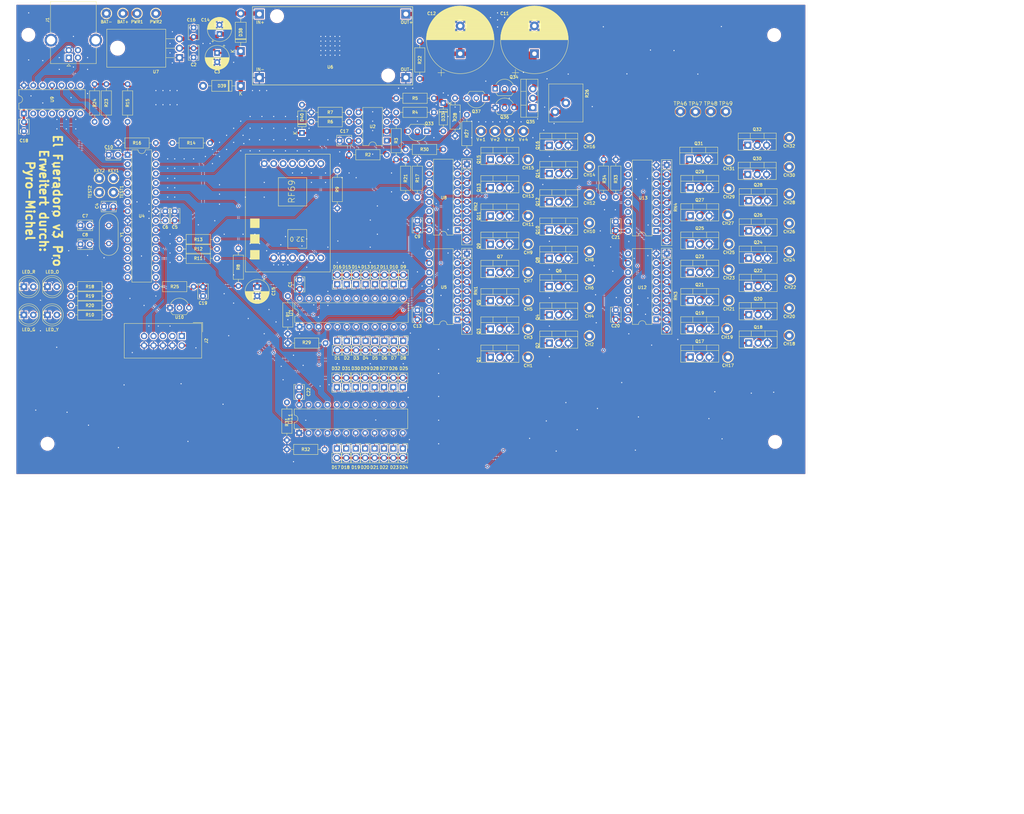
<source format=kicad_pcb>
(kicad_pcb (version 20191123) (host pcbnew "(5.99.0-462-g65ef8c189-dirty)")
  (layers (0 "F.Cu" signal) (31 "B.Cu" signal) (34 "B.Paste" user) (35 "F.Paste" user) (36 "B.SilkS" user) (37 "F.SilkS" user) (38 "B.Mask" user) (39 "F.Mask" user) (44 "Edge.Cuts" user))
  (net 0 "")
  (net 1 "GND")
  (net 2 "+3V3")
  (net 3 "Net-(C6-Pad2)")
  (net 4 "Net-(C7-Pad2)")
  (net 5 "Net-(C8-Pad2)")
  (net 6 "+VDC")
  (net 7 "+BATT")
  (net 8 "Net-(D1-Pad1)")
  (net 9 "Net-(D2-Pad1)")
  (net 10 "Net-(D3-Pad1)")
  (net 11 "Net-(D4-Pad1)")
  (net 12 "Net-(D5-Pad1)")
  (net 13 "Net-(D6-Pad1)")
  (net 14 "Net-(D7-Pad1)")
  (net 15 "Net-(D8-Pad1)")
  (net 16 "Net-(D9-Pad1)")
  (net 17 "Net-(D10-Pad1)")
  (net 18 "Net-(D11-Pad1)")
  (net 19 "Net-(D12-Pad1)")
  (net 20 "Net-(D13-Pad1)")
  (net 21 "Net-(D14-Pad1)")
  (net 22 "Net-(D15-Pad1)")
  (net 23 "Net-(D16-Pad1)")
  (net 24 "/CUR_MEAS")
  (net 25 "Net-(J1-Pad2)")
  (net 26 "Net-(J1-Pad3)")
  (net 27 "/MOSI")
  (net 28 "Net-(J2-Pad3)")
  (net 29 "/~RES")
  (net 30 "/SCK")
  (net 31 "/MISO")
  (net 32 "/CH1")
  (net 33 "Net-(Q1-Pad2)")
  (net 34 "Net-(Q2-Pad2)")
  (net 35 "/CH2")
  (net 36 "/CH3")
  (net 37 "Net-(Q3-Pad2)")
  (net 38 "Net-(Q4-Pad2)")
  (net 39 "/CH4")
  (net 40 "/CH5")
  (net 41 "Net-(Q5-Pad2)")
  (net 42 "Net-(Q6-Pad2)")
  (net 43 "/CH6")
  (net 44 "Net-(Q7-Pad2)")
  (net 45 "/CH7")
  (net 46 "/CH8")
  (net 47 "Net-(Q8-Pad2)")
  (net 48 "Net-(Q9-Pad2)")
  (net 49 "/CH9")
  (net 50 "Net-(Q10-Pad2)")
  (net 51 "/CH10")
  (net 52 "/CH11")
  (net 53 "Net-(Q11-Pad2)")
  (net 54 "/CH12")
  (net 55 "Net-(Q12-Pad2)")
  (net 56 "/CH13")
  (net 57 "Net-(Q13-Pad2)")
  (net 58 "Net-(Q14-Pad2)")
  (net 59 "/CH14")
  (net 60 "/CH15")
  (net 61 "Net-(Q15-Pad2)")
  (net 62 "/CH16")
  (net 63 "Net-(Q16-Pad2)")
  (net 64 "Net-(Q17-Pad2)")
  (net 65 "Net-(Q18-Pad2)")
  (net 66 "Net-(Q19-Pad2)")
  (net 67 "/PMOS_SW")
  (net 68 "Net-(R1-Pad1)")
  (net 69 "Net-(R3-Pad1)")
  (net 70 "Net-(R6-Pad2)")
  (net 71 "/MEAS_R_OUT")
  (net 72 "/CS_RFM")
  (net 73 "Net-(R9-Pad1)")
  (net 74 "Net-(R10-Pad2)")
  (net 75 "/MOSI_BUS")
  (net 76 "/MISO_BUS")
  (net 77 "/SCK_BUS")
  (net 78 "Net-(R14-Pad2)")
  (net 79 "/CS_SHIFT")
  (net 80 "Net-(R18-Pad2)")
  (net 81 "Net-(R19-Pad2)")
  (net 82 "Net-(R20-Pad2)")
  (net 83 "/SHIFT_OE")
  (net 84 "Net-(R23-Pad1)")
  (net 85 "Net-(R24-Pad1)")
  (net 86 "/DQ")
  (net 87 "/KEY")
  (net 88 "/TEST")
  (net 89 "Net-(TP21-Pad1)")
  (net 90 "/CS_LED")
  (net 91 "Net-(U1-Pad22)")
  (net 92 "Net-(U3-PadDIO3)")
  (net 93 "Net-(U3-PadDIO5)")
  (net 94 "Net-(U3-PadDIO1)")
  (net 95 "Net-(U3-PadDIO2)")
  (net 96 "Net-(U3-PadDIO0)")
  (net 97 "/UART_RX")
  (net 98 "Net-(U4-Pad16)")
  (net 99 "/UART_TX")
  (net 100 "Net-(U5-Pad9)")
  (net 101 "Net-(U9-Pad8)")
  (net 102 "Net-(U9-Pad2)")
  (net 103 "Net-(U9-Pad3)")
  (net 104 "Net-(U9-Pad4)")
  (net 105 "Net-(U9-Pad7)")
  (net 106 "Net-(R30-Pad1)")
  (net 107 "Net-(D17-Pad1)")
  (net 108 "Net-(D18-Pad1)")
  (net 109 "Net-(D19-Pad1)")
  (net 110 "Net-(D20-Pad1)")
  (net 111 "Net-(D21-Pad1)")
  (net 112 "Net-(D22-Pad1)")
  (net 113 "Net-(D23-Pad1)")
  (net 114 "Net-(D24-Pad1)")
  (net 115 "Net-(D25-Pad1)")
  (net 116 "Net-(D26-Pad1)")
  (net 117 "Net-(D27-Pad1)")
  (net 118 "Net-(D28-Pad1)")
  (net 119 "Net-(D29-Pad1)")
  (net 120 "Net-(D30-Pad1)")
  (net 121 "Net-(D31-Pad1)")
  (net 122 "Net-(D32-Pad1)")
  (net 123 "Net-(D33-Pad2)")
  (net 124 "Net-(D34-Pad2)")
  (net 125 "Net-(D35-Pad2)")
  (net 126 "Net-(D36-Pad2)")
  (net 127 "Net-(D37-Pad2)")
  (net 128 "Net-(D38-Pad2)")
  (net 129 "Net-(D39-Pad2)")
  (net 130 "Net-(D40-Pad2)")
  (net 131 "/CH17")
  (net 132 "/CH18")
  (net 133 "/CH19")
  (net 134 "Net-(Q20-Pad2)")
  (net 135 "/CH20")
  (net 136 "Net-(Q21-Pad2)")
  (net 137 "/CH21")
  (net 138 "Net-(Q22-Pad2)")
  (net 139 "/CH22")
  (net 140 "Net-(Q23-Pad2)")
  (net 141 "/CH23")
  (net 142 "Net-(Q24-Pad2)")
  (net 143 "/CH24")
  (net 144 "Net-(Q25-Pad2)")
  (net 145 "/CH25")
  (net 146 "Net-(Q26-Pad2)")
  (net 147 "/CH26")
  (net 148 "Net-(Q27-Pad2)")
  (net 149 "/CH27")
  (net 150 "Net-(Q28-Pad2)")
  (net 151 "/CH28")
  (net 152 "Net-(Q29-Pad2)")
  (net 153 "/CH29")
  (net 154 "Net-(Q30-Pad2)")
  (net 155 "/CH30")
  (net 156 "Net-(Q31-Pad2)")
  (net 157 "/CH31")
  (net 158 "Net-(Q32-Pad2)")
  (net 159 "/CH32")
  (net 160 "Net-(Q33-Pad2)")
  (net 161 "Net-(Q33-Pad3)")
  (net 162 "Net-(Q34-Pad3)")
  (net 163 "Net-(Q34-Pad2)")
  (net 164 "Net-(Q35-Pad2)")
  (net 165 "Net-(Q37-Pad3)")
  (net 166 "Net-(R31-Pad1)")
  (net 167 "/SR_CARRY")
  (net 168 "Net-(U11-Pad22)")
  (net 169 "Net-(U12-Pad9)")
  (net 170 "Net-(U13-Pad9)")
  (module "Package_DIP:DIP-24_W7.62mm" (layer "F.Cu") (at 141.843 160.764 90)
    (fp_text reference "U11" (at 3.81 -2.33 90) (layer "F.SilkS"))
    (fp_text value "DM13A")
    (pad "24" thru_hole oval (at 7.62 0 90) (size 1.6 1.6) (drill 0.8) (layers *.Cu *.Mask) (net 2 "+3V3"))
    (pad "12" thru_hole oval (at 0 27.94 90) (size 1.6 1.6) (drill 0.8) (layers *.Cu *.Mask) (net 114 "Net-(D24-Pad1)"))
    (pad "23" thru_hole oval (at 7.62 2.54 90) (size 1.6 1.6) (drill 0.8) (layers *.Cu *.Mask) (net 166 "Net-(R31-Pad1)"))
    (pad "11" thru_hole oval (at 0 25.4 90) (size 1.6 1.6) (drill 0.8) (layers *.Cu *.Mask) (net 113 "Net-(D23-Pad1)"))
    (pad "22" thru_hole oval (at 7.62 5.08 90) (size 1.6 1.6) (drill 0.8) (layers *.Cu *.Mask) (net 168 "Net-(U11-Pad22)"))
    (pad "10" thru_hole oval (at 0 22.86 90) (size 1.6 1.6) (drill 0.8) (layers *.Cu *.Mask) (net 112 "Net-(D22-Pad1)"))
    (pad "21" thru_hole oval (at 7.62 7.62 90) (size 1.6 1.6) (drill 0.8) (layers *.Cu *.Mask) (net 83 "/SHIFT_OE"))
    (pad "9" thru_hole oval (at 0 20.32 90) (size 1.6 1.6) (drill 0.8) (layers *.Cu *.Mask) (net 111 "Net-(D21-Pad1)"))
    (pad "20" thru_hole oval (at 7.62 10.16 90) (size 1.6 1.6) (drill 0.8) (layers *.Cu *.Mask) (net 122 "Net-(D32-Pad1)"))
    (pad "8" thru_hole oval (at 0 17.78 90) (size 1.6 1.6) (drill 0.8) (layers *.Cu *.Mask) (net 110 "Net-(D20-Pad1)"))
    (pad "19" thru_hole oval (at 7.62 12.7 90) (size 1.6 1.6) (drill 0.8) (layers *.Cu *.Mask) (net 121 "Net-(D31-Pad1)"))
    (pad "7" thru_hole oval (at 0 15.24 90) (size 1.6 1.6) (drill 0.8) (layers *.Cu *.Mask) (net 109 "Net-(D19-Pad1)"))
    (pad "18" thru_hole oval (at 7.62 15.24 90) (size 1.6 1.6) (drill 0.8) (layers *.Cu *.Mask) (net 120 "Net-(D30-Pad1)"))
    (pad "6" thru_hole oval (at 0 12.7 90) (size 1.6 1.6) (drill 0.8) (layers *.Cu *.Mask) (net 108 "Net-(D18-Pad1)"))
    (pad "17" thru_hole oval (at 7.62 17.78 90) (size 1.6 1.6) (drill 0.8) (layers *.Cu *.Mask) (net 119 "Net-(D29-Pad1)"))
    (pad "5" thru_hole oval (at 0 10.16 90) (size 1.6 1.6) (drill 0.8) (layers *.Cu *.Mask) (net 107 "Net-(D17-Pad1)"))
    (pad "16" thru_hole oval (at 7.62 20.32 90) (size 1.6 1.6) (drill 0.8) (layers *.Cu *.Mask) (net 118 "Net-(D28-Pad1)"))
    (pad "4" thru_hole oval (at 0 7.62 90) (size 1.6 1.6) (drill 0.8) (layers *.Cu *.Mask) (net 90 "/CS_LED"))
    (pad "15" thru_hole oval (at 7.62 22.86 90) (size 1.6 1.6) (drill 0.8) (layers *.Cu *.Mask) (net 117 "Net-(D27-Pad1)"))
    (pad "3" thru_hole oval (at 0 5.08 90) (size 1.6 1.6) (drill 0.8) (layers *.Cu *.Mask) (net 77 "/SCK_BUS"))
    (pad "14" thru_hole oval (at 7.62 25.4 90) (size 1.6 1.6) (drill 0.8) (layers *.Cu *.Mask) (net 116 "Net-(D26-Pad1)"))
    (pad "2" thru_hole oval (at 0 2.54 90) (size 1.6 1.6) (drill 0.8) (layers *.Cu *.Mask) (net 91 "Net-(U1-Pad22)"))
    (pad "13" thru_hole oval (at 7.62 27.94 90) (size 1.6 1.6) (drill 0.8) (layers *.Cu *.Mask) (net 115 "Net-(D25-Pad1)"))
    (pad "1" thru_hole rect (at 0 0 90) (size 1.6 1.6) (drill 0.8) (layers *.Cu *.Mask) (net 1 "GND"))
  )
  (module "Package_DIP:DIP-24_W7.62mm" (layer "F.Cu") (at 141.97 132.1255 90)
    (fp_text reference "U1" (at 3.81 -2.33 90) (layer "F.SilkS"))
    (fp_text value "DM13A")
    (pad "24" thru_hole oval (at 7.62 0 90) (size 1.6 1.6) (drill 0.8) (layers *.Cu *.Mask) (net 2 "+3V3"))
    (pad "12" thru_hole oval (at 0 27.94 90) (size 1.6 1.6) (drill 0.8) (layers *.Cu *.Mask) (net 15 "Net-(D8-Pad1)"))
    (pad "23" thru_hole oval (at 7.62 2.54 90) (size 1.6 1.6) (drill 0.8) (layers *.Cu *.Mask) (net 68 "Net-(R1-Pad1)"))
    (pad "11" thru_hole oval (at 0 25.4 90) (size 1.6 1.6) (drill 0.8) (layers *.Cu *.Mask) (net 14 "Net-(D7-Pad1)"))
    (pad "22" thru_hole oval (at 7.62 5.08 90) (size 1.6 1.6) (drill 0.8) (layers *.Cu *.Mask) (net 91 "Net-(U1-Pad22)"))
    (pad "10" thru_hole oval (at 0 22.86 90) (size 1.6 1.6) (drill 0.8) (layers *.Cu *.Mask) (net 13 "Net-(D6-Pad1)"))
    (pad "21" thru_hole oval (at 7.62 7.62 90) (size 1.6 1.6) (drill 0.8) (layers *.Cu *.Mask) (net 83 "/SHIFT_OE"))
    (pad "9" thru_hole oval (at 0 20.32 90) (size 1.6 1.6) (drill 0.8) (layers *.Cu *.Mask) (net 12 "Net-(D5-Pad1)"))
    (pad "20" thru_hole oval (at 7.62 10.16 90) (size 1.6 1.6) (drill 0.8) (layers *.Cu *.Mask) (net 23 "Net-(D16-Pad1)"))
    (pad "8" thru_hole oval (at 0 17.78 90) (size 1.6 1.6) (drill 0.8) (layers *.Cu *.Mask) (net 11 "Net-(D4-Pad1)"))
    (pad "19" thru_hole oval (at 7.62 12.7 90) (size 1.6 1.6) (drill 0.8) (layers *.Cu *.Mask) (net 22 "Net-(D15-Pad1)"))
    (pad "7" thru_hole oval (at 0 15.24 90) (size 1.6 1.6) (drill 0.8) (layers *.Cu *.Mask) (net 10 "Net-(D3-Pad1)"))
    (pad "18" thru_hole oval (at 7.62 15.24 90) (size 1.6 1.6) (drill 0.8) (layers *.Cu *.Mask) (net 21 "Net-(D14-Pad1)"))
    (pad "6" thru_hole oval (at 0 12.7 90) (size 1.6 1.6) (drill 0.8) (layers *.Cu *.Mask) (net 9 "Net-(D2-Pad1)"))
    (pad "17" thru_hole oval (at 7.62 17.78 90) (size 1.6 1.6) (drill 0.8) (layers *.Cu *.Mask) (net 20 "Net-(D13-Pad1)"))
    (pad "5" thru_hole oval (at 0 10.16 90) (size 1.6 1.6) (drill 0.8) (layers *.Cu *.Mask) (net 8 "Net-(D1-Pad1)"))
    (pad "16" thru_hole oval (at 7.62 20.32 90) (size 1.6 1.6) (drill 0.8) (layers *.Cu *.Mask) (net 19 "Net-(D12-Pad1)"))
    (pad "4" thru_hole oval (at 0 7.62 90) (size 1.6 1.6) (drill 0.8) (layers *.Cu *.Mask) (net 90 "/CS_LED"))
    (pad "15" thru_hole oval (at 7.62 22.86 90) (size 1.6 1.6) (drill 0.8) (layers *.Cu *.Mask) (net 18 "Net-(D11-Pad1)"))
    (pad "3" thru_hole oval (at 0 5.08 90) (size 1.6 1.6) (drill 0.8) (layers *.Cu *.Mask) (net 77 "/SCK_BUS"))
    (pad "14" thru_hole oval (at 7.62 25.4 90) (size 1.6 1.6) (drill 0.8) (layers *.Cu *.Mask) (net 17 "Net-(D10-Pad1)"))
    (pad "2" thru_hole oval (at 0 2.54 90) (size 1.6 1.6) (drill 0.8) (layers *.Cu *.Mask) (net 75 "/MOSI_BUS"))
    (pad "13" thru_hole oval (at 7.62 27.94 90) (size 1.6 1.6) (drill 0.8) (layers *.Cu *.Mask) (net 16 "Net-(D9-Pad1)"))
    (pad "1" thru_hole rect (at 0 0 90) (size 1.6 1.6) (drill 0.8) (layers *.Cu *.Mask) (net 1 "GND"))
  )
  (module "TestPoint:TestPoint_THTPad_D2.5mm_Drill1.2mm" (layer "F.Cu") (at 256.8415 74.0865)
    (fp_text reference "TP49" (at 0 -2.148) (layer "F.SilkS"))
    (fp_text value "V+8")
    (pad "1" thru_hole circle (at 0 0) (size 2.5 2.5) (drill 1.2) (layers *.Cu *.Mask) (net 24 "/CUR_MEAS"))
  )
  (module "TestPoint:TestPoint_THTPad_D2.5mm_Drill1.2mm" (layer "F.Cu") (at 252.7775 74.0865)
    (fp_text reference "TP48" (at 0 -2.148) (layer "F.SilkS"))
    (fp_text value "V+7")
    (pad "1" thru_hole circle (at 0 0) (size 2.5 2.5) (drill 1.2) (layers *.Cu *.Mask) (net 24 "/CUR_MEAS"))
  )
  (module "TestPoint:TestPoint_THTPad_D2.5mm_Drill1.2mm" (layer "F.Cu") (at 248.65 74.15)
    (fp_text reference "TP47" (at 0 -2.148) (layer "F.SilkS"))
    (fp_text value "V+6")
    (pad "1" thru_hole circle (at 0 0) (size 2.5 2.5) (drill 1.2) (layers *.Cu *.Mask) (net 24 "/CUR_MEAS"))
  )
  (module "TestPoint:TestPoint_THTPad_D2.5mm_Drill1.2mm" (layer "F.Cu") (at 244.586 74.0865)
    (fp_text reference "TP46" (at 0 -2.148) (layer "F.SilkS"))
    (fp_text value "V+5")
    (pad "1" thru_hole circle (at 0 0) (size 2.5 2.5) (drill 1.2) (layers *.Cu *.Mask) (net 24 "/CUR_MEAS"))
  )
  (module "Package_DIP:DIP-16_W7.62mm" (layer "F.Cu") (at 238.109 130.157 180)
    (fp_text reference "U12" (at 3.81 8.636) (layer "F.SilkS") (effects (font (size 0.8 0.8) (thickness 0.16))))
    (fp_text value "74HC595")
    (pad "16" thru_hole oval (at 7.62 0 180) (size 1.6 1.6) (drill 0.8) (layers *.Cu *.Mask) (net 2 "+3V3") (clearance 0.3))
    (pad "8" thru_hole oval (at 0 17.78 180) (size 1.6 1.6) (drill 0.8) (layers *.Cu *.Mask) (net 1 "GND") (clearance 0.3))
    (pad "15" thru_hole oval (at 7.62 2.54 180) (size 1.6 1.6) (drill 0.8) (layers *.Cu *.Mask) (net 131 "/CH17") (clearance 0.3))
    (pad "7" thru_hole oval (at 0 15.24 180) (size 1.6 1.6) (drill 0.8) (layers *.Cu *.Mask) (net 143 "/CH24") (clearance 0.3))
    (pad "14" thru_hole oval (at 7.62 5.08 180) (size 1.6 1.6) (drill 0.8) (layers *.Cu *.Mask) (net 167 "/SR_CARRY") (clearance 0.3))
    (pad "6" thru_hole oval (at 0 12.7 180) (size 1.6 1.6) (drill 0.8) (layers *.Cu *.Mask) (net 141 "/CH23") (clearance 0.3))
    (pad "13" thru_hole oval (at 7.62 7.62 180) (size 1.6 1.6) (drill 0.8) (layers *.Cu *.Mask) (net 83 "/SHIFT_OE") (clearance 0.3))
    (pad "5" thru_hole oval (at 0 10.16 180) (size 1.6 1.6) (drill 0.8) (layers *.Cu *.Mask) (net 139 "/CH22") (clearance 0.3))
    (pad "12" thru_hole oval (at 7.62 10.16 180) (size 1.6 1.6) (drill 0.8) (layers *.Cu *.Mask) (net 79 "/CS_SHIFT") (clearance 0.3))
    (pad "4" thru_hole oval (at 0 7.62 180) (size 1.6 1.6) (drill 0.8) (layers *.Cu *.Mask) (net 137 "/CH21") (clearance 0.3))
    (pad "11" thru_hole oval (at 7.62 12.7 180) (size 1.6 1.6) (drill 0.8) (layers *.Cu *.Mask) (net 77 "/SCK_BUS") (clearance 0.3))
    (pad "3" thru_hole oval (at 0 5.08 180) (size 1.6 1.6) (drill 0.8) (layers *.Cu *.Mask) (net 135 "/CH20") (clearance 0.3))
    (pad "10" thru_hole oval (at 7.62 15.24 180) (size 1.6 1.6) (drill 0.8) (layers *.Cu *.Mask) (net 2 "+3V3") (clearance 0.3))
    (pad "2" thru_hole oval (at 0 2.54 180) (size 1.6 1.6) (drill 0.8) (layers *.Cu *.Mask) (net 133 "/CH19") (clearance 0.3))
    (pad "9" thru_hole oval (at 7.62 17.78 180) (size 1.6 1.6) (drill 0.8) (layers *.Cu *.Mask) (net 169 "Net-(U12-Pad9)") (clearance 0.3))
    (pad "1" thru_hole rect (at 0 0 180) (size 1.6 1.6) (drill 0.8) (layers *.Cu *.Mask) (net 132 "/CH18") (clearance 0.3))
  )
  (module "Package_TO_SOT_THT:TO-220-3_Vertical" (layer "F.Cu") (at 247.253 140.317)
    (fp_text reference "Q17" (at 2.54 -4.27) (layer "F.SilkS") (effects (font (size 0.8 0.8) (thickness 0.16))))
    (fp_text value "IRF3708")
    (pad "3" thru_hole oval (at 5.08 0) (size 1.905 2) (drill 1.1) (layers *.Cu *.Mask) (net 1 "GND") (clearance 0.3))
    (pad "2" thru_hole oval (at 2.54 0) (size 1.905 2) (drill 1.1) (layers *.Cu *.Mask) (net 64 "Net-(Q17-Pad2)") (clearance 0.3))
    (pad "1" thru_hole rect (at 0 0) (size 1.905 2) (drill 1.1) (layers *.Cu *.Mask) (net 131 "/CH17") (clearance 0.3))
  )
  (module "Package_TO_SOT_THT:TO-220-3_Vertical" (layer "F.Cu") (at 247.253 102.217)
    (fp_text reference "Q27" (at 2.54 -4.27) (layer "F.SilkS") (effects (font (size 0.8 0.8) (thickness 0.16))))
    (fp_text value "IRF3708")
    (pad "3" thru_hole oval (at 5.08 0) (size 1.905 2) (drill 1.1) (layers *.Cu *.Mask) (net 1 "GND") (clearance 0.3))
    (pad "2" thru_hole oval (at 2.54 0) (size 1.905 2) (drill 1.1) (layers *.Cu *.Mask) (net 148 "Net-(Q27-Pad2)") (clearance 0.3))
    (pad "1" thru_hole rect (at 0 0) (size 1.905 2) (drill 1.1) (layers *.Cu *.Mask) (net 149 "/CH27") (clearance 0.3))
  )
  (module "Package_TO_SOT_THT:TO-220-3_Vertical" (layer "F.Cu") (at 247.253 94.597)
    (fp_text reference "Q29" (at 2.54 -4.27) (layer "F.SilkS") (effects (font (size 0.8 0.8) (thickness 0.16))))
    (fp_text value "IRF3708")
    (pad "3" thru_hole oval (at 5.08 0) (size 1.905 2) (drill 1.1) (layers *.Cu *.Mask) (net 1 "GND") (clearance 0.3))
    (pad "2" thru_hole oval (at 2.54 0) (size 1.905 2) (drill 1.1) (layers *.Cu *.Mask) (net 152 "Net-(Q29-Pad2)") (clearance 0.3))
    (pad "1" thru_hole rect (at 0 0) (size 1.905 2) (drill 1.1) (layers *.Cu *.Mask) (net 153 "/CH29") (clearance 0.3))
  )
  (module "Package_TO_SOT_THT:TO-220-3_Vertical" (layer "F.Cu") (at 263.001 98.153)
    (fp_text reference "Q28" (at 2.54 -4.27) (layer "F.SilkS") (effects (font (size 0.8 0.8) (thickness 0.16))))
    (fp_text value "IRF3708")
    (pad "3" thru_hole oval (at 5.08 0) (size 1.905 2) (drill 1.1) (layers *.Cu *.Mask) (net 1 "GND") (clearance 0.3))
    (pad "2" thru_hole oval (at 2.54 0) (size 1.905 2) (drill 1.1) (layers *.Cu *.Mask) (net 150 "Net-(Q28-Pad2)") (clearance 0.3))
    (pad "1" thru_hole rect (at 0 0) (size 1.905 2) (drill 1.1) (layers *.Cu *.Mask) (net 151 "/CH28") (clearance 0.3))
  )
  (module "Package_TO_SOT_THT:TO-220-3_Vertical" (layer "F.Cu") (at 246.999 86.977)
    (fp_text reference "Q31" (at 2.54 -4.27) (layer "F.SilkS") (effects (font (size 0.8 0.8) (thickness 0.16))))
    (fp_text value "IRF3708")
    (pad "3" thru_hole oval (at 5.08 0) (size 1.905 2) (drill 1.1) (layers *.Cu *.Mask) (net 1 "GND") (clearance 0.3))
    (pad "2" thru_hole oval (at 2.54 0) (size 1.905 2) (drill 1.1) (layers *.Cu *.Mask) (net 156 "Net-(Q31-Pad2)") (clearance 0.3))
    (pad "1" thru_hole rect (at 0 0) (size 1.905 2) (drill 1.1) (layers *.Cu *.Mask) (net 157 "/CH31") (clearance 0.3))
  )
  (module "Package_TO_SOT_THT:TO-220-3_Vertical" (layer "F.Cu") (at 262.747 83.167)
    (fp_text reference "Q32" (at 2.54 -4.27) (layer "F.SilkS") (effects (font (size 0.8 0.8) (thickness 0.16))))
    (fp_text value "IRF3708")
    (pad "3" thru_hole oval (at 5.08 0) (size 1.905 2) (drill 1.1) (layers *.Cu *.Mask) (net 1 "GND") (clearance 0.3))
    (pad "2" thru_hole oval (at 2.54 0) (size 1.905 2) (drill 1.1) (layers *.Cu *.Mask) (net 158 "Net-(Q32-Pad2)") (clearance 0.3))
    (pad "1" thru_hole rect (at 0 0) (size 1.905 2) (drill 1.1) (layers *.Cu *.Mask) (net 159 "/CH32") (clearance 0.3))
  )
  (module "Resistor_THT:R_Axial_DIN0207_L6.3mm_D2.5mm_P10.16mm_Horizontal" (layer "F.Cu") (at 223.885 86.977 -90)
    (fp_text reference "R34" (at 5.334 -0.254 90) (layer "F.SilkS") (effects (font (size 0.8 0.8) (thickness 0.16))))
    (fp_text value "3k3")
    (pad "2" thru_hole oval (at 10.16 0 270) (size 1.6 1.6) (drill 0.8) (layers *.Cu *.Mask) (net 83 "/SHIFT_OE") (clearance 0.3))
    (pad "1" thru_hole circle (at 0 0 270) (size 1.6 1.6) (drill 0.8) (layers *.Cu *.Mask) (net 2 "+3V3") (clearance 0.3))
  )
  (module "TestPoint:TestPoint_THTPad_D2.5mm_Drill1.2mm" (layer "F.Cu") (at 273.923 127.109)
    (fp_text reference "TP35" hide)
    (fp_text value "CH20" (at 0 2.25) (layer "F.SilkS") (effects (font (size 0.8 0.8) (thickness 0.16))))
    (pad "1" thru_hole circle (at 0 0) (size 2.5 2.5) (drill 1.2) (layers *.Cu *.Mask) (net 134 "Net-(Q20-Pad2)") (clearance 0.3))
  )
  (module "TestPoint:TestPoint_THTPad_D2.5mm_Drill1.2mm" (layer "F.Cu") (at 273.923 81.135)
    (fp_text reference "TP44" hide)
    (fp_text value "CH32" (at 0 2.25) (layer "F.SilkS") (effects (font (size 0.8 0.8) (thickness 0.16))))
    (pad "1" thru_hole circle (at 0 0) (size 2.5 2.5) (drill 1.2) (layers *.Cu *.Mask) (net 158 "Net-(Q32-Pad2)") (clearance 0.3))
  )
  (module "TestPoint:TestPoint_THTPad_D2.5mm_Drill1.2mm" (layer "F.Cu") (at 257.667 109.837)
    (fp_text reference "TP30" hide)
    (fp_text value "CH25" (at 0 2.25) (layer "F.SilkS") (effects (font (size 0.8 0.8) (thickness 0.16))))
    (pad "1" thru_hole circle (at 0 0) (size 2.5 2.5) (drill 1.2) (layers *.Cu *.Mask) (net 144 "Net-(Q25-Pad2)") (clearance 0.3))
  )
  (module "TestPoint:TestPoint_THTPad_D2.5mm_Drill1.2mm" (layer "F.Cu") (at 257.413 140.317)
    (fp_text reference "TP29" hide)
    (fp_text value "CH17" (at 0 2.25) (layer "F.SilkS") (effects (font (size 0.8 0.8) (thickness 0.16))))
    (pad "1" thru_hole circle (at 0 0) (size 2.5 2.5) (drill 1.2) (layers *.Cu *.Mask) (net 64 "Net-(Q17-Pad2)") (clearance 0.3))
  )
  (module "TestPoint:TestPoint_THTPad_D2.5mm_Drill1.2mm" (layer "F.Cu") (at 273.923 104.249)
    (fp_text reference "TP32" hide)
    (fp_text value "CH26" (at 0 2.25) (layer "F.SilkS") (effects (font (size 0.8 0.8) (thickness 0.16))))
    (pad "1" thru_hole circle (at 0 0) (size 2.5 2.5) (drill 1.2) (layers *.Cu *.Mask) (net 146 "Net-(Q26-Pad2)") (clearance 0.3))
  )
  (module "TestPoint:TestPoint_THTPad_D2.5mm_Drill1.2mm" (layer "F.Cu") (at 257.159 132.697)
    (fp_text reference "TP33" hide)
    (fp_text value "CH19" (at 0 2.25) (layer "F.SilkS") (effects (font (size 0.8 0.8) (thickness 0.16))))
    (pad "1" thru_hole circle (at 0 0) (size 2.5 2.5) (drill 1.2) (layers *.Cu *.Mask) (net 66 "Net-(Q19-Pad2)") (clearance 0.3))
  )
  (module "Resistor_THT:R_Axial_DIN0207_L6.3mm_D2.5mm_P10.16mm_Horizontal" (layer "F.Cu") (at 227.187 97.137 90)
    (fp_text reference "R33" (at 4.826 0 90) (layer "F.SilkS") (effects (font (size 0.8 0.8) (thickness 0.16))))
    (fp_text value "10k")
    (pad "2" thru_hole oval (at 10.16 0 90) (size 1.6 1.6) (drill 0.8) (layers *.Cu *.Mask) (net 1 "GND") (clearance 0.3))
    (pad "1" thru_hole circle (at 0 0 90) (size 1.6 1.6) (drill 0.8) (layers *.Cu *.Mask) (net 79 "/CS_SHIFT") (clearance 0.3))
  )
  (module "TestPoint:TestPoint_THTPad_D2.5mm_Drill1.2mm" (layer "F.Cu") (at 273.923 96.375)
    (fp_text reference "TP36" hide)
    (fp_text value "CH28" (at 0 2.25) (layer "F.SilkS") (effects (font (size 0.8 0.8) (thickness 0.16))))
    (pad "1" thru_hole circle (at 0 0) (size 2.5 2.5) (drill 1.2) (layers *.Cu *.Mask) (net 150 "Net-(Q28-Pad2)") (clearance 0.3))
  )
  (module "Resistor_THT:R_Axial_DIN0207_L6.3mm_D2.5mm_P10.16mm_Horizontal" (layer "F.Cu") (at 138.541 152.509 -90)
    (fp_text reference "R31" (at 5.334 0 90) (layer "F.SilkS") (effects (font (size 0.8 0.8) (thickness 0.16))))
    (fp_text value "47k")
    (pad "2" thru_hole oval (at 10.16 0 270) (size 1.6 1.6) (drill 0.8) (layers *.Cu *.Mask) (net 1 "GND") (clearance 0.3))
    (pad "1" thru_hole circle (at 0 0 270) (size 1.6 1.6) (drill 0.8) (layers *.Cu *.Mask) (net 166 "Net-(R31-Pad1)") (clearance 0.3))
  )
  (module "Resistor_THT:R_Array_SIP9" (layer "F.Cu") (at 240.903 112.377 -90)
    (fp_text reference "RN3" (at 11.43 -2.4 90) (layer "F.SilkS") (effects (font (size 0.8 0.8) (thickness 0.16))))
    (fp_text value "R_Network08")
    (pad "9" thru_hole oval (at 20.32 0 270) (size 1.6 1.6) (drill 0.8) (layers *.Cu *.Mask) (net 131 "/CH17") (clearance 0.3))
    (pad "8" thru_hole oval (at 17.78 0 270) (size 1.6 1.6) (drill 0.8) (layers *.Cu *.Mask) (net 132 "/CH18") (clearance 0.3))
    (pad "7" thru_hole oval (at 15.24 0 270) (size 1.6 1.6) (drill 0.8) (layers *.Cu *.Mask) (net 133 "/CH19") (clearance 0.3))
    (pad "6" thru_hole oval (at 12.7 0 270) (size 1.6 1.6) (drill 0.8) (layers *.Cu *.Mask) (net 135 "/CH20") (clearance 0.3))
    (pad "5" thru_hole oval (at 10.16 0 270) (size 1.6 1.6) (drill 0.8) (layers *.Cu *.Mask) (net 137 "/CH21") (clearance 0.3))
    (pad "4" thru_hole oval (at 7.62 0 270) (size 1.6 1.6) (drill 0.8) (layers *.Cu *.Mask) (net 139 "/CH22") (clearance 0.3))
    (pad "3" thru_hole oval (at 5.08 0 270) (size 1.6 1.6) (drill 0.8) (layers *.Cu *.Mask) (net 141 "/CH23") (clearance 0.3))
    (pad "2" thru_hole oval (at 2.54 0 270) (size 1.6 1.6) (drill 0.8) (layers *.Cu *.Mask) (net 143 "/CH24") (clearance 0.3))
    (pad "1" thru_hole rect (at 0 0 270) (size 1.6 1.6) (drill 0.8) (layers *.Cu *.Mask) (net 1 "GND") (clearance 0.3))
  )
  (module "Package_TO_SOT_THT:TO-220-3_Vertical" (layer "F.Cu") (at 262.747 91.041)
    (fp_text reference "Q30" (at 2.54 -4.27) (layer "F.SilkS") (effects (font (size 0.8 0.8) (thickness 0.16))))
    (fp_text value "IRF3708")
    (pad "3" thru_hole oval (at 5.08 0) (size 1.905 2) (drill 1.1) (layers *.Cu *.Mask) (net 1 "GND") (clearance 0.3))
    (pad "2" thru_hole oval (at 2.54 0) (size 1.905 2) (drill 1.1) (layers *.Cu *.Mask) (net 154 "Net-(Q30-Pad2)") (clearance 0.3))
    (pad "1" thru_hole rect (at 0 0) (size 1.905 2) (drill 1.1) (layers *.Cu *.Mask) (net 155 "/CH30") (clearance 0.3))
  )
  (module "TestPoint:TestPoint_THTPad_D2.5mm_Drill1.2mm" (layer "F.Cu") (at 257.413 101.963)
    (fp_text reference "TP34" hide)
    (fp_text value "CH27" (at 0 2.25) (layer "F.SilkS") (effects (font (size 0.8 0.8) (thickness 0.16))))
    (pad "1" thru_hole circle (at 0 0) (size 2.5 2.5) (drill 1.2) (layers *.Cu *.Mask) (net 148 "Net-(Q27-Pad2)") (clearance 0.3))
  )
  (module "TestPoint:TestPoint_THTPad_D2.5mm_Drill1.2mm" (layer "F.Cu") (at 274.177 119.235)
    (fp_text reference "TP39" hide)
    (fp_text value "CH22" (at 0 2.25) (layer "F.SilkS") (effects (font (size 0.8 0.8) (thickness 0.16))))
    (pad "1" thru_hole circle (at 0 0) (size 2.5 2.5) (drill 1.2) (layers *.Cu *.Mask) (net 138 "Net-(Q22-Pad2)") (clearance 0.3))
  )
  (module "TestPoint:TestPoint_THTPad_D2.5mm_Drill1.2mm" (layer "F.Cu") (at 273.923 89.009)
    (fp_text reference "TP40" hide)
    (fp_text value "CH30" (at 0 2.25) (layer "F.SilkS") (effects (font (size 0.8 0.8) (thickness 0.16))))
    (pad "1" thru_hole circle (at 0 0) (size 2.5 2.5) (drill 1.2) (layers *.Cu *.Mask) (net 154 "Net-(Q30-Pad2)") (clearance 0.3))
  )
  (module "Resistor_THT:R_Axial_DIN0207_L6.3mm_D2.5mm_P10.16mm_Horizontal" (layer "F.Cu") (at 148.701 165.209 180)
    (fp_text reference "R32" (at 5.08 0) (layer "F.SilkS") (effects (font (size 0.8 0.8) (thickness 0.16))))
    (fp_text value "10k")
    (pad "2" thru_hole oval (at 10.16 0 180) (size 1.6 1.6) (drill 0.8) (layers *.Cu *.Mask) (net 1 "GND") (clearance 0.3))
    (pad "1" thru_hole circle (at 0 0 180) (size 1.6 1.6) (drill 0.8) (layers *.Cu *.Mask) (net 90 "/CS_LED") (clearance 0.3))
  )
  (module "TestPoint:TestPoint_THTPad_D2.5mm_Drill1.2mm" (layer "F.Cu") (at 257.667 87.231)
    (fp_text reference "TP42" hide)
    (fp_text value "CH31" (at 0 2.25) (layer "F.SilkS") (effects (font (size 0.8 0.8) (thickness 0.16))))
    (pad "1" thru_hole circle (at 0 0) (size 2.5 2.5) (drill 1.2) (layers *.Cu *.Mask) (net 156 "Net-(Q31-Pad2)") (clearance 0.3))
  )
  (module "TestPoint:TestPoint_THTPad_D2.5mm_Drill1.2mm" (layer "F.Cu") (at 257.667 116.695)
    (fp_text reference "TP41" hide)
    (fp_text value "CH23" (at 0 2.25) (layer "F.SilkS") (effects (font (size 0.8 0.8) (thickness 0.16))))
    (pad "1" thru_hole circle (at 0 0) (size 2.5 2.5) (drill 1.2) (layers *.Cu *.Mask) (net 140 "Net-(Q23-Pad2)") (clearance 0.3))
  )
  (module "TestPoint:TestPoint_THTPad_D2.5mm_Drill1.2mm" (layer "F.Cu") (at 273.923 134.475)
    (fp_text reference "TP31" hide)
    (fp_text value "CH18" (at 0 2.25) (layer "F.SilkS") (effects (font (size 0.8 0.8) (thickness 0.16))))
    (pad "1" thru_hole circle (at 0 0) (size 2.5 2.5) (drill 1.2) (layers *.Cu *.Mask) (net 65 "Net-(Q18-Pad2)") (clearance 0.3))
  )
  (module "TestPoint:TestPoint_THTPad_D2.5mm_Drill1.2mm" (layer "F.Cu") (at 257.667 125.077)
    (fp_text reference "TP37" hide)
    (fp_text value "CH21" (at 0 2.25) (layer "F.SilkS") (effects (font (size 0.8 0.8) (thickness 0.16))))
    (pad "1" thru_hole circle (at 0 0) (size 2.5 2.5) (drill 1.2) (layers *.Cu *.Mask) (net 136 "Net-(Q21-Pad2)") (clearance 0.3))
  )
  (module "Resistor_THT:R_Array_SIP9" (layer "F.Cu") (at 240.903 88.501 -90)
    (fp_text reference "RN4" (at 11.43 -2.4 90) (layer "F.SilkS") (effects (font (size 0.8 0.8) (thickness 0.16))))
    (fp_text value "R_Network08")
    (pad "9" thru_hole oval (at 20.32 0 270) (size 1.6 1.6) (drill 0.8) (layers *.Cu *.Mask) (net 145 "/CH25") (clearance 0.3))
    (pad "8" thru_hole oval (at 17.78 0 270) (size 1.6 1.6) (drill 0.8) (layers *.Cu *.Mask) (net 147 "/CH26") (clearance 0.3))
    (pad "7" thru_hole oval (at 15.24 0 270) (size 1.6 1.6) (drill 0.8) (layers *.Cu *.Mask) (net 149 "/CH27") (clearance 0.3))
    (pad "6" thru_hole oval (at 12.7 0 270) (size 1.6 1.6) (drill 0.8) (layers *.Cu *.Mask) (net 151 "/CH28") (clearance 0.3))
    (pad "5" thru_hole oval (at 10.16 0 270) (size 1.6 1.6) (drill 0.8) (layers *.Cu *.Mask) (net 153 "/CH29") (clearance 0.3))
    (pad "4" thru_hole oval (at 7.62 0 270) (size 1.6 1.6) (drill 0.8) (layers *.Cu *.Mask) (net 155 "/CH30") (clearance 0.3))
    (pad "3" thru_hole oval (at 5.08 0 270) (size 1.6 1.6) (drill 0.8) (layers *.Cu *.Mask) (net 157 "/CH31") (clearance 0.3))
    (pad "2" thru_hole oval (at 2.54 0 270) (size 1.6 1.6) (drill 0.8) (layers *.Cu *.Mask) (net 159 "/CH32") (clearance 0.3))
    (pad "1" thru_hole rect (at 0 0 270) (size 1.6 1.6) (drill 0.8) (layers *.Cu *.Mask) (net 1 "GND") (clearance 0.3))
  )
  (module "TestPoint:TestPoint_THTPad_D2.5mm_Drill1.2mm" (layer "F.Cu") (at 257.667 94.851)
    (fp_text reference "TP38" hide)
    (fp_text value "CH29" (at 0 2.25) (layer "F.SilkS") (effects (font (size 0.8 0.8) (thickness 0.16))))
    (pad "1" thru_hole circle (at 0 0) (size 2.5 2.5) (drill 1.2) (layers *.Cu *.Mask) (net 152 "Net-(Q29-Pad2)") (clearance 0.3))
  )
  (module "TestPoint:TestPoint_THTPad_D2.5mm_Drill1.2mm" (layer "F.Cu") (at 273.923 111.869)
    (fp_text reference "TP43" hide)
    (fp_text value "CH24" (at 0 2.25) (layer "F.SilkS") (effects (font (size 0.8 0.8) (thickness 0.16))))
    (pad "1" thru_hole circle (at 0 0) (size 2.5 2.5) (drill 1.2) (layers *.Cu *.Mask) (net 142 "Net-(Q24-Pad2)") (clearance 0.3))
  )
  (module "Package_DIP:DIP-16_W7.62mm" (layer "F.Cu") (at 238.109 106.281 180)
    (fp_text reference "U13" (at 3.556 8.89) (layer "F.SilkS") (effects (font (size 0.8 0.8) (thickness 0.16))))
    (fp_text value "74HC595")
    (pad "16" thru_hole oval (at 7.62 0 180) (size 1.6 1.6) (drill 0.8) (layers *.Cu *.Mask) (net 2 "+3V3") (clearance 0.3))
    (pad "8" thru_hole oval (at 0 17.78 180) (size 1.6 1.6) (drill 0.8) (layers *.Cu *.Mask) (net 1 "GND") (clearance 0.3))
    (pad "15" thru_hole oval (at 7.62 2.54 180) (size 1.6 1.6) (drill 0.8) (layers *.Cu *.Mask) (net 145 "/CH25") (clearance 0.3))
    (pad "7" thru_hole oval (at 0 15.24 180) (size 1.6 1.6) (drill 0.8) (layers *.Cu *.Mask) (net 159 "/CH32") (clearance 0.3))
    (pad "14" thru_hole oval (at 7.62 5.08 180) (size 1.6 1.6) (drill 0.8) (layers *.Cu *.Mask) (net 169 "Net-(U12-Pad9)") (clearance 0.3))
    (pad "6" thru_hole oval (at 0 12.7 180) (size 1.6 1.6) (drill 0.8) (layers *.Cu *.Mask) (net 157 "/CH31") (clearance 0.3))
    (pad "13" thru_hole oval (at 7.62 7.62 180) (size 1.6 1.6) (drill 0.8) (layers *.Cu *.Mask) (net 83 "/SHIFT_OE") (clearance 0.3))
    (pad "5" thru_hole oval (at 0 10.16 180) (size 1.6 1.6) (drill 0.8) (layers *.Cu *.Mask) (net 155 "/CH30") (clearance 0.3))
    (pad "12" thru_hole oval (at 7.62 10.16 180) (size 1.6 1.6) (drill 0.8) (layers *.Cu *.Mask) (net 79 "/CS_SHIFT") (clearance 0.3))
    (pad "4" thru_hole oval (at 0 7.62 180) (size 1.6 1.6) (drill 0.8) (layers *.Cu *.Mask) (net 153 "/CH29") (clearance 0.3))
    (pad "11" thru_hole oval (at 7.62 12.7 180) (size 1.6 1.6) (drill 0.8) (layers *.Cu *.Mask) (net 77 "/SCK_BUS") (clearance 0.3))
    (pad "3" thru_hole oval (at 0 5.08 180) (size 1.6 1.6) (drill 0.8) (layers *.Cu *.Mask) (net 151 "/CH28") (clearance 0.3))
    (pad "10" thru_hole oval (at 7.62 15.24 180) (size 1.6 1.6) (drill 0.8) (layers *.Cu *.Mask) (net 2 "+3V3") (clearance 0.3))
    (pad "2" thru_hole oval (at 0 2.54 180) (size 1.6 1.6) (drill 0.8) (layers *.Cu *.Mask) (net 149 "/CH27") (clearance 0.3))
    (pad "9" thru_hole oval (at 7.62 17.78 180) (size 1.6 1.6) (drill 0.8) (layers *.Cu *.Mask) (net 170 "Net-(U13-Pad9)") (clearance 0.3))
    (pad "1" thru_hole rect (at 0 0 180) (size 1.6 1.6) (drill 0.8) (layers *.Cu *.Mask) (net 147 "/CH26") (clearance 0.3))
  )
  (module "Connector_PinSocket_2.54mm:PinSocket_1x02_P2.54mm_Vertical" (layer "F.Cu") (at 154.543 164.955)
    (fp_text reference "D18" (at -0.254 5.08) (layer "F.SilkS") (effects (font (size 0.8 0.8) (thickness 0.16))))
    (fp_text value "LED")
    (pad "2" thru_hole oval (at 0 2.54) (size 1.7 1.7) (drill 1) (layers *.Cu *.Mask) (net 2 "+3V3") (clearance 0.3))
    (pad "1" thru_hole rect (at 0 0) (size 1.7 1.7) (drill 1) (layers *.Cu *.Mask) (net 108 "Net-(D18-Pad1)") (clearance 0.3))
  )
  (module "Capacitor_THT:C_Disc_D3.8mm_W2.6mm_P2.50mm" (layer "F.Cu") (at 227.187 103.741 -90)
    (fp_text reference "C21" (at 4.2545 0 180) (layer "F.SilkS") (effects (font (size 0.8 0.8) (thickness 0.16))))
    (fp_text value "100n")
    (pad "2" thru_hole circle (at 2.5 0 270) (size 1.6 1.6) (drill 0.8) (layers *.Cu *.Mask) (net 2 "+3V3") (clearance 0.3))
    (pad "1" thru_hole circle (at 0 0 270) (size 1.6 1.6) (drill 0.8) (layers *.Cu *.Mask) (net 1 "GND") (clearance 0.3))
  )
  (module "Package_TO_SOT_THT:TO-220-3_Vertical" (layer "F.Cu") (at 247.253 125.077)
    (fp_text reference "Q21" (at 2.54 -4.27) (layer "F.SilkS") (effects (font (size 0.8 0.8) (thickness 0.16))))
    (fp_text value "IRF3708")
    (pad "3" thru_hole oval (at 5.08 0) (size 1.905 2) (drill 1.1) (layers *.Cu *.Mask) (net 1 "GND") (clearance 0.3))
    (pad "2" thru_hole oval (at 2.54 0) (size 1.905 2) (drill 1.1) (layers *.Cu *.Mask) (net 136 "Net-(Q21-Pad2)") (clearance 0.3))
    (pad "1" thru_hole rect (at 0 0) (size 1.905 2) (drill 1.1) (layers *.Cu *.Mask) (net 137 "/CH21") (clearance 0.3))
  )
  (module "Connector_PinSocket_2.54mm:PinSocket_1x02_P2.54mm_Vertical" (layer "F.Cu") (at 164.703 148.445 180)
    (fp_text reference "D27" (at 0 5.08) (layer "F.SilkS") (effects (font (size 0.8 0.8) (thickness 0.16))))
    (fp_text value "LED")
    (pad "2" thru_hole oval (at 0 2.54 180) (size 1.7 1.7) (drill 1) (layers *.Cu *.Mask) (net 2 "+3V3") (clearance 0.3))
    (pad "1" thru_hole rect (at 0 0 180) (size 1.7 1.7) (drill 1) (layers *.Cu *.Mask) (net 117 "Net-(D27-Pad1)") (clearance 0.3))
  )
  (module "Package_TO_SOT_THT:TO-220-3_Vertical" (layer "F.Cu") (at 263.001 113.647)
    (fp_text reference "Q24" (at 2.54 -4.27) (layer "F.SilkS") (effects (font (size 0.8 0.8) (thickness 0.16))))
    (fp_text value "IRF3708")
    (pad "3" thru_hole oval (at 5.08 0) (size 1.905 2) (drill 1.1) (layers *.Cu *.Mask) (net 1 "GND") (clearance 0.3))
    (pad "2" thru_hole oval (at 2.54 0) (size 1.905 2) (drill 1.1) (layers *.Cu *.Mask) (net 142 "Net-(Q24-Pad2)") (clearance 0.3))
    (pad "1" thru_hole rect (at 0 0) (size 1.905 2) (drill 1.1) (layers *.Cu *.Mask) (net 143 "/CH24") (clearance 0.3))
  )
  (module "Connector_PinSocket_2.54mm:PinSocket_1x02_P2.54mm_Vertical" (layer "F.Cu") (at 167.243 164.955)
    (fp_text reference "D23" (at 0.254 5.08) (layer "F.SilkS") (effects (font (size 0.8 0.8) (thickness 0.16))))
    (fp_text value "LED")
    (pad "2" thru_hole oval (at 0 2.54) (size 1.7 1.7) (drill 1) (layers *.Cu *.Mask) (net 2 "+3V3") (clearance 0.3))
    (pad "1" thru_hole rect (at 0 0) (size 1.7 1.7) (drill 1) (layers *.Cu *.Mask) (net 113 "Net-(D23-Pad1)") (clearance 0.3))
  )
  (module "Connector_PinSocket_2.54mm:PinSocket_1x02_P2.54mm_Vertical" (layer "F.Cu") (at 159.623 148.445 180)
    (fp_text reference "D29" (at 0 5.08) (layer "F.SilkS") (effects (font (size 0.8 0.8) (thickness 0.16))))
    (fp_text value "LED")
    (pad "2" thru_hole oval (at 0 2.54 180) (size 1.7 1.7) (drill 1) (layers *.Cu *.Mask) (net 2 "+3V3") (clearance 0.3))
    (pad "1" thru_hole rect (at 0 0 180) (size 1.7 1.7) (drill 1) (layers *.Cu *.Mask) (net 119 "Net-(D29-Pad1)") (clearance 0.3))
  )
  (module "Connector_PinSocket_2.54mm:PinSocket_1x02_P2.54mm_Vertical" (layer "F.Cu") (at 152.003 148.445 180)
    (fp_text reference "D32" (at 0.254 5.08) (layer "F.SilkS") (effects (font (size 0.8 0.8) (thickness 0.16))))
    (fp_text value "LED")
    (pad "2" thru_hole oval (at 0 2.54 180) (size 1.7 1.7) (drill 1) (layers *.Cu *.Mask) (net 2 "+3V3") (clearance 0.3))
    (pad "1" thru_hole rect (at 0 0 180) (size 1.7 1.7) (drill 1) (layers *.Cu *.Mask) (net 122 "Net-(D32-Pad1)") (clearance 0.3))
  )
  (module "Package_TO_SOT_THT:TO-220-3_Vertical" (layer "F.Cu") (at 263.001 106.281)
    (fp_text reference "Q26" (at 2.54 -4.27) (layer "F.SilkS") (effects (font (size 0.8 0.8) (thickness 0.16))))
    (fp_text value "IRF3708")
    (pad "3" thru_hole oval (at 5.08 0) (size 1.905 2) (drill 1.1) (layers *.Cu *.Mask) (net 1 "GND") (clearance 0.3))
    (pad "2" thru_hole oval (at 2.54 0) (size 1.905 2) (drill 1.1) (layers *.Cu *.Mask) (net 146 "Net-(Q26-Pad2)") (clearance 0.3))
    (pad "1" thru_hole rect (at 0 0) (size 1.905 2) (drill 1.1) (layers *.Cu *.Mask) (net 147 "/CH26") (clearance 0.3))
  )
  (module "Connector_PinSocket_2.54mm:PinSocket_1x02_P2.54mm_Vertical" (layer "F.Cu") (at 154.543 148.445 180)
    (fp_text reference "D31" (at 0 5.08) (layer "F.SilkS") (effects (font (size 0.8 0.8) (thickness 0.16))))
    (fp_text value "LED")
    (pad "2" thru_hole oval (at 0 2.54 180) (size 1.7 1.7) (drill 1) (layers *.Cu *.Mask) (net 2 "+3V3") (clearance 0.3))
    (pad "1" thru_hole rect (at 0 0 180) (size 1.7 1.7) (drill 1) (layers *.Cu *.Mask) (net 121 "Net-(D31-Pad1)") (clearance 0.3))
  )
  (module "Connector_PinSocket_2.54mm:PinSocket_1x02_P2.54mm_Vertical" (layer "F.Cu") (at 152.003 164.955)
    (fp_text reference "D17" (at -0.254 5.08) (layer "F.SilkS") (effects (font (size 0.8 0.8) (thickness 0.16))))
    (fp_text value "LED")
    (pad "2" thru_hole oval (at 0 2.54) (size 1.7 1.7) (drill 1) (layers *.Cu *.Mask) (net 2 "+3V3") (clearance 0.3))
    (pad "1" thru_hole rect (at 0 0) (size 1.7 1.7) (drill 1) (layers *.Cu *.Mask) (net 107 "Net-(D17-Pad1)") (clearance 0.3))
  )
  (module "Package_TO_SOT_THT:TO-220-3_Vertical" (layer "F.Cu") (at 263.001 128.887)
    (fp_text reference "Q20" (at 2.54 -4.27) (layer "F.SilkS") (effects (font (size 0.8 0.8) (thickness 0.16))))
    (fp_text value "IRF3708")
    (pad "3" thru_hole oval (at 5.08 0) (size 1.905 2) (drill 1.1) (layers *.Cu *.Mask) (net 1 "GND") (clearance 0.3))
    (pad "2" thru_hole oval (at 2.54 0) (size 1.905 2) (drill 1.1) (layers *.Cu *.Mask) (net 134 "Net-(Q20-Pad2)") (clearance 0.3))
    (pad "1" thru_hole rect (at 0 0) (size 1.905 2) (drill 1.1) (layers *.Cu *.Mask) (net 135 "/CH20") (clearance 0.3))
  )
  (module "Connector_PinSocket_2.54mm:PinSocket_1x02_P2.54mm_Vertical" (layer "F.Cu") (at 157.083 164.955)
    (fp_text reference "D19" (at 0 5.08) (layer "F.SilkS") (effects (font (size 0.8 0.8) (thickness 0.16))))
    (fp_text value "LED")
    (pad "2" thru_hole oval (at 0 2.54) (size 1.7 1.7) (drill 1) (layers *.Cu *.Mask) (net 2 "+3V3") (clearance 0.3))
    (pad "1" thru_hole rect (at 0 0) (size 1.7 1.7) (drill 1) (layers *.Cu *.Mask) (net 109 "Net-(D19-Pad1)") (clearance 0.3))
  )
  (module "Connector_PinSocket_2.54mm:PinSocket_1x02_P2.54mm_Vertical" (layer "F.Cu") (at 167.243 148.445 180)
    (fp_text reference "D26" (at 0 5.08) (layer "F.SilkS") (effects (font (size 0.8 0.8) (thickness 0.16))))
    (fp_text value "LED")
    (pad "2" thru_hole oval (at 0 2.54 180) (size 1.7 1.7) (drill 1) (layers *.Cu *.Mask) (net 2 "+3V3") (clearance 0.3))
    (pad "1" thru_hole rect (at 0 0 180) (size 1.7 1.7) (drill 1) (layers *.Cu *.Mask) (net 116 "Net-(D26-Pad1)") (clearance 0.3))
  )
  (module "Connector_PinSocket_2.54mm:PinSocket_1x02_P2.54mm_Vertical" (layer "F.Cu") (at 169.783 164.955)
    (fp_text reference "D24" (at 0.254 5.08) (layer "F.SilkS") (effects (font (size 0.8 0.8) (thickness 0.16))))
    (fp_text value "LED")
    (pad "2" thru_hole oval (at 0 2.54) (size 1.7 1.7) (drill 1) (layers *.Cu *.Mask) (net 2 "+3V3") (clearance 0.3))
    (pad "1" thru_hole rect (at 0 0) (size 1.7 1.7) (drill 1) (layers *.Cu *.Mask) (net 114 "Net-(D24-Pad1)") (clearance 0.3))
  )
  (module "Connector_PinSocket_2.54mm:PinSocket_1x02_P2.54mm_Vertical" (layer "F.Cu") (at 162.163 148.445 180)
    (fp_text reference "D28" (at 0 5.08) (layer "F.SilkS") (effects (font (size 0.8 0.8) (thickness 0.16))))
    (fp_text value "LED")
    (pad "2" thru_hole oval (at 0 2.54 180) (size 1.7 1.7) (drill 1) (layers *.Cu *.Mask) (net 2 "+3V3") (clearance 0.3))
    (pad "1" thru_hole rect (at 0 0 180) (size 1.7 1.7) (drill 1) (layers *.Cu *.Mask) (net 118 "Net-(D28-Pad1)") (clearance 0.3))
  )
  (module "Capacitor_THT:C_Disc_D3.8mm_W2.6mm_P2.50mm" (layer "F.Cu") (at 227.187 130.117 90)
    (fp_text reference "C20" (at -1.7545 -0.0635 180) (layer "F.SilkS") (effects (font (size 0.8 0.8) (thickness 0.16))))
    (fp_text value "100n")
    (pad "2" thru_hole circle (at 2.5 0 90) (size 1.6 1.6) (drill 0.8) (layers *.Cu *.Mask) (net 1 "GND") (clearance 0.3))
    (pad "1" thru_hole circle (at 0 0 90) (size 1.6 1.6) (drill 0.8) (layers *.Cu *.Mask) (net 2 "+3V3") (clearance 0.3))
  )
  (module "Connector_PinSocket_2.54mm:PinSocket_1x02_P2.54mm_Vertical" (layer "F.Cu") (at 162.163 164.955)
    (fp_text reference "D21" (at 0 5.08) (layer "F.SilkS") (effects (font (size 0.8 0.8) (thickness 0.16))))
    (fp_text value "LED")
    (pad "2" thru_hole oval (at 0 2.54) (size 1.7 1.7) (drill 1) (layers *.Cu *.Mask) (net 2 "+3V3") (clearance 0.3))
    (pad "1" thru_hole rect (at 0 0) (size 1.7 1.7) (drill 1) (layers *.Cu *.Mask) (net 111 "Net-(D21-Pad1)") (clearance 0.3))
  )
  (module "Package_TO_SOT_THT:TO-220-3_Vertical" (layer "F.Cu") (at 263.001 136.507)
    (fp_text reference "Q18" (at 2.54 -4.27) (layer "F.SilkS") (effects (font (size 0.8 0.8) (thickness 0.16))))
    (fp_text value "IRF3708")
    (pad "3" thru_hole oval (at 5.08 0) (size 1.905 2) (drill 1.1) (layers *.Cu *.Mask) (net 1 "GND") (clearance 0.3))
    (pad "2" thru_hole oval (at 2.54 0) (size 1.905 2) (drill 1.1) (layers *.Cu *.Mask) (net 65 "Net-(Q18-Pad2)") (clearance 0.3))
    (pad "1" thru_hole rect (at 0 0) (size 1.905 2) (drill 1.1) (layers *.Cu *.Mask) (net 132 "/CH18") (clearance 0.3))
  )
  (module "Connector_PinSocket_2.54mm:PinSocket_1x02_P2.54mm_Vertical" (layer "F.Cu") (at 164.703 164.955)
    (fp_text reference "D22" (at 0 5.08) (layer "F.SilkS") (effects (font (size 0.8 0.8) (thickness 0.16))))
    (fp_text value "LED")
    (pad "2" thru_hole oval (at 0 2.54) (size 1.7 1.7) (drill 1) (layers *.Cu *.Mask) (net 2 "+3V3") (clearance 0.3))
    (pad "1" thru_hole rect (at 0 0) (size 1.7 1.7) (drill 1) (layers *.Cu *.Mask) (net 112 "Net-(D22-Pad1)") (clearance 0.3))
  )
  (module "Connector_PinSocket_2.54mm:PinSocket_1x02_P2.54mm_Vertical" (layer "F.Cu") (at 159.623 164.955)
    (fp_text reference "D20" (at 0 5.08) (layer "F.SilkS") (effects (font (size 0.8 0.8) (thickness 0.16))))
    (fp_text value "LED")
    (pad "2" thru_hole oval (at 0 2.54) (size 1.7 1.7) (drill 1) (layers *.Cu *.Mask) (net 2 "+3V3") (clearance 0.3))
    (pad "1" thru_hole rect (at 0 0) (size 1.7 1.7) (drill 1) (layers *.Cu *.Mask) (net 110 "Net-(D20-Pad1)") (clearance 0.3))
  )
  (module "Connector_PinSocket_2.54mm:PinSocket_1x02_P2.54mm_Vertical" (layer "F.Cu") (at 169.783 148.445 180)
    (fp_text reference "D25" (at -0.254 5.08) (layer "F.SilkS") (effects (font (size 0.8 0.8) (thickness 0.16))))
    (fp_text value "LED")
    (pad "2" thru_hole oval (at 0 2.54 180) (size 1.7 1.7) (drill 1) (layers *.Cu *.Mask) (net 2 "+3V3") (clearance 0.3))
    (pad "1" thru_hole rect (at 0 0 180) (size 1.7 1.7) (drill 1) (layers *.Cu *.Mask) (net 115 "Net-(D25-Pad1)") (clearance 0.3))
  )
  (module "Capacitor_THT:C_Disc_D3.8mm_W2.6mm_P2.50mm" (layer "F.Cu") (at 141.843 148.445 -90)
    (fp_text reference "C22" (at 1.25 -2.55 90) (layer "F.SilkS") (effects (font (size 0.8 0.8) (thickness 0.16))))
    (fp_text value "100n")
    (pad "2" thru_hole circle (at 2.5 0 270) (size 1.6 1.6) (drill 0.8) (layers *.Cu *.Mask) (net 2 "+3V3") (clearance 0.3))
    (pad "1" thru_hole circle (at 0 0 270) (size 1.6 1.6) (drill 0.8) (layers *.Cu *.Mask) (net 1 "GND") (clearance 0.3))
  )
  (module "Package_TO_SOT_THT:TO-220-3_Vertical" (layer "F.Cu") (at 247.253 132.697)
    (fp_text reference "Q19" (at 2.54 -4.27) (layer "F.SilkS") (effects (font (size 0.8 0.8) (thickness 0.16))))
    (fp_text value "IRF3708")
    (pad "3" thru_hole oval (at 5.08 0) (size 1.905 2) (drill 1.1) (layers *.Cu *.Mask) (net 1 "GND") (clearance 0.3))
    (pad "2" thru_hole oval (at 2.54 0) (size 1.905 2) (drill 1.1) (layers *.Cu *.Mask) (net 66 "Net-(Q19-Pad2)") (clearance 0.3))
    (pad "1" thru_hole rect (at 0 0) (size 1.905 2) (drill 1.1) (layers *.Cu *.Mask) (net 133 "/CH19") (clearance 0.3))
  )
  (module "Connector_PinSocket_2.54mm:PinSocket_1x02_P2.54mm_Vertical" (layer "F.Cu") (at 157.083 148.445 180)
    (fp_text reference "D30" (at 0 5.08) (layer "F.SilkS") (effects (font (size 0.8 0.8) (thickness 0.16))))
    (fp_text value "LED")
    (pad "2" thru_hole oval (at 0 2.54 180) (size 1.7 1.7) (drill 1) (layers *.Cu *.Mask) (net 2 "+3V3") (clearance 0.3))
    (pad "1" thru_hole rect (at 0 0 180) (size 1.7 1.7) (drill 1) (layers *.Cu *.Mask) (net 120 "Net-(D30-Pad1)") (clearance 0.3))
  )
  (module "Package_TO_SOT_THT:TO-220-3_Vertical" (layer "F.Cu") (at 263.001 121.267)
    (fp_text reference "Q22" (at 2.54 -4.27) (layer "F.SilkS") (effects (font (size 0.8 0.8) (thickness 0.16))))
    (fp_text value "IRF3708")
    (pad "3" thru_hole oval (at 5.08 0) (size 1.905 2) (drill 1.1) (layers *.Cu *.Mask) (net 1 "GND") (clearance 0.3))
    (pad "2" thru_hole oval (at 2.54 0) (size 1.905 2) (drill 1.1) (layers *.Cu *.Mask) (net 138 "Net-(Q22-Pad2)") (clearance 0.3))
    (pad "1" thru_hole rect (at 0 0) (size 1.905 2) (drill 1.1) (layers *.Cu *.Mask) (net 139 "/CH22") (clearance 0.3))
  )
  (module "Package_TO_SOT_THT:TO-220-3_Vertical" (layer "F.Cu") (at 247.253 117.457)
    (fp_text reference "Q23" (at 2.54 -4.27) (layer "F.SilkS") (effects (font (size 0.8 0.8) (thickness 0.16))))
    (fp_text value "IRF3708")
    (pad "3" thru_hole oval (at 5.08 0) (size 1.905 2) (drill 1.1) (layers *.Cu *.Mask) (net 1 "GND") (clearance 0.3))
    (pad "2" thru_hole oval (at 2.54 0) (size 1.905 2) (drill 1.1) (layers *.Cu *.Mask) (net 140 "Net-(Q23-Pad2)") (clearance 0.3))
    (pad "1" thru_hole rect (at 0 0) (size 1.905 2) (drill 1.1) (layers *.Cu *.Mask) (net 141 "/CH23") (clearance 0.3))
  )
  (module "Package_TO_SOT_THT:TO-220-3_Vertical" (layer "F.Cu") (at 247.253 109.837)
    (fp_text reference "Q25" (at 2.54 -4.27) (layer "F.SilkS") (effects (font (size 0.8 0.8) (thickness 0.16))))
    (fp_text value "IRF3708")
    (pad "3" thru_hole oval (at 5.08 0) (size 1.905 2) (drill 1.1) (layers *.Cu *.Mask) (net 1 "GND") (clearance 0.3))
    (pad "2" thru_hole oval (at 2.54 0) (size 1.905 2) (drill 1.1) (layers *.Cu *.Mask) (net 144 "Net-(Q25-Pad2)") (clearance 0.3))
    (pad "1" thru_hole rect (at 0 0) (size 1.905 2) (drill 1.1) (layers *.Cu *.Mask) (net 145 "/CH25") (clearance 0.3))
  )
  (module "Diode_THT:D_DO-35_SOD27_P7.62mm_Horizontal" (layer "F.Cu") (at 142.605 79.865 90)
    (fp_text reference "D40" (at 4.191 0 90) (layer "F.SilkS") (effects (font (size 0.8 0.8) (thickness 0.16))))
    (fp_text value "1N4148")
    (fp_text user "K" (at 0 -1.8 90) (layer "F.SilkS"))
    (pad "1" thru_hole rect (at 0 0 90) (size 1.6 1.6) (drill 0.8) (layers *.Cu *.Mask) (net 2 "+3V3") (clearance 0.3))
    (pad "2" thru_hole oval (at 7.62 0 90) (size 1.6 1.6) (drill 0.8) (layers *.Cu *.Mask) (net 130 "Net-(D40-Pad2)") (clearance 0.3))
  )
  (module "Connector_PinSocket_2.54mm:PinSocket_1x02_P2.54mm_Vertical" (layer "F.Cu") (at 169.9 135.91)
    (fp_text reference "D8" (at 0 4.66) (layer "F.SilkS") (effects (font (size 0.8 0.8) (thickness 0.16))))
    (fp_text value "LED")
    (pad "2" thru_hole oval (at 0 2.54) (size 1.7 1.7) (drill 1) (layers *.Cu *.Mask) (net 2 "+3V3") (clearance 0.3))
    (pad "1" thru_hole rect (at 0 0) (size 1.7 1.7) (drill 1) (layers *.Cu *.Mask) (net 15 "Net-(D8-Pad1)") (clearance 0.3))
  )
  (module "Connector_PinSocket_2.54mm:PinSocket_1x02_P2.54mm_Vertical" (layer "F.Cu") (at 164.82 120.67 180)
    (fp_text reference "D11" (at 0 4.66 180) (layer "F.SilkS") (effects (font (size 0.8 0.8) (thickness 0.16))))
    (fp_text value "LED")
    (pad "2" thru_hole oval (at 0 2.54 180) (size 1.7 1.7) (drill 1) (layers *.Cu *.Mask) (net 2 "+3V3") (clearance 0.3))
    (pad "1" thru_hole rect (at 0 0 180) (size 1.7 1.7) (drill 1) (layers *.Cu *.Mask) (net 18 "Net-(D11-Pad1)") (clearance 0.3))
  )
  (module "Connector_PinSocket_2.54mm:PinSocket_1x02_P2.54mm_Vertical" (layer "F.Cu") (at 154.66 120.67 180)
    (fp_text reference "D15" (at 0 4.66 180) (layer "F.SilkS") (effects (font (size 0.8 0.8) (thickness 0.16))))
    (fp_text value "LED")
    (pad "2" thru_hole oval (at 0 2.54 180) (size 1.7 1.7) (drill 1) (layers *.Cu *.Mask) (net 2 "+3V3") (clearance 0.3))
    (pad "1" thru_hole rect (at 0 0 180) (size 1.7 1.7) (drill 1) (layers *.Cu *.Mask) (net 22 "Net-(D15-Pad1)") (clearance 0.3))
  )
  (module "Connector_PinSocket_2.54mm:PinSocket_1x02_P2.54mm_Vertical" (layer "F.Cu") (at 157.2 120.67 180)
    (fp_text reference "D14" (at 0 4.66 180) (layer "F.SilkS") (effects (font (size 0.8 0.8) (thickness 0.16))))
    (fp_text value "LED")
    (pad "2" thru_hole oval (at 0 2.54 180) (size 1.7 1.7) (drill 1) (layers *.Cu *.Mask) (net 2 "+3V3") (clearance 0.3))
    (pad "1" thru_hole rect (at 0 0 180) (size 1.7 1.7) (drill 1) (layers *.Cu *.Mask) (net 21 "Net-(D14-Pad1)") (clearance 0.3))
  )
  (module "Connector_PinSocket_2.54mm:PinSocket_1x02_P2.54mm_Vertical" (layer "F.Cu") (at 159.74 120.67 180)
    (fp_text reference "D13" (at 0 4.66 180) (layer "F.SilkS") (effects (font (size 0.8 0.8) (thickness 0.16))))
    (fp_text value "LED")
    (pad "2" thru_hole oval (at 0 2.54 180) (size 1.7 1.7) (drill 1) (layers *.Cu *.Mask) (net 2 "+3V3") (clearance 0.3))
    (pad "1" thru_hole rect (at 0 0 180) (size 1.7 1.7) (drill 1) (layers *.Cu *.Mask) (net 20 "Net-(D13-Pad1)") (clearance 0.3))
  )
  (module "Connector_PinSocket_2.54mm:PinSocket_1x02_P2.54mm_Vertical" (layer "F.Cu") (at 162.28 120.67 180)
    (fp_text reference "D12" (at 0 4.66 180) (layer "F.SilkS") (effects (font (size 0.8 0.8) (thickness 0.16))))
    (fp_text value "LED")
    (pad "2" thru_hole oval (at 0 2.54 180) (size 1.7 1.7) (drill 1) (layers *.Cu *.Mask) (net 2 "+3V3") (clearance 0.3))
    (pad "1" thru_hole rect (at 0 0 180) (size 1.7 1.7) (drill 1) (layers *.Cu *.Mask) (net 19 "Net-(D12-Pad1)") (clearance 0.3))
  )
  (module "Connector_PinSocket_2.54mm:PinSocket_1x02_P2.54mm_Vertical" (layer "F.Cu") (at 167.36 120.67 180)
    (fp_text reference "D10" (at 0 4.66 180) (layer "F.SilkS") (effects (font (size 0.8 0.8) (thickness 0.16))))
    (fp_text value "LED")
    (pad "2" thru_hole oval (at 0 2.54 180) (size 1.7 1.7) (drill 1) (layers *.Cu *.Mask) (net 2 "+3V3") (clearance 0.3))
    (pad "1" thru_hole rect (at 0 0 180) (size 1.7 1.7) (drill 1) (layers *.Cu *.Mask) (net 17 "Net-(D10-Pad1)") (clearance 0.3))
  )
  (module "Connector_PinSocket_2.54mm:PinSocket_1x02_P2.54mm_Vertical" (layer "F.Cu") (at 169.9 120.67 180)
    (fp_text reference "D9" (at 0 4.66 180) (layer "F.SilkS") (effects (font (size 0.8 0.8) (thickness 0.16))))
    (fp_text value "LED")
    (pad "2" thru_hole oval (at 0 2.54 180) (size 1.7 1.7) (drill 1) (layers *.Cu *.Mask) (net 2 "+3V3") (clearance 0.3))
    (pad "1" thru_hole rect (at 0 0 180) (size 1.7 1.7) (drill 1) (layers *.Cu *.Mask) (net 16 "Net-(D9-Pad1)") (clearance 0.3))
  )
  (module "Connector_PinSocket_2.54mm:PinSocket_1x02_P2.54mm_Vertical" (layer "F.Cu") (at 164.82 135.91)
    (fp_text reference "D6" (at 0 4.66) (layer "F.SilkS") (effects (font (size 0.8 0.8) (thickness 0.16))))
    (fp_text value "LED")
    (pad "2" thru_hole oval (at 0 2.54) (size 1.7 1.7) (drill 1) (layers *.Cu *.Mask) (net 2 "+3V3") (clearance 0.3))
    (pad "1" thru_hole rect (at 0 0) (size 1.7 1.7) (drill 1) (layers *.Cu *.Mask) (net 13 "Net-(D6-Pad1)") (clearance 0.3))
  )
  (module "Connector_PinSocket_2.54mm:PinSocket_1x02_P2.54mm_Vertical" (layer "F.Cu") (at 162.28 135.91)
    (fp_text reference "D5" (at 0 4.66) (layer "F.SilkS") (effects (font (size 0.8 0.8) (thickness 0.16))))
    (fp_text value "LED")
    (pad "2" thru_hole oval (at 0 2.54) (size 1.7 1.7) (drill 1) (layers *.Cu *.Mask) (net 2 "+3V3") (clearance 0.3))
    (pad "1" thru_hole rect (at 0 0) (size 1.7 1.7) (drill 1) (layers *.Cu *.Mask) (net 12 "Net-(D5-Pad1)") (clearance 0.3))
  )
  (module "Connector_PinSocket_2.54mm:PinSocket_1x02_P2.54mm_Vertical" (layer "F.Cu") (at 159.74 135.91)
    (fp_text reference "D4" (at 0 4.66) (layer "F.SilkS") (effects (font (size 0.8 0.8) (thickness 0.16))))
    (fp_text value "LED")
    (pad "2" thru_hole oval (at 0 2.54) (size 1.7 1.7) (drill 1) (layers *.Cu *.Mask) (net 2 "+3V3") (clearance 0.3))
    (pad "1" thru_hole rect (at 0 0) (size 1.7 1.7) (drill 1) (layers *.Cu *.Mask) (net 11 "Net-(D4-Pad1)") (clearance 0.3))
  )
  (module "Connector_PinSocket_2.54mm:PinSocket_1x02_P2.54mm_Vertical" (layer "F.Cu") (at 154.66 135.91)
    (fp_text reference "D2" (at 0.01 4.66) (layer "F.SilkS") (effects (font (size 0.8 0.8) (thickness 0.16))))
    (fp_text value "LED")
    (pad "2" thru_hole oval (at 0 2.54) (size 1.7 1.7) (drill 1) (layers *.Cu *.Mask) (net 2 "+3V3") (clearance 0.3))
    (pad "1" thru_hole rect (at 0 0) (size 1.7 1.7) (drill 1) (layers *.Cu *.Mask) (net 9 "Net-(D2-Pad1)") (clearance 0.3))
  )
  (module "Connector_PinSocket_2.54mm:PinSocket_1x02_P2.54mm_Vertical" (layer "F.Cu") (at 152.12 135.91)
    (fp_text reference "D1" (at 0.01 4.66) (layer "F.SilkS") (effects (font (size 0.8 0.8) (thickness 0.16))))
    (fp_text value "LED")
    (pad "2" thru_hole oval (at 0 2.54) (size 1.7 1.7) (drill 1) (layers *.Cu *.Mask) (net 2 "+3V3") (clearance 0.3))
    (pad "1" thru_hole rect (at 0 0) (size 1.7 1.7) (drill 1) (layers *.Cu *.Mask) (net 8 "Net-(D1-Pad1)") (clearance 0.3))
  )
  (module "Connector_PinSocket_2.54mm:PinSocket_1x02_P2.54mm_Vertical" (layer "F.Cu") (at 152.12 120.67 180)
    (fp_text reference "D16" (at 0 4.66 180) (layer "F.SilkS") (effects (font (size 0.8 0.8) (thickness 0.16))))
    (fp_text value "LED")
    (pad "2" thru_hole oval (at 0 2.54 180) (size 1.7 1.7) (drill 1) (layers *.Cu *.Mask) (net 2 "+3V3") (clearance 0.3))
    (pad "1" thru_hole rect (at 0 0 180) (size 1.7 1.7) (drill 1) (layers *.Cu *.Mask) (net 23 "Net-(D16-Pad1)") (clearance 0.3))
  )
  (module "Connector_PinSocket_2.54mm:PinSocket_1x02_P2.54mm_Vertical" (layer "F.Cu") (at 167.36 135.91)
    (fp_text reference "D7" (at 0 4.66) (layer "F.SilkS") (effects (font (size 0.8 0.8) (thickness 0.16))))
    (fp_text value "LED")
    (pad "2" thru_hole oval (at 0 2.54) (size 1.7 1.7) (drill 1) (layers *.Cu *.Mask) (net 2 "+3V3") (clearance 0.3))
    (pad "1" thru_hole rect (at 0 0) (size 1.7 1.7) (drill 1) (layers *.Cu *.Mask) (net 14 "Net-(D7-Pad1)") (clearance 0.3))
  )
  (module "Connector_PinSocket_2.54mm:PinSocket_1x02_P2.54mm_Vertical" (layer "F.Cu") (at 157.2 135.91)
    (fp_text reference "D3" (at 0.01 4.66) (layer "F.SilkS") (effects (font (size 0.8 0.8) (thickness 0.16))))
    (fp_text value "LED")
    (pad "2" thru_hole oval (at 0 2.54) (size 1.7 1.7) (drill 1) (layers *.Cu *.Mask) (net 2 "+3V3") (clearance 0.3))
    (pad "1" thru_hole rect (at 0 0) (size 1.7 1.7) (drill 1) (layers *.Cu *.Mask) (net 10 "Net-(D3-Pad1)") (clearance 0.3))
  )
  (module "Resistor_THT:R_Axial_DIN0207_L6.3mm_D2.5mm_P10.16mm_Horizontal" (layer "F.Cu") (at 148.945 136.545 180)
    (fp_text reference "R29" (at 5.08 0.165 180) (layer "F.SilkS") (effects (font (size 0.8 0.8) (thickness 0.16))))
    (fp_text value "10k")
    (pad "1" thru_hole circle (at 0 0 180) (size 1.6 1.6) (drill 0.8) (layers *.Cu *.Mask) (net 90 "/CS_LED") (clearance 0.3))
    (pad "2" thru_hole oval (at 10.16 0 180) (size 1.6 1.6) (drill 0.8) (layers *.Cu *.Mask) (net 1 "GND") (clearance 0.3))
  )
  (module "Package_TO_SOT_THT:TO-92_Inline_Wide" (layer "F.Cu") (at 176.25 79.395 180)
    (fp_text reference "Q33" (at -0.645 2.07 180) (layer "F.SilkS") (effects (font (size 0.8 0.8) (thickness 0.16))))
    (fp_text value "BC327")
    (pad "2" thru_hole circle (at 2.54 0 270) (size 1.5 1.5) (drill 0.8) (layers *.Cu *.Mask) (net 160 "Net-(Q33-Pad2)") (clearance 0.3))
    (pad "3" thru_hole circle (at 5.08 0 270) (size 1.5 1.5) (drill 0.8) (layers *.Cu *.Mask) (net 161 "Net-(Q33-Pad3)") (clearance 0.3))
    (pad "1" thru_hole rect (at 0 0 270) (size 1.5 1.5) (drill 0.8) (layers *.Cu *.Mask) (net 123 "Net-(D33-Pad2)") (clearance 0.3))
  )
  (module "Package_TO_SOT_THT:TO-92_Inline_Wide" (layer "F.Cu") (at 194.665 67.965)
    (fp_text reference "Q34" (at 5.08 -3.175) (layer "F.SilkS") (effects (font (size 0.8 0.8) (thickness 0.16))))
    (fp_text value "BC337")
    (pad "1" thru_hole rect (at 0 0 90) (size 1.5 1.5) (drill 0.8) (layers *.Cu *.Mask) (net 6 "+VDC") (clearance 0.3))
    (pad "3" thru_hole circle (at 5.08 0 90) (size 1.5 1.5) (drill 0.8) (layers *.Cu *.Mask) (net 162 "Net-(Q34-Pad3)") (clearance 0.3))
    (pad "2" thru_hole circle (at 2.54 0 90) (size 1.5 1.5) (drill 0.8) (layers *.Cu *.Mask) (net 163 "Net-(Q34-Pad2)") (clearance 0.3))
  )
  (module "Package_TO_SOT_THT:TO-92_Inline_Wide" (layer "F.Cu") (at 194.665 73.045)
    (fp_text reference "Q36" (at 2.54 2.54) (layer "F.SilkS") (effects (font (size 0.8 0.8) (thickness 0.16))))
    (fp_text value "BC327")
    (pad "2" thru_hole circle (at 2.54 0 90) (size 1.5 1.5) (drill 0.8) (layers *.Cu *.Mask) (net 163 "Net-(Q34-Pad2)") (clearance 0.3))
    (pad "3" thru_hole circle (at 5.08 0 90) (size 1.5 1.5) (drill 0.8) (layers *.Cu *.Mask) (net 162 "Net-(Q34-Pad3)") (clearance 0.3))
    (pad "1" thru_hole rect (at 0 0 90) (size 1.5 1.5) (drill 0.8) (layers *.Cu *.Mask) (net 1 "GND") (clearance 0.3))
  )
  (module "Package_TO_SOT_THT:TO-92_Inline_Wide" (layer "F.Cu") (at 192.125 70.505 180)
    (fp_text reference "Q37" (at 2.54 -3.56 180) (layer "F.SilkS") (effects (font (size 0.8 0.8) (thickness 0.16))))
    (fp_text value "BC337")
    (pad "1" thru_hole rect (at 0 0 270) (size 1.5 1.5) (drill 0.8) (layers *.Cu *.Mask) (net 163 "Net-(Q34-Pad2)") (clearance 0.3))
    (pad "3" thru_hole circle (at 5.08 0 270) (size 1.5 1.5) (drill 0.8) (layers *.Cu *.Mask) (net 165 "Net-(Q37-Pad3)") (clearance 0.3))
    (pad "2" thru_hole circle (at 2.54 0 270) (size 1.5 1.5) (drill 0.8) (layers *.Cu *.Mask) (net 67 "/PMOS_SW") (clearance 0.3))
  )
  (module "Package_TO_SOT_THT:TO-92_Inline_Wide" (layer "F.Cu") (at 107.035 127.02)
    (fp_text reference "U10" (at 2.54 2.54) (layer "F.SilkS") (effects (font (size 0.8 0.8) (thickness 0.16))))
    (fp_text value "DS18B20")
    (pad "2" thru_hole circle (at 2.54 0 90) (size 1.5 1.5) (drill 0.8) (layers *.Cu *.Mask) (net 86 "/DQ") (clearance 0.3))
    (pad "3" thru_hole circle (at 5.08 0 90) (size 1.5 1.5) (drill 0.8) (layers *.Cu *.Mask) (net 2 "+3V3") (clearance 0.3))
    (pad "1" thru_hole rect (at 0 0 90) (size 1.5 1.5) (drill 0.8) (layers *.Cu *.Mask) (net 1 "GND") (clearance 0.3))
  )
  (module "Resistor_THT:R_Axial_DIN0207_L6.3mm_D2.5mm_P10.16mm_Horizontal" (layer "F.Cu") (at 113.385 121.305 180)
    (fp_text reference "R25" (at 5.08 0 180) (layer "F.SilkS") (effects (font (size 0.8 0.8) (thickness 0.16))))
    (fp_text value "3k3")
    (pad "2" thru_hole oval (at 10.16 0 180) (size 1.6 1.6) (drill 0.8) (layers *.Cu *.Mask) (net 86 "/DQ") (clearance 0.3))
    (pad "1" thru_hole circle (at 0 0 180) (size 1.6 1.6) (drill 0.8) (layers *.Cu *.Mask) (net 2 "+3V3") (clearance 0.3))
  )
  (module "LED_THT:LED_D5.0mm" (layer "F.Cu") (at 67.665 128.925)
    (fp_text reference "D37")
    (fp_text value "LED_G" (at 1.27 3.96) (layer "F.SilkS") (effects (font (size 0.8 0.8) (thickness 0.16))))
    (pad "2" thru_hole circle (at 2.54 0) (size 1.8 1.8) (drill 0.9) (layers *.Cu *.Mask) (net 127 "Net-(D37-Pad2)") (clearance 0.3))
    (pad "1" thru_hole rect (at 0 0) (size 1.8 1.8) (drill 0.9) (layers *.Cu *.Mask) (net 1 "GND") (clearance 0.3))
  )
  (module "Capacitor_THT:C_Disc_D3.8mm_W2.6mm_P2.50mm" (layer "F.Cu") (at 141.96 121.94 90)
    (fp_text reference "C1" (at 1.25 -2.55 90) (layer "F.SilkS") (effects (font (size 0.8 0.8) (thickness 0.16))))
    (fp_text value "100n")
    (pad "2" thru_hole circle (at 2.5 0 90) (size 1.6 1.6) (drill 0.8) (layers *.Cu *.Mask) (net 1 "GND") (clearance 0.3))
    (pad "1" thru_hole circle (at 0 0 90) (size 1.6 1.6) (drill 0.8) (layers *.Cu *.Mask) (net 2 "+3V3") (clearance 0.3))
  )
  (module "Capacitor_THT:C_Disc_D3.8mm_W2.6mm_P2.50mm" (layer "F.Cu") (at 113.395 57.005 -90)
    (fp_text reference "C2" (at 4.445 0) (layer "F.SilkS") (effects (font (size 0.8 0.8) (thickness 0.16))))
    (fp_text value "100n")
    (pad "2" thru_hole circle (at 2.5 0 270) (size 1.6 1.6) (drill 0.8) (layers *.Cu *.Mask) (net 1 "GND") (clearance 0.3))
    (pad "1" thru_hole circle (at 0 0 270) (size 1.6 1.6) (drill 0.8) (layers *.Cu *.Mask) (net 2 "+3V3") (clearance 0.3))
  )
  (module "Capacitor_THT:CP_Radial_D6.3mm_P2.50mm" (layer "F.Cu") (at 119.745 58.275 -90)
    (fp_text reference "C3" (at 5.08 0) (layer "F.SilkS") (effects (font (size 0.8 0.8) (thickness 0.16))))
    (fp_text value "10u")
    (pad "1" thru_hole rect (at 0 0 270) (size 1.6 1.6) (drill 0.8) (layers *.Cu *.Mask) (net 2 "+3V3") (clearance 0.3))
    (pad "2" thru_hole circle (at 2.5 0 270) (size 1.6 1.6) (drill 0.8) (layers *.Cu *.Mask) (net 1 "GND") (clearance 0.3))
  )
  (module "Capacitor_THT:C_Disc_D3.8mm_W2.6mm_P2.50mm" (layer "F.Cu") (at 89.255 99.715)
    (fp_text reference "C4" (at -1.895 -0.165 90) (layer "F.SilkS") (effects (font (size 0.8 0.8) (thickness 0.16))))
    (fp_text value "100n")
    (pad "1" thru_hole circle (at 0 0) (size 1.6 1.6) (drill 0.8) (layers *.Cu *.Mask) (net 1 "GND") (clearance 0.3))
    (pad "2" thru_hole circle (at 2.5 0) (size 1.6 1.6) (drill 0.8) (layers *.Cu *.Mask) (net 2 "+3V3") (clearance 0.3))
  )
  (module "Capacitor_THT:C_Disc_D3.8mm_W2.6mm_P2.50mm" (layer "F.Cu") (at 108.305 100.985 -90)
    (fp_text reference "C5" (at 4.28 -0.01) (layer "F.SilkS") (effects (font (size 0.8 0.8) (thickness 0.16))))
    (fp_text value "100n")
    (pad "2" thru_hole circle (at 2.5 0 270) (size 1.6 1.6) (drill 0.8) (layers *.Cu *.Mask) (net 2 "+3V3") (clearance 0.3))
    (pad "1" thru_hole circle (at 0 0 270) (size 1.6 1.6) (drill 0.8) (layers *.Cu *.Mask) (net 1 "GND") (clearance 0.3))
  )
  (module "Capacitor_THT:C_Disc_D3.8mm_W2.6mm_P2.50mm" (layer "F.Cu") (at 105.765 100.985 -90)
    (fp_text reference "C6" (at 4.28 -0.01) (layer "F.SilkS") (effects (font (size 0.8 0.8) (thickness 0.16))))
    (fp_text value "100n")
    (pad "2" thru_hole circle (at 2.5 0 270) (size 1.6 1.6) (drill 0.8) (layers *.Cu *.Mask) (net 3 "Net-(C6-Pad2)") (clearance 0.3))
    (pad "1" thru_hole circle (at 0 0 270) (size 1.6 1.6) (drill 0.8) (layers *.Cu *.Mask) (net 1 "GND") (clearance 0.3))
  )
  (module "Capacitor_THT:C_Disc_D3.8mm_W2.6mm_P2.50mm" (layer "F.Cu") (at 82.905 104.795)
    (fp_text reference "C7" (at 1.25 -2.55) (layer "F.SilkS") (effects (font (size 0.8 0.8) (thickness 0.16))))
    (fp_text value "15p")
    (pad "1" thru_hole circle (at 0 0) (size 1.6 1.6) (drill 0.8) (layers *.Cu *.Mask) (net 1 "GND") (clearance 0.3))
    (pad "2" thru_hole circle (at 2.5 0) (size 1.6 1.6) (drill 0.8) (layers *.Cu *.Mask) (net 4 "Net-(C7-Pad2)") (clearance 0.3))
  )
  (module "Capacitor_THT:C_Disc_D3.8mm_W2.6mm_P2.50mm" (layer "F.Cu") (at 82.905 109.875)
    (fp_text reference "C8" (at 1.25 -2.55) (layer "F.SilkS") (effects (font (size 0.8 0.8) (thickness 0.16))))
    (fp_text value "15p")
    (pad "2" thru_hole circle (at 2.5 0) (size 1.6 1.6) (drill 0.8) (layers *.Cu *.Mask) (net 5 "Net-(C8-Pad2)") (clearance 0.3))
    (pad "1" thru_hole circle (at 0 0) (size 1.6 1.6) (drill 0.8) (layers *.Cu *.Mask) (net 1 "GND") (clearance 0.3))
  )
  (module "Capacitor_THT:C_Disc_D3.8mm_W2.6mm_P2.50mm" (layer "F.Cu") (at 173.71 103.525 -90)
    (fp_text reference "C9" (at 4.28 -0.01) (layer "F.SilkS") (effects (font (size 0.8 0.8) (thickness 0.16))))
    (fp_text value "100n")
    (pad "2" thru_hole circle (at 2.5 0 270) (size 1.6 1.6) (drill 0.8) (layers *.Cu *.Mask) (net 2 "+3V3") (clearance 0.3))
    (pad "1" thru_hole circle (at 0 0 270) (size 1.6 1.6) (drill 0.8) (layers *.Cu *.Mask) (net 1 "GND") (clearance 0.3))
  )
  (module "Capacitor_THT:C_Disc_D3.8mm_W2.6mm_P2.50mm" (layer "F.Cu") (at 90.525 85.745)
    (fp_text reference "C10" (at 0.01 -2.07) (layer "F.SilkS") (effects (font (size 0.8 0.8) (thickness 0.16))))
    (fp_text value "100n")
    (pad "1" thru_hole circle (at 0 0) (size 1.6 1.6) (drill 0.8) (layers *.Cu *.Mask) (net 1 "GND") (clearance 0.3))
    (pad "2" thru_hole circle (at 2.5 0) (size 1.6 1.6) (drill 0.8) (layers *.Cu *.Mask) (net 29 "/~RES") (clearance 0.3))
  )
  (module "Capacitor_THT:CP_Radial_D18.0mm_P7.50mm" (layer "F.Cu") (at 205.245 58.5 90)
    (fp_text reference "C11" (at 10.855 -8.04 180) (layer "F.SilkS") (effects (font (size 0.8 0.8) (thickness 0.16))))
    (fp_text value "4m7")
    (pad "2" thru_hole circle (at 7.5 0 90) (size 2.4 2.4) (drill 1.2) (layers *.Cu *.Mask) (net 1 "GND") (clearance 0.3))
    (pad "1" thru_hole rect (at 0 0 90) (size 2.4 2.4) (drill 1.2) (layers *.Cu *.Mask) (net 6 "+VDC") (clearance 0.3))
  )
  (module "Capacitor_THT:CP_Radial_D18.0mm_P7.50mm" (layer "F.Cu") (at 185.245 58.5 90)
    (fp_text reference "C12" (at 10.855 -7.725 180) (layer "F.SilkS") (effects (font (size 0.8 0.8) (thickness 0.16))))
    (fp_text value "4m7")
    (pad "1" thru_hole rect (at 0 0 90) (size 2.4 2.4) (drill 1.2) (layers *.Cu *.Mask) (net 6 "+VDC") (clearance 0.3))
    (pad "2" thru_hole circle (at 7.5 0 90) (size 2.4 2.4) (drill 1.2) (layers *.Cu *.Mask) (net 1 "GND") (clearance 0.3))
  )
  (module "Capacitor_THT:C_Disc_D3.8mm_W2.6mm_P2.50mm" (layer "F.Cu") (at 173.71 127.655 -90)
    (fp_text reference "C13" (at 4.28 -0.01) (layer "F.SilkS") (effects (font (size 0.8 0.8) (thickness 0.16))))
    (fp_text value "100n")
    (pad "1" thru_hole circle (at 0 0 270) (size 1.6 1.6) (drill 0.8) (layers *.Cu *.Mask) (net 1 "GND") (clearance 0.3))
    (pad "2" thru_hole circle (at 2.5 0 270) (size 1.6 1.6) (drill 0.8) (layers *.Cu *.Mask) (net 2 "+3V3") (clearance 0.3))
  )
  (module "Capacitor_THT:CP_Radial_D6.3mm_P2.50mm" (layer "F.Cu") (at 120.38 53.195 90)
    (fp_text reference "C14" (at 3.81 -3.81) (layer "F.SilkS") (effects (font (size 0.8 0.8) (thickness 0.16))))
    (fp_text value "10u")
    (pad "1" thru_hole rect (at 0 0 90) (size 1.6 1.6) (drill 0.8) (layers *.Cu *.Mask) (net 7 "+BATT") (clearance 0.3))
    (pad "2" thru_hole circle (at 2.5 0 90) (size 1.6 1.6) (drill 0.8) (layers *.Cu *.Mask) (net 1 "GND") (clearance 0.3))
  )
  (module "Capacitor_THT:CP_Radial_D6.3mm_P2.50mm" (layer "F.Cu") (at 130.54 121.345 -90)
    (fp_text reference "C15" (at 1.25 -4.4 -90) (layer "F.SilkS") (effects (font (size 0.8 0.8) (thickness 0.16))))
    (fp_text value "10u")
    (pad "2" thru_hole circle (at 2.5 0 270) (size 1.6 1.6) (drill 0.8) (layers *.Cu *.Mask) (net 1 "GND") (clearance 0.3))
    (pad "1" thru_hole rect (at 0 0 270) (size 1.6 1.6) (drill 0.8) (layers *.Cu *.Mask) (net 2 "+3V3") (clearance 0.3))
  )
  (module "Capacitor_THT:C_Disc_D3.8mm_W2.6mm_P2.50mm" (layer "F.Cu") (at 113.395 51.455 -90)
    (fp_text reference "C16" (at -2.07 0.635) (layer "F.SilkS") (effects (font (size 0.8 0.8) (thickness 0.16))))
    (fp_text value "100n")
    (pad "1" thru_hole circle (at 0 0 270) (size 1.6 1.6) (drill 0.8) (layers *.Cu *.Mask) (net 1 "GND") (clearance 0.3))
    (pad "2" thru_hole circle (at 2.5 0 270) (size 1.6 1.6) (drill 0.8) (layers *.Cu *.Mask) (net 7 "+BATT") (clearance 0.3))
  )
  (module "Capacitor_THT:C_Disc_D3.8mm_W2.6mm_P2.50mm" (layer "F.Cu") (at 152.755 81.935)
    (fp_text reference "C17" (at 1.25 -2.55) (layer "F.SilkS") (effects (font (size 0.8 0.8) (thickness 0.16))))
    (fp_text value "100n")
    (pad "1" thru_hole circle (at 0 0) (size 1.6 1.6) (drill 0.8) (layers *.Cu *.Mask) (net 1 "GND") (clearance 0.3))
    (pad "2" thru_hole circle (at 2.5 0) (size 1.6 1.6) (drill 0.8) (layers *.Cu *.Mask) (net 2 "+3V3") (clearance 0.3))
  )
  (module "Capacitor_THT:C_Disc_D3.8mm_W2.6mm_P2.50mm" (layer "F.Cu") (at 67.665 79.395 90)
    (fp_text reference "C18" (at -2.54 0 180) (layer "F.SilkS") (effects (font (size 0.8 0.8) (thickness 0.16))))
    (fp_text value "100n")
    (pad "1" thru_hole circle (at 0 0 90) (size 1.6 1.6) (drill 0.8) (layers *.Cu *.Mask) (net 1 "GND") (clearance 0.3))
    (pad "2" thru_hole circle (at 2.5 0 90) (size 1.6 1.6) (drill 0.8) (layers *.Cu *.Mask) (net 2 "+3V3") (clearance 0.3))
  )
  (module "Capacitor_THT:C_Disc_D3.8mm_W2.6mm_P2.50mm" (layer "F.Cu") (at 115.925 123.845 90)
    (fp_text reference "C19" (at -1.905 0 180) (layer "F.SilkS") (effects (font (size 0.8 0.8) (thickness 0.16))))
    (fp_text value "100n")
    (pad "2" thru_hole circle (at 2.5 0 90) (size 1.6 1.6) (drill 0.8) (layers *.Cu *.Mask) (net 2 "+3V3") (clearance 0.3))
    (pad "1" thru_hole circle (at 0 0 90) (size 1.6 1.6) (drill 0.8) (layers *.Cu *.Mask) (net 1 "GND") (clearance 0.3))
  )
  (module "Diode_THT:D_DO-35_SOD27_P7.62mm_Horizontal" (layer "F.Cu") (at 180.695 71.775 -90)
    (fp_text reference "D33" (at 3.81 0 -90) (layer "F.SilkS") (effects (font (size 0.8 0.8) (thickness 0.16))))
    (fp_text value "1N4148")
    (fp_text user "K" (at 0 -1.8 -90) (layer "F.SilkS"))
    (pad "1" thru_hole rect (at 0 0 270) (size 1.6 1.6) (drill 0.8) (layers *.Cu *.Mask) (net 24 "/CUR_MEAS") (clearance 0.3))
    (pad "2" thru_hole oval (at 7.62 0 270) (size 1.6 1.6) (drill 0.8) (layers *.Cu *.Mask) (net 123 "Net-(D33-Pad2)") (clearance 0.3))
  )
  (module "LED_THT:LED_D5.0mm" (layer "F.Cu") (at 74.015 128.925)
    (fp_text reference "D34")
    (fp_text value "LED_Y" (at 1.27 3.96) (layer "F.SilkS") (effects (font (size 0.8 0.8) (thickness 0.16))))
    (pad "2" thru_hole circle (at 2.54 0) (size 1.8 1.8) (drill 0.9) (layers *.Cu *.Mask) (net 124 "Net-(D34-Pad2)") (clearance 0.3))
    (pad "1" thru_hole rect (at 0 0) (size 1.8 1.8) (drill 0.9) (layers *.Cu *.Mask) (net 1 "GND") (clearance 0.3))
  )
  (module "LED_THT:LED_D5.0mm" (layer "F.Cu") (at 74.015 121.305)
    (fp_text reference "D35")
    (fp_text value "LED_O" (at 1.28 -3.975) (layer "F.SilkS") (effects (font (size 0.8 0.8) (thickness 0.16))))
    (pad "1" thru_hole rect (at 0 0) (size 1.8 1.8) (drill 0.9) (layers *.Cu *.Mask) (net 1 "GND") (clearance 0.3))
    (pad "2" thru_hole circle (at 2.54 0) (size 1.8 1.8) (drill 0.9) (layers *.Cu *.Mask) (net 125 "Net-(D35-Pad2)") (clearance 0.3))
  )
  (module "LED_THT:LED_D5.0mm" (layer "F.Cu") (at 67.665 121.305)
    (fp_text reference "D36")
    (fp_text value "LED_R" (at 1.28 -3.975) (layer "F.SilkS") (effects (font (size 0.8 0.8) (thickness 0.16))))
    (pad "1" thru_hole rect (at 0 0) (size 1.8 1.8) (drill 0.9) (layers *.Cu *.Mask) (net 1 "GND") (clearance 0.3))
    (pad "2" thru_hole circle (at 2.54 0) (size 1.8 1.8) (drill 0.9) (layers *.Cu *.Mask) (net 126 "Net-(D36-Pad2)") (clearance 0.3))
  )
  (module "Diode_THT:D_DO-41_SOD81_P10.16mm_Horizontal" (layer "F.Cu") (at 126.085 57.805 90)
    (fp_text reference "D38" (at 5.08 0 90) (layer "F.SilkS") (effects (font (size 0.8 0.8) (thickness 0.16))))
    (fp_text value "1N4001")
    (fp_text user "K" (at 0 -2.1 90) (layer "F.SilkS"))
    (pad "2" thru_hole oval (at 10.16 0 90) (size 2.2 2.2) (drill 1.1) (layers *.Cu *.Mask) (net 128 "Net-(D38-Pad2)") (clearance 0.3))
    (pad "1" thru_hole rect (at 0 0 90) (size 2.2 2.2) (drill 1.1) (layers *.Cu *.Mask) (net 7 "+BATT") (clearance 0.3))
  )
  (module "Diode_THT:D_DO-41_SOD81_P10.16mm_Horizontal" (layer "F.Cu") (at 126.095 67.165 180)
    (fp_text reference "D39" (at 5.08 0 180) (layer "F.SilkS") (effects (font (size 0.8 0.8) (thickness 0.16))))
    (fp_text value "1N4001")
    (fp_text user "K" (at 0 -2.1 180) (layer "F.SilkS"))
    (pad "1" thru_hole rect (at 0 0 180) (size 2.2 2.2) (drill 1.1) (layers *.Cu *.Mask) (net 7 "+BATT") (clearance 0.3))
    (pad "2" thru_hole oval (at 10.16 0 180) (size 2.2 2.2) (drill 1.1) (layers *.Cu *.Mask) (net 129 "Net-(D39-Pad2)") (clearance 0.3))
  )
  (module "Connector_IDC:IDC-Header_2x05_P2.54mm_Vertical" (layer "F.Cu") (at 110.21 134.64 -90)
    (fp_text reference "J2" (at 1.27 -6.604 -90) (layer "F.SilkS") (effects (font (size 0.8 0.8) (thickness 0.16))))
    (fp_text value "AVR-ISP-10")
    (pad "1" thru_hole rect (at 0 0 270) (size 1.7272 1.7272) (drill 1.016) (layers *.Cu *.Mask) (net 27 "/MOSI") (clearance 0.3))
    (pad "2" thru_hole oval (at 2.54 0 270) (size 1.7272 1.7272) (drill 1.016) (layers *.Cu *.Mask) (net 2 "+3V3") (clearance 0.3))
    (pad "3" thru_hole oval (at 0 2.54 270) (size 1.7272 1.7272) (drill 1.016) (layers *.Cu *.Mask) (net 28 "Net-(J2-Pad3)") (clearance 0.3))
    (pad "4" thru_hole oval (at 2.54 2.54 270) (size 1.7272 1.7272) (drill 1.016) (layers *.Cu *.Mask) (net 1 "GND") (clearance 0.3))
    (pad "5" thru_hole oval (at 0 5.08 270) (size 1.7272 1.7272) (drill 1.016) (layers *.Cu *.Mask) (net 29 "/~RES") (clearance 0.3))
    (pad "6" thru_hole oval (at 2.54 5.08 270) (size 1.7272 1.7272) (drill 1.016) (layers *.Cu *.Mask) (net 1 "GND") (clearance 0.3))
    (pad "7" thru_hole oval (at 0 7.62 270) (size 1.7272 1.7272) (drill 1.016) (layers *.Cu *.Mask) (net 30 "/SCK") (clearance 0.3))
    (pad "8" thru_hole oval (at 2.54 7.62 270) (size 1.7272 1.7272) (drill 1.016) (layers *.Cu *.Mask) (net 1 "GND") (clearance 0.3))
    (pad "9" thru_hole oval (at 0 10.16 270) (size 1.7272 1.7272) (drill 1.016) (layers *.Cu *.Mask) (net 31 "/MISO") (clearance 0.3))
    (pad "10" thru_hole oval (at 2.54 10.16 270) (size 1.7272 1.7272) (drill 1.016) (layers *.Cu *.Mask) (net 1 "GND") (clearance 0.3))
  )
  (module "Package_TO_SOT_THT:TO-220-3_Vertical" (layer "F.Cu") (at 193.395 140.355)
    (fp_text reference "Q1" (at -3.175 0.635 90) (layer "F.SilkS") (effects (font (size 0.8 0.8) (thickness 0.16))))
    (fp_text value "IRF3708")
    (pad "1" thru_hole rect (at 0 0) (size 1.905 2) (drill 1.1) (layers *.Cu *.Mask) (net 32 "/CH1") (clearance 0.3))
    (pad "2" thru_hole oval (at 2.54 0) (size 1.905 2) (drill 1.1) (layers *.Cu *.Mask) (net 33 "Net-(Q1-Pad2)") (clearance 0.3))
    (pad "3" thru_hole oval (at 5.08 0) (size 1.905 2) (drill 1.1) (layers *.Cu *.Mask) (net 1 "GND") (clearance 0.3))
  )
  (module "Package_TO_SOT_THT:TO-220-3_Vertical" (layer "F.Cu") (at 209.27 136.545)
    (fp_text reference "Q2" (at -3.175 0.635 90) (layer "F.SilkS") (effects (font (size 0.8 0.8) (thickness 0.16))))
    (fp_text value "IRF3708")
    (pad "3" thru_hole oval (at 5.08 0) (size 1.905 2) (drill 1.1) (layers *.Cu *.Mask) (net 1 "GND") (clearance 0.3))
    (pad "2" thru_hole oval (at 2.54 0) (size 1.905 2) (drill 1.1) (layers *.Cu *.Mask) (net 34 "Net-(Q2-Pad2)") (clearance 0.3))
    (pad "1" thru_hole rect (at 0 0) (size 1.905 2) (drill 1.1) (layers *.Cu *.Mask) (net 35 "/CH2") (clearance 0.3))
  )
  (module "Package_TO_SOT_THT:TO-220-3_Vertical" (layer "F.Cu") (at 193.395 132.735)
    (fp_text reference "Q3" (at -3.175 0.635 90) (layer "F.SilkS") (effects (font (size 0.8 0.8) (thickness 0.16))))
    (fp_text value "IRF3708")
    (pad "1" thru_hole rect (at 0 0) (size 1.905 2) (drill 1.1) (layers *.Cu *.Mask) (net 36 "/CH3") (clearance 0.3))
    (pad "2" thru_hole oval (at 2.54 0) (size 1.905 2) (drill 1.1) (layers *.Cu *.Mask) (net 37 "Net-(Q3-Pad2)") (clearance 0.3))
    (pad "3" thru_hole oval (at 5.08 0) (size 1.905 2) (drill 1.1) (layers *.Cu *.Mask) (net 1 "GND") (clearance 0.3))
  )
  (module "Package_TO_SOT_THT:TO-220-3_Vertical" (layer "F.Cu") (at 209.27 128.925)
    (fp_text reference "Q4" (at -3.175 0.635 90) (layer "F.SilkS") (effects (font (size 0.8 0.8) (thickness 0.16))))
    (fp_text value "IRF3708")
    (pad "3" thru_hole oval (at 5.08 0) (size 1.905 2) (drill 1.1) (layers *.Cu *.Mask) (net 1 "GND") (clearance 0.3))
    (pad "2" thru_hole oval (at 2.54 0) (size 1.905 2) (drill 1.1) (layers *.Cu *.Mask) (net 38 "Net-(Q4-Pad2)") (clearance 0.3))
    (pad "1" thru_hole rect (at 0 0) (size 1.905 2) (drill 1.1) (layers *.Cu *.Mask) (net 39 "/CH4") (clearance 0.3))
  )
  (module "Package_TO_SOT_THT:TO-220-3_Vertical" (layer "F.Cu") (at 193.395 125.115)
    (fp_text reference "Q5" (at -3.165 0.47 90) (layer "F.SilkS") (effects (font (size 0.8 0.8) (thickness 0.16))))
    (fp_text value "IRF3708")
    (pad "1" thru_hole rect (at 0 0) (size 1.905 2) (drill 1.1) (layers *.Cu *.Mask) (net 40 "/CH5") (clearance 0.3))
    (pad "2" thru_hole oval (at 2.54 0) (size 1.905 2) (drill 1.1) (layers *.Cu *.Mask) (net 41 "Net-(Q5-Pad2)") (clearance 0.3))
    (pad "3" thru_hole oval (at 5.08 0) (size 1.905 2) (drill 1.1) (layers *.Cu *.Mask) (net 1 "GND") (clearance 0.3))
  )
  (module "Package_TO_SOT_THT:TO-220-3_Vertical" (layer "F.Cu") (at 209.27 121.305)
    (fp_text reference "Q6" (at 2.54 -4.27) (layer "F.SilkS") (effects (font (size 0.8 0.8) (thickness 0.16))))
    (fp_text value "IRF3708")
    (pad "3" thru_hole oval (at 5.08 0) (size 1.905 2) (drill 1.1) (layers *.Cu *.Mask) (net 1 "GND") (clearance 0.3))
    (pad "2" thru_hole oval (at 2.54 0) (size 1.905 2) (drill 1.1) (layers *.Cu *.Mask) (net 42 "Net-(Q6-Pad2)") (clearance 0.3))
    (pad "1" thru_hole rect (at 0 0) (size 1.905 2) (drill 1.1) (layers *.Cu *.Mask) (net 43 "/CH6") (clearance 0.3))
  )
  (module "Package_TO_SOT_THT:TO-220-3_Vertical" (layer "F.Cu") (at 193.395 117.495)
    (fp_text reference "Q7" (at 2.54 -4.27) (layer "F.SilkS") (effects (font (size 0.8 0.8) (thickness 0.16))))
    (fp_text value "IRF3708")
    (pad "3" thru_hole oval (at 5.08 0) (size 1.905 2) (drill 1.1) (layers *.Cu *.Mask) (net 1 "GND") (clearance 0.3))
    (pad "2" thru_hole oval (at 2.54 0) (size 1.905 2) (drill 1.1) (layers *.Cu *.Mask) (net 44 "Net-(Q7-Pad2)") (clearance 0.3))
    (pad "1" thru_hole rect (at 0 0) (size 1.905 2) (drill 1.1) (layers *.Cu *.Mask) (net 45 "/CH7") (clearance 0.3))
  )
  (module "Package_TO_SOT_THT:TO-220-3_Vertical" (layer "F.Cu") (at 209.27 113.685)
    (fp_text reference "Q8" (at -3.165 0.47 90) (layer "F.SilkS") (effects (font (size 0.8 0.8) (thickness 0.16))))
    (fp_text value "IRF3708")
    (pad "1" thru_hole rect (at 0 0) (size 1.905 2) (drill 1.1) (layers *.Cu *.Mask) (net 46 "/CH8") (clearance 0.3))
    (pad "2" thru_hole oval (at 2.54 0) (size 1.905 2) (drill 1.1) (layers *.Cu *.Mask) (net 47 "Net-(Q8-Pad2)") (clearance 0.3))
    (pad "3" thru_hole oval (at 5.08 0) (size 1.905 2) (drill 1.1) (layers *.Cu *.Mask) (net 1 "GND") (clearance 0.3))
  )
  (module "Package_TO_SOT_THT:TO-220-3_Vertical" (layer "F.Cu") (at 193.395 109.875)
    (fp_text reference "Q9" (at -3.165 0.47 90) (layer "F.SilkS") (effects (font (size 0.8 0.8) (thickness 0.16))))
    (fp_text value "IRF3708")
    (pad "3" thru_hole oval (at 5.08 0) (size 1.905 2) (drill 1.1) (layers *.Cu *.Mask) (net 1 "GND") (clearance 0.3))
    (pad "2" thru_hole oval (at 2.54 0) (size 1.905 2) (drill 1.1) (layers *.Cu *.Mask) (net 48 "Net-(Q9-Pad2)") (clearance 0.3))
    (pad "1" thru_hole rect (at 0 0) (size 1.905 2) (drill 1.1) (layers *.Cu *.Mask) (net 49 "/CH9") (clearance 0.3))
  )
  (module "Package_TO_SOT_THT:TO-220-3_Vertical" (layer "F.Cu") (at 209.27 106.065)
    (fp_text reference "Q10" (at -3.175 0 90) (layer "F.SilkS") (effects (font (size 0.8 0.8) (thickness 0.16))))
    (fp_text value "IRF3708")
    (pad "3" thru_hole oval (at 5.08 0) (size 1.905 2) (drill 1.1) (layers *.Cu *.Mask) (net 1 "GND") (clearance 0.3))
    (pad "2" thru_hole oval (at 2.54 0) (size 1.905 2) (drill 1.1) (layers *.Cu *.Mask) (net 50 "Net-(Q10-Pad2)") (clearance 0.3))
    (pad "1" thru_hole rect (at 0 0) (size 1.905 2) (drill 1.1) (layers *.Cu *.Mask) (net 51 "/CH10") (clearance 0.3))
  )
  (module "Package_TO_SOT_THT:TO-220-3_Vertical" (layer "F.Cu") (at 193.395 102.255)
    (fp_text reference "Q11" (at -3.175 0 90) (layer "F.SilkS") (effects (font (size 0.8 0.8) (thickness 0.16))))
    (fp_text value "IRF3708")
    (pad "1" thru_hole rect (at 0 0) (size 1.905 2) (drill 1.1) (layers *.Cu *.Mask) (net 52 "/CH11") (clearance 0.3))
    (pad "2" thru_hole oval (at 2.54 0) (size 1.905 2) (drill 1.1) (layers *.Cu *.Mask) (net 53 "Net-(Q11-Pad2)") (clearance 0.3))
    (pad "3" thru_hole oval (at 5.08 0) (size 1.905 2) (drill 1.1) (layers *.Cu *.Mask) (net 1 "GND") (clearance 0.3))
  )
  (module "Package_TO_SOT_THT:TO-220-3_Vertical" (layer "F.Cu") (at 209.27 98.445)
    (fp_text reference "Q12" (at -3.175 0 90) (layer "F.SilkS") (effects (font (size 0.8 0.8) (thickness 0.16))))
    (fp_text value "IRF3708")
    (pad "1" thru_hole rect (at 0 0) (size 1.905 2) (drill 1.1) (layers *.Cu *.Mask) (net 54 "/CH12") (clearance 0.3))
    (pad "2" thru_hole oval (at 2.54 0) (size 1.905 2) (drill 1.1) (layers *.Cu *.Mask) (net 55 "Net-(Q12-Pad2)") (clearance 0.3))
    (pad "3" thru_hole oval (at 5.08 0) (size 1.905 2) (drill 1.1) (layers *.Cu *.Mask) (net 1 "GND") (clearance 0.3))
  )
  (module "Package_TO_SOT_THT:TO-220-3_Vertical" (layer "F.Cu") (at 193.395 94.635)
    (fp_text reference "Q13" (at -3.175 0 90) (layer "F.SilkS") (effects (font (size 0.8 0.8) (thickness 0.16))))
    (fp_text value "IRF3708")
    (pad "1" thru_hole rect (at 0 0) (size 1.905 2) (drill 1.1) (layers *.Cu *.Mask) (net 56 "/CH13") (clearance 0.3))
    (pad "2" thru_hole oval (at 2.54 0) (size 1.905 2) (drill 1.1) (layers *.Cu *.Mask) (net 57 "Net-(Q13-Pad2)") (clearance 0.3))
    (pad "3" thru_hole oval (at 5.08 0) (size 1.905 2) (drill 1.1) (layers *.Cu *.Mask) (net 1 "GND") (clearance 0.3))
  )
  (module "Package_TO_SOT_THT:TO-220-3_Vertical" (layer "F.Cu") (at 209.27 90.825)
    (fp_text reference "Q14" (at -3.175 0 90) (layer "F.SilkS") (effects (font (size 0.8 0.8) (thickness 0.16))))
    (fp_text value "IRF3708")
    (pad "3" thru_hole oval (at 5.08 0) (size 1.905 2) (drill 1.1) (layers *.Cu *.Mask) (net 1 "GND") (clearance 0.3))
    (pad "2" thru_hole oval (at 2.54 0) (size 1.905 2) (drill 1.1) (layers *.Cu *.Mask) (net 58 "Net-(Q14-Pad2)") (clearance 0.3))
    (pad "1" thru_hole rect (at 0 0) (size 1.905 2) (drill 1.1) (layers *.Cu *.Mask) (net 59 "/CH14") (clearance 0.3))
  )
  (module "Package_TO_SOT_THT:TO-220-3_Vertical" (layer "F.Cu") (at 193.395 87.015)
    (fp_text reference "Q15" (at -3.175 0 90) (layer "F.SilkS") (effects (font (size 0.8 0.8) (thickness 0.16))))
    (fp_text value "IRF3708")
    (pad "1" thru_hole rect (at 0 0) (size 1.905 2) (drill 1.1) (layers *.Cu *.Mask) (net 60 "/CH15") (clearance 0.3))
    (pad "2" thru_hole oval (at 2.54 0) (size 1.905 2) (drill 1.1) (layers *.Cu *.Mask) (net 61 "Net-(Q15-Pad2)") (clearance 0.3))
    (pad "3" thru_hole oval (at 5.08 0) (size 1.905 2) (drill 1.1) (layers *.Cu *.Mask) (net 1 "GND") (clearance 0.3))
  )
  (module "Package_TO_SOT_THT:TO-220-3_Vertical" (layer "F.Cu") (at 209.27 83.205)
    (fp_text reference "Q16" (at -3.175 0 90) (layer "F.SilkS") (effects (font (size 0.8 0.8) (thickness 0.16))))
    (fp_text value "IRF3708")
    (pad "1" thru_hole rect (at 0 0) (size 1.905 2) (drill 1.1) (layers *.Cu *.Mask) (net 62 "/CH16") (clearance 0.3))
    (pad "2" thru_hole oval (at 2.54 0) (size 1.905 2) (drill 1.1) (layers *.Cu *.Mask) (net 63 "Net-(Q16-Pad2)") (clearance 0.3))
    (pad "3" thru_hole oval (at 5.08 0) (size 1.905 2) (drill 1.1) (layers *.Cu *.Mask) (net 1 "GND") (clearance 0.3))
  )
  (module "Package_TO_SOT_THT:TO-220-3_Vertical" (layer "F.Cu") (at 204.825 73.045 90)
    (fp_text reference "Q35" (at -3.81 -0.635 180) (layer "F.SilkS") (effects (font (size 0.8 0.8) (thickness 0.16))))
    (fp_text value "IRF4905")
    (pad "3" thru_hole oval (at 5.08 0 90) (size 1.905 2) (drill 1.1) (layers *.Cu *.Mask) (net 6 "+VDC") (clearance 0.3))
    (pad "2" thru_hole oval (at 2.54 0 90) (size 1.905 2) (drill 1.1) (layers *.Cu *.Mask) (net 164 "Net-(Q35-Pad2)") (clearance 0.3))
    (pad "1" thru_hole rect (at 0 0 90) (size 1.905 2) (drill 1.1) (layers *.Cu *.Mask) (net 162 "Net-(Q34-Pad3)") (clearance 0.3))
  )
  (module "Resistor_THT:R_Axial_DIN0207_L6.3mm_D2.5mm_P10.16mm_Horizontal" (layer "F.Cu") (at 138.785 123.845 -90)
    (fp_text reference "R1" (at 4.915 -0.01 -90) (layer "F.SilkS") (effects (font (size 0.8 0.8) (thickness 0.16))))
    (fp_text value "47k")
    (pad "2" thru_hole oval (at 10.16 0 270) (size 1.6 1.6) (drill 0.8) (layers *.Cu *.Mask) (net 1 "GND") (clearance 0.3))
    (pad "1" thru_hole circle (at 0 0 270) (size 1.6 1.6) (drill 0.8) (layers *.Cu *.Mask) (net 68 "Net-(R1-Pad1)") (clearance 0.3))
  )
  (module "Resistor_THT:R_Axial_DIN0207_L6.3mm_D2.5mm_P10.16mm_Horizontal" (layer "F.Cu") (at 165.455 85.745 180)
    (fp_text reference "R2" (at 5.08 0 180) (layer "F.SilkS") (effects (font (size 0.8 0.8) (thickness 0.16))))
    (fp_text value "150")
    (pad "1" thru_hole circle (at 0 0 180) (size 1.6 1.6) (drill 0.8) (layers *.Cu *.Mask) (net 161 "Net-(Q33-Pad3)") (clearance 0.3))
    (pad "2" thru_hole oval (at 10.16 0 180) (size 1.6 1.6) (drill 0.8) (layers *.Cu *.Mask) (net 2 "+3V3") (clearance 0.3))
  )
  (module "Resistor_THT:R_Axial_DIN0207_L6.3mm_D2.5mm_P10.16mm_Horizontal" (layer "F.Cu") (at 167.995 76.855 -90)
    (fp_text reference "R3" (at 5.08 0 -90) (layer "F.SilkS") (effects (font (size 0.8 0.8) (thickness 0.16))))
    (fp_text value "150k")
    (pad "1" thru_hole circle (at 0 0 270) (size 1.6 1.6) (drill 0.8) (layers *.Cu *.Mask) (net 69 "Net-(R3-Pad1)") (clearance 0.3))
    (pad "2" thru_hole oval (at 10.16 0 270) (size 1.6 1.6) (drill 0.8) (layers *.Cu *.Mask) (net 2 "+3V3") (clearance 0.3))
  )
  (module "Resistor_THT:R_Axial_DIN0207_L6.3mm_D2.5mm_P10.16mm_Horizontal" (layer "F.Cu") (at 178.155 74.315 180)
    (fp_text reference "R4" (at 5.08 0 180) (layer "F.SilkS") (effects (font (size 0.8 0.8) (thickness 0.16))))
    (fp_text value "180k")
    (pad "1" thru_hole circle (at 0 0 180) (size 1.6 1.6) (drill 0.8) (layers *.Cu *.Mask) (net 1 "GND") (clearance 0.3))
    (pad "2" thru_hole oval (at 10.16 0 180) (size 1.6 1.6) (drill 0.8) (layers *.Cu *.Mask) (net 69 "Net-(R3-Pad1)") (clearance 0.3))
  )
  (module "Resistor_THT:R_Axial_DIN0207_L6.3mm_D2.5mm_P10.16mm_Horizontal" (layer "F.Cu") (at 167.995 70.505)
    (fp_text reference "R5" (at 5.08 0) (layer "F.SilkS") (effects (font (size 0.8 0.8) (thickness 0.16))))
    (fp_text value "100k")
    (pad "1" thru_hole circle (at 0 0) (size 1.6 1.6) (drill 0.8) (layers *.Cu *.Mask) (net 130 "Net-(D40-Pad2)") (clearance 0.3))
    (pad "2" thru_hole oval (at 10.16 0) (size 1.6 1.6) (drill 0.8) (layers *.Cu *.Mask) (net 24 "/CUR_MEAS") (clearance 0.3))
  )
  (module "Resistor_THT:R_Axial_DIN0207_L6.3mm_D2.5mm_P10.16mm_Horizontal" (layer "F.Cu") (at 145.135 76.855)
    (fp_text reference "R6" (at 5.08 0) (layer "F.SilkS") (effects (font (size 0.8 0.8) (thickness 0.16))))
    (fp_text value "120k")
    (pad "2" thru_hole oval (at 10.16 0) (size 1.6 1.6) (drill 0.8) (layers *.Cu *.Mask) (net 70 "Net-(R6-Pad2)") (clearance 0.3))
    (pad "1" thru_hole circle (at 0 0) (size 1.6 1.6) (drill 0.8) (layers *.Cu *.Mask) (net 71 "/MEAS_R_OUT") (clearance 0.3))
  )
  (module "Resistor_THT:R_Axial_DIN0207_L6.3mm_D2.5mm_P10.16mm_Horizontal" (layer "F.Cu") (at 155.295 74.315 180)
    (fp_text reference "R7" (at 5.08 0 180) (layer "F.SilkS") (effects (font (size 0.8 0.8) (thickness 0.16))))
    (fp_text value "100k")
    (pad "2" thru_hole oval (at 10.16 0 180) (size 1.6 1.6) (drill 0.8) (layers *.Cu *.Mask) (net 1 "GND") (clearance 0.3))
    (pad "1" thru_hole circle (at 0 0 180) (size 1.6 1.6) (drill 0.8) (layers *.Cu *.Mask) (net 70 "Net-(R6-Pad2)") (clearance 0.3))
  )
  (module "Resistor_THT:R_Axial_DIN0207_L6.3mm_D2.5mm_P10.16mm_Horizontal" (layer "F.Cu") (at 125.46 121.14 90)
    (fp_text reference "R8" (at 5.08 0 90) (layer "F.SilkS") (effects (font (size 0.8 0.8) (thickness 0.16))))
    (fp_text value "10k")
    (pad "2" thru_hole oval (at 10.16 0 90) (size 1.6 1.6) (drill 0.8) (layers *.Cu *.Mask) (net 72 "/CS_RFM") (clearance 0.3))
    (pad "1" thru_hole circle (at 0 0 90) (size 1.6 1.6) (drill 0.8) (layers *.Cu *.Mask) (net 2 "+3V3") (clearance 0.3))
  )
  (module "Resistor_THT:R_Axial_DIN0207_L6.3mm_D2.5mm_P10.16mm_Horizontal" (layer "F.Cu") (at 152.13 90.025 -90)
    (fp_text reference "R9" (at 5.08 0.01 -90) (layer "F.SilkS") (effects (font (size 0.8 0.8) (thickness 0.16))))
    (fp_text value "10k")
    (pad "2" thru_hole oval (at 10.16 0 270) (size 1.6 1.6) (drill 0.8) (layers *.Cu *.Mask) (net 1 "GND") (clearance 0.3))
    (pad "1" thru_hole circle (at 0 0 270) (size 1.6 1.6) (drill 0.8) (layers *.Cu *.Mask) (net 73 "Net-(R9-Pad1)") (clearance 0.3))
  )
  (module "Resistor_THT:R_Axial_DIN0207_L6.3mm_D2.5mm_P10.16mm_Horizontal" (layer "F.Cu") (at 80.365 128.925)
    (fp_text reference "R10" (at 5.08 0) (layer "F.SilkS") (effects (font (size 0.8 0.8) (thickness 0.16))))
    (fp_text value "1k")
    (pad "2" thru_hole oval (at 10.16 0) (size 1.6 1.6) (drill 0.8) (layers *.Cu *.Mask) (net 74 "Net-(R10-Pad2)") (clearance 0.3))
    (pad "1" thru_hole circle (at 0 0) (size 1.6 1.6) (drill 0.8) (layers *.Cu *.Mask) (net 124 "Net-(D34-Pad2)") (clearance 0.3))
  )
  (module "Resistor_THT:R_Axial_DIN0207_L6.3mm_D2.5mm_P10.16mm_Horizontal" (layer "F.Cu") (at 119.735 113.685 180)
    (fp_text reference "R11" (at 5.08 0 180) (layer "F.SilkS") (effects (font (size 0.8 0.8) (thickness 0.16))))
    (fp_text value "1k")
    (pad "2" thru_hole oval (at 10.16 0 180) (size 1.6 1.6) (drill 0.8) (layers *.Cu *.Mask) (net 27 "/MOSI") (clearance 0.3))
    (pad "1" thru_hole circle (at 0 0 180) (size 1.6 1.6) (drill 0.8) (layers *.Cu *.Mask) (net 75 "/MOSI_BUS") (clearance 0.3))
  )
  (module "Resistor_THT:R_Axial_DIN0207_L6.3mm_D2.5mm_P10.16mm_Horizontal" (layer "F.Cu") (at 119.735 111.145 180)
    (fp_text reference "R12" (at 5.08 0 180) (layer "F.SilkS") (effects (font (size 0.8 0.8) (thickness 0.16))))
    (fp_text value "1k")
    (pad "1" thru_hole circle (at 0 0 180) (size 1.6 1.6) (drill 0.8) (layers *.Cu *.Mask) (net 76 "/MISO_BUS") (clearance 0.3))
    (pad "2" thru_hole oval (at 10.16 0 180) (size 1.6 1.6) (drill 0.8) (layers *.Cu *.Mask) (net 31 "/MISO") (clearance 0.3))
  )
  (module "Resistor_THT:R_Axial_DIN0207_L6.3mm_D2.5mm_P10.16mm_Horizontal" (layer "F.Cu") (at 119.735 108.605 180)
    (fp_text reference "R13" (at 5.08 0 180) (layer "F.SilkS") (effects (font (size 0.8 0.8) (thickness 0.16))))
    (fp_text value "1k")
    (pad "1" thru_hole circle (at 0 0 180) (size 1.6 1.6) (drill 0.8) (layers *.Cu *.Mask) (net 77 "/SCK_BUS") (clearance 0.3))
    (pad "2" thru_hole oval (at 10.16 0 180) (size 1.6 1.6) (drill 0.8) (layers *.Cu *.Mask) (net 30 "/SCK") (clearance 0.3))
  )
  (module "Resistor_THT:R_Axial_DIN0207_L6.3mm_D2.5mm_P10.16mm_Horizontal" (layer "F.Cu") (at 117.83 82.57 180)
    (fp_text reference "R14" (at 5.08 0 180) (layer "F.SilkS") (effects (font (size 0.8 0.8) (thickness 0.16))))
    (fp_text value "1M5")
    (pad "2" thru_hole oval (at 10.16 0 180) (size 1.6 1.6) (drill 0.8) (layers *.Cu *.Mask) (net 78 "Net-(R14-Pad2)") (clearance 0.3))
    (pad "1" thru_hole circle (at 0 0 180) (size 1.6 1.6) (drill 0.8) (layers *.Cu *.Mask) (net 7 "+BATT") (clearance 0.3))
  )
  (module "Resistor_THT:R_Axial_DIN0207_L6.3mm_D2.5mm_P10.16mm_Horizontal" (layer "F.Cu") (at 95.605 66.695 -90)
    (fp_text reference "R15" (at 5.08 0 -90) (layer "F.SilkS") (effects (font (size 0.8 0.8) (thickness 0.16))))
    (fp_text value "10k")
    (pad "2" thru_hole oval (at 10.16 0 270) (size 1.6 1.6) (drill 0.8) (layers *.Cu *.Mask) (net 29 "/~RES") (clearance 0.3))
    (pad "1" thru_hole circle (at 0 0 270) (size 1.6 1.6) (drill 0.8) (layers *.Cu *.Mask) (net 2 "+3V3") (clearance 0.3))
  )
  (module "Resistor_THT:R_Axial_DIN0207_L6.3mm_D2.5mm_P10.16mm_Horizontal" (layer "F.Cu") (at 103.225 82.57 180)
    (fp_text reference "R16" (at 5.08 0 180) (layer "F.SilkS") (effects (font (size 0.8 0.8) (thickness 0.16))))
    (fp_text value "100k")
    (pad "1" thru_hole circle (at 0 0 180) (size 1.6 1.6) (drill 0.8) (layers *.Cu *.Mask) (net 78 "Net-(R14-Pad2)") (clearance 0.3))
    (pad "2" thru_hole oval (at 10.16 0 180) (size 1.6 1.6) (drill 0.8) (layers *.Cu *.Mask) (net 1 "GND") (clearance 0.3))
  )
  (module "Resistor_THT:R_Axial_DIN0207_L6.3mm_D2.5mm_P10.16mm_Horizontal" (layer "F.Cu") (at 173.71 97.175 90)
    (fp_text reference "R17" (at 5.08 0 90) (layer "F.SilkS") (effects (font (size 0.8 0.8) (thickness 0.16))))
    (fp_text value "10k")
    (pad "1" thru_hole circle (at 0 0 90) (size 1.6 1.6) (drill 0.8) (layers *.Cu *.Mask) (net 79 "/CS_SHIFT") (clearance 0.3))
    (pad "2" thru_hole oval (at 10.16 0 90) (size 1.6 1.6) (drill 0.8) (layers *.Cu *.Mask) (net 1 "GND") (clearance 0.3))
  )
  (module "Resistor_THT:R_Axial_DIN0207_L6.3mm_D2.5mm_P10.16mm_Horizontal" (layer "F.Cu") (at 80.365 121.305)
    (fp_text reference "R18" (at 5.08 0) (layer "F.SilkS") (effects (font (size 0.8 0.8) (thickness 0.16))))
    (fp_text value "1k")
    (pad "1" thru_hole circle (at 0 0) (size 1.6 1.6) (drill 0.8) (layers *.Cu *.Mask) (net 125 "Net-(D35-Pad2)") (clearance 0.3))
    (pad "2" thru_hole oval (at 10.16 0) (size 1.6 1.6) (drill 0.8) (layers *.Cu *.Mask) (net 80 "Net-(R18-Pad2)") (clearance 0.3))
  )
  (module "Resistor_THT:R_Axial_DIN0207_L6.3mm_D2.5mm_P10.16mm_Horizontal" (layer "F.Cu") (at 80.365 123.845)
    (fp_text reference "R19" (at 5.08 0) (layer "F.SilkS") (effects (font (size 0.8 0.8) (thickness 0.16))))
    (fp_text value "1k")
    (pad "2" thru_hole oval (at 10.16 0) (size 1.6 1.6) (drill 0.8) (layers *.Cu *.Mask) (net 81 "Net-(R19-Pad2)") (clearance 0.3))
    (pad "1" thru_hole circle (at 0 0) (size 1.6 1.6) (drill 0.8) (layers *.Cu *.Mask) (net 126 "Net-(D36-Pad2)") (clearance 0.3))
  )
  (module "Resistor_THT:R_Axial_DIN0207_L6.3mm_D2.5mm_P10.16mm_Horizontal" (layer "F.Cu") (at 80.365 126.385)
    (fp_text reference "R20" (at 5.08 0) (layer "F.SilkS") (effects (font (size 0.8 0.8) (thickness 0.16))))
    (fp_text value "1k")
    (pad "1" thru_hole circle (at 0 0) (size 1.6 1.6) (drill 0.8) (layers *.Cu *.Mask) (net 127 "Net-(D37-Pad2)") (clearance 0.3))
    (pad "2" thru_hole oval (at 10.16 0) (size 1.6 1.6) (drill 0.8) (layers *.Cu *.Mask) (net 82 "Net-(R20-Pad2)") (clearance 0.3))
  )
  (module "Resistor_THT:R_Axial_DIN0207_L6.3mm_D2.5mm_P10.16mm_Horizontal" (layer "F.Cu") (at 170.535 87.015 -90)
    (fp_text reference "R21" (at 5.08 0 -90) (layer "F.SilkS") (effects (font (size 0.8 0.8) (thickness 0.16))))
    (fp_text value "3k3")
    (pad "1" thru_hole circle (at 0 0 270) (size 1.6 1.6) (drill 0.8) (layers *.Cu *.Mask) (net 2 "+3V3") (clearance 0.3))
    (pad "2" thru_hole oval (at 10.16 0 270) (size 1.6 1.6) (drill 0.8) (layers *.Cu *.Mask) (net 83 "/SHIFT_OE") (clearance 0.3))
  )
  (module "Resistor_THT:R_Axial_DIN0207_L6.3mm_D2.5mm_P10.16mm_Horizontal" (layer "F.Cu") (at 174.355 65.26 90)
    (fp_text reference "R22" (at 5.08 0 90) (layer "F.SilkS") (effects (font (size 0.8 0.8) (thickness 0.16))))
    (fp_text value "1k5")
    (pad "2" thru_hole oval (at 10.16 0 90) (size 1.6 1.6) (drill 0.8) (layers *.Cu *.Mask) (net 6 "+VDC") (clearance 0.3))
    (pad "1" thru_hole circle (at 0 0 90) (size 1.6 1.6) (drill 0.8) (layers *.Cu *.Mask) (net 163 "Net-(Q34-Pad2)") (clearance 0.3))
  )
  (module "Resistor_THT:R_Axial_DIN0207_L6.3mm_D2.5mm_P10.16mm_Horizontal" (layer "F.Cu") (at 89.89 76.855 90)
    (fp_text reference "R23" (at 5.08 0 90) (layer "F.SilkS") (effects (font (size 0.8 0.8) (thickness 0.16))))
    (fp_text value "3k3")
    (pad "1" thru_hole circle (at 0 0 90) (size 1.6 1.6) (drill 0.8) (layers *.Cu *.Mask) (net 84 "Net-(R23-Pad1)") (clearance 0.3))
    (pad "2" thru_hole oval (at 10.16 0 90) (size 1.6 1.6) (drill 0.8) (layers *.Cu *.Mask) (net 2 "+3V3") (clearance 0.3))
  )
  (module "Resistor_THT:R_Axial_DIN0207_L6.3mm_D2.5mm_P10.16mm_Horizontal" (layer "F.Cu") (at 86.715 76.855 90)
    (fp_text reference "R24" (at 5.08 0 90) (layer "F.SilkS") (effects (font (size 0.8 0.8) (thickness 0.16))))
    (fp_text value "3k3")
    (pad "2" thru_hole oval (at 10.16 0 90) (size 1.6 1.6) (drill 0.8) (layers *.Cu *.Mask) (net 2 "+3V3") (clearance 0.3))
    (pad "1" thru_hole circle (at 0 0 90) (size 1.6 1.6) (drill 0.8) (layers *.Cu *.Mask) (net 85 "Net-(R24-Pad1)") (clearance 0.3))
  )
  (module "Resistor_THT_FP:R_Radial_Power_L9.0mm_W10.0mm_Px2.90mm_Py2.40mm" (layer "F.Cu") (at 213.715 71.775 180)
    (fp_text reference "R26" (at -5.715 2.54 -90) (layer "F.SilkS") (effects (font (size 0.8 0.8) (thickness 0.16))))
    (fp_text value "2R2" hide)
    (pad "1" thru_hole circle (at 0 0 180) (size 2.4 2.4) (drill 1.2) (layers *.Cu *.Mask) (net 164 "Net-(Q35-Pad2)") (clearance 0.3))
    (pad "2" thru_hole circle (at 2.9 -2.4 180) (size 2.4 2.4) (drill 1.2) (layers *.Cu *.Mask) (net 24 "/CUR_MEAS") (clearance 0.3))
  )
  (module "Resistor_THT:R_Axial_DIN0207_L6.3mm_D2.5mm_P10.16mm_Horizontal" (layer "F.Cu") (at 187.045 74.95 -90)
    (fp_text reference "R27" (at 5.08 0 -90) (layer "F.SilkS") (effects (font (size 0.8 0.8) (thickness 0.16))))
    (fp_text value "10k")
    (pad "1" thru_hole circle (at 0 0 270) (size 1.6 1.6) (drill 0.8) (layers *.Cu *.Mask) (net 67 "/PMOS_SW") (clearance 0.3))
    (pad "2" thru_hole oval (at 10.16 0 270) (size 1.6 1.6) (drill 0.8) (layers *.Cu *.Mask) (net 1 "GND") (clearance 0.3))
  )
  (module "Resistor_THT:R_Axial_DIN0207_L6.3mm_D2.5mm_P10.16mm_Horizontal" (layer "F.Cu") (at 183.87 70.505 -90)
    (fp_text reference "R28" (at 5.08 0 -90) (layer "F.SilkS") (effects (font (size 0.8 0.8) (thickness 0.16))))
    (fp_text value "270")
    (pad "1" thru_hole circle (at 0 0 270) (size 1.6 1.6) (drill 0.8) (layers *.Cu *.Mask) (net 165 "Net-(Q37-Pad3)") (clearance 0.3))
    (pad "2" thru_hole oval (at 10.16 0 270) (size 1.6 1.6) (drill 0.8) (layers *.Cu *.Mask) (net 1 "GND") (clearance 0.3))
  )
  (module "Resistor_THT:R_Array_SIP9" (layer "F.Cu") (at 187.045 112.415 -90)
    (fp_text reference "RN1" (at 9.995 -2.4 -90) (layer "F.SilkS") (effects (font (size 0.8 0.8) (thickness 0.16))))
    (fp_text value "R_Network08")
    (pad "9" thru_hole oval (at 20.32 0 270) (size 1.6 1.6) (drill 0.8) (layers *.Cu *.Mask) (net 32 "/CH1") (clearance 0.3))
    (pad "8" thru_hole oval (at 17.78 0 270) (size 1.6 1.6) (drill 0.8) (layers *.Cu *.Mask) (net 35 "/CH2") (clearance 0.3))
    (pad "7" thru_hole oval (at 15.24 0 270) (size 1.6 1.6) (drill 0.8) (layers *.Cu *.Mask) (net 36 "/CH3") (clearance 0.3))
    (pad "6" thru_hole oval (at 12.7 0 270) (size 1.6 1.6) (drill 0.8) (layers *.Cu *.Mask) (net 39 "/CH4") (clearance 0.3))
    (pad "5" thru_hole oval (at 10.16 0 270) (size 1.6 1.6) (drill 0.8) (layers *.Cu *.Mask) (net 40 "/CH5") (clearance 0.3))
    (pad "4" thru_hole oval (at 7.62 0 270) (size 1.6 1.6) (drill 0.8) (layers *.Cu *.Mask) (net 43 "/CH6") (clearance 0.3))
    (pad "3" thru_hole oval (at 5.08 0 270) (size 1.6 1.6) (drill 0.8) (layers *.Cu *.Mask) (net 45 "/CH7") (clearance 0.3))
    (pad "2" thru_hole oval (at 2.54 0 270) (size 1.6 1.6) (drill 0.8) (layers *.Cu *.Mask) (net 46 "/CH8") (clearance 0.3))
    (pad "1" thru_hole rect (at 0 0 270) (size 1.6 1.6) (drill 0.8) (layers *.Cu *.Mask) (net 1 "GND") (clearance 0.3))
  )
  (module "Resistor_THT:R_Array_SIP9" (layer "F.Cu") (at 187.045 88.285 -90)
    (fp_text reference "RN2" (at 11.43 -2.4 -90) (layer "F.SilkS") (effects (font (size 0.8 0.8) (thickness 0.16))))
    (fp_text value "R_Network08")
    (pad "1" thru_hole rect (at 0 0 270) (size 1.6 1.6) (drill 0.8) (layers *.Cu *.Mask) (net 1 "GND") (clearance 0.3))
    (pad "2" thru_hole oval (at 2.54 0 270) (size 1.6 1.6) (drill 0.8) (layers *.Cu *.Mask) (net 62 "/CH16") (clearance 0.3))
    (pad "3" thru_hole oval (at 5.08 0 270) (size 1.6 1.6) (drill 0.8) (layers *.Cu *.Mask) (net 60 "/CH15") (clearance 0.3))
    (pad "4" thru_hole oval (at 7.62 0 270) (size 1.6 1.6) (drill 0.8) (layers *.Cu *.Mask) (net 59 "/CH14") (clearance 0.3))
    (pad "5" thru_hole oval (at 10.16 0 270) (size 1.6 1.6) (drill 0.8) (layers *.Cu *.Mask) (net 56 "/CH13") (clearance 0.3))
    (pad "6" thru_hole oval (at 12.7 0 270) (size 1.6 1.6) (drill 0.8) (layers *.Cu *.Mask) (net 54 "/CH12") (clearance 0.3))
    (pad "7" thru_hole oval (at 15.24 0 270) (size 1.6 1.6) (drill 0.8) (layers *.Cu *.Mask) (net 52 "/CH11") (clearance 0.3))
    (pad "8" thru_hole oval (at 17.78 0 270) (size 1.6 1.6) (drill 0.8) (layers *.Cu *.Mask) (net 51 "/CH10") (clearance 0.3))
    (pad "9" thru_hole oval (at 20.32 0 270) (size 1.6 1.6) (drill 0.8) (layers *.Cu *.Mask) (net 49 "/CH9") (clearance 0.3))
  )
  (module "TestPoint:TestPoint_THTPad_D2.5mm_Drill1.2mm" (layer "F.Cu") (at 203.555 140.355)
    (fp_text reference "TP1" hide)
    (fp_text value "CH1" (at 0 2.25) (layer "F.SilkS") (effects (font (size 0.8 0.8) (thickness 0.16))))
    (pad "1" thru_hole circle (at 0 0) (size 2.5 2.5) (drill 1.2) (layers *.Cu *.Mask) (net 33 "Net-(Q1-Pad2)") (clearance 0.3))
  )
  (module "TestPoint:TestPoint_THTPad_D2.5mm_Drill1.2mm" (layer "F.Cu") (at 220.065 134.64)
    (fp_text reference "TP2" hide)
    (fp_text value "CH2" (at 0 2.25) (layer "F.SilkS") (effects (font (size 0.8 0.8) (thickness 0.16))))
    (pad "1" thru_hole circle (at 0 0) (size 2.5 2.5) (drill 1.2) (layers *.Cu *.Mask) (net 34 "Net-(Q2-Pad2)") (clearance 0.3))
  )
  (module "TestPoint:TestPoint_THTPad_D2.5mm_Drill1.2mm" (layer "F.Cu") (at 203.555 132.735)
    (fp_text reference "TP3" hide)
    (fp_text value "CH3" (at 0 2.25) (layer "F.SilkS") (effects (font (size 0.8 0.8) (thickness 0.16))))
    (pad "1" thru_hole circle (at 0 0) (size 2.5 2.5) (drill 1.2) (layers *.Cu *.Mask) (net 37 "Net-(Q3-Pad2)") (clearance 0.3))
  )
  (module "TestPoint:TestPoint_THTPad_D2.5mm_Drill1.2mm" (layer "F.Cu") (at 220.065 127.02)
    (fp_text reference "TP4" hide)
    (fp_text value "CH4" (at 0 2.25) (layer "F.SilkS") (effects (font (size 0.8 0.8) (thickness 0.16))))
    (pad "1" thru_hole circle (at 0 0) (size 2.5 2.5) (drill 1.2) (layers *.Cu *.Mask) (net 38 "Net-(Q4-Pad2)") (clearance 0.3))
  )
  (module "TestPoint:TestPoint_THTPad_D2.5mm_Drill1.2mm" (layer "F.Cu") (at 203.555 125.115)
    (fp_text reference "TP5" hide)
    (fp_text value "CH5" (at 0 2.25) (layer "F.SilkS") (effects (font (size 0.8 0.8) (thickness 0.16))))
    (pad "1" thru_hole circle (at 0 0) (size 2.5 2.5) (drill 1.2) (layers *.Cu *.Mask) (net 41 "Net-(Q5-Pad2)") (clearance 0.3))
  )
  (module "TestPoint:TestPoint_THTPad_D2.5mm_Drill1.2mm" (layer "F.Cu") (at 220.065 119.4)
    (fp_text reference "TP6" hide)
    (fp_text value "CH6" (at 0 2.25) (layer "F.SilkS") (effects (font (size 0.8 0.8) (thickness 0.16))))
    (pad "1" thru_hole circle (at 0 0) (size 2.5 2.5) (drill 1.2) (layers *.Cu *.Mask) (net 42 "Net-(Q6-Pad2)") (clearance 0.3))
  )
  (module "TestPoint:TestPoint_THTPad_D2.5mm_Drill1.2mm" (layer "F.Cu") (at 203.555 117.495)
    (fp_text reference "TP7" hide)
    (fp_text value "CH7" (at 0 2.25) (layer "F.SilkS") (effects (font (size 0.8 0.8) (thickness 0.16))))
    (pad "1" thru_hole circle (at 0 0) (size 2.5 2.5) (drill 1.2) (layers *.Cu *.Mask) (net 44 "Net-(Q7-Pad2)") (clearance 0.3))
  )
  (module "TestPoint:TestPoint_THTPad_D2.5mm_Drill1.2mm" (layer "F.Cu") (at 220.065 111.78)
    (fp_text reference "TP8" hide)
    (fp_text value "CH8" (at 0 2.25) (layer "F.SilkS") (effects (font (size 0.8 0.8) (thickness 0.16))))
    (pad "1" thru_hole circle (at 0 0) (size 2.5 2.5) (drill 1.2) (layers *.Cu *.Mask) (net 47 "Net-(Q8-Pad2)") (clearance 0.3))
  )
  (module "TestPoint:TestPoint_THTPad_D2.5mm_Drill1.2mm" (layer "F.Cu") (at 203.555 109.875)
    (fp_text reference "TP9" hide)
    (fp_text value "CH9" (at 0 2.25) (layer "F.SilkS") (effects (font (size 0.8 0.8) (thickness 0.16))))
    (pad "1" thru_hole circle (at 0 0) (size 2.5 2.5) (drill 1.2) (layers *.Cu *.Mask) (net 48 "Net-(Q9-Pad2)") (clearance 0.3))
  )
  (module "TestPoint:TestPoint_THTPad_D2.5mm_Drill1.2mm" (layer "F.Cu") (at 220.065 104.16)
    (fp_text reference "TP10" hide)
    (fp_text value "CH10" (at 0 2.25) (layer "F.SilkS") (effects (font (size 0.8 0.8) (thickness 0.16))))
    (pad "1" thru_hole circle (at 0 0) (size 2.5 2.5) (drill 1.2) (layers *.Cu *.Mask) (net 50 "Net-(Q10-Pad2)") (clearance 0.3))
  )
  (module "TestPoint:TestPoint_THTPad_D2.5mm_Drill1.2mm" (layer "F.Cu") (at 203.555 102.255)
    (fp_text reference "TP11" hide)
    (fp_text value "CH11" (at 0 2.25) (layer "F.SilkS") (effects (font (size 0.8 0.8) (thickness 0.16))))
    (pad "1" thru_hole circle (at 0 0) (size 2.5 2.5) (drill 1.2) (layers *.Cu *.Mask) (net 53 "Net-(Q11-Pad2)") (clearance 0.3))
  )
  (module "TestPoint:TestPoint_THTPad_D2.5mm_Drill1.2mm" (layer "F.Cu") (at 220.065 96.54)
    (fp_text reference "TP12" hide)
    (fp_text value "CH12" (at 0 2.25) (layer "F.SilkS") (effects (font (size 0.8 0.8) (thickness 0.16))))
    (pad "1" thru_hole circle (at 0 0) (size 2.5 2.5) (drill 1.2) (layers *.Cu *.Mask) (net 55 "Net-(Q12-Pad2)") (clearance 0.3))
  )
  (module "TestPoint:TestPoint_THTPad_D2.5mm_Drill1.2mm" (layer "F.Cu") (at 203.555 94.635)
    (fp_text reference "TP13" hide)
    (fp_text value "CH13" (at 0 2.25) (layer "F.SilkS") (effects (font (size 0.8 0.8) (thickness 0.16))))
    (pad "1" thru_hole circle (at 0 0) (size 2.5 2.5) (drill 1.2) (layers *.Cu *.Mask) (net 57 "Net-(Q13-Pad2)") (clearance 0.3))
  )
  (module "TestPoint:TestPoint_THTPad_D2.5mm_Drill1.2mm" (layer "F.Cu") (at 220.065 88.92)
    (fp_text reference "TP14" hide)
    (fp_text value "CH14" (at 0 2.25) (layer "F.SilkS") (effects (font (size 0.8 0.8) (thickness 0.16))))
    (pad "1" thru_hole circle (at 0 0) (size 2.5 2.5) (drill 1.2) (layers *.Cu *.Mask) (net 58 "Net-(Q14-Pad2)") (clearance 0.3))
  )
  (module "TestPoint:TestPoint_THTPad_D2.5mm_Drill1.2mm" (layer "F.Cu") (at 203.555 87.015)
    (fp_text reference "TP15" hide)
    (fp_text value "CH15" (at 0 2.25) (layer "F.SilkS") (effects (font (size 0.8 0.8) (thickness 0.16))))
    (pad "1" thru_hole circle (at 0 0) (size 2.5 2.5) (drill 1.2) (layers *.Cu *.Mask) (net 61 "Net-(Q15-Pad2)") (clearance 0.3))
  )
  (module "TestPoint:TestPoint_THTPad_D2.5mm_Drill1.2mm" (layer "F.Cu") (at 220.065 81.3)
    (fp_text reference "TP16" hide)
    (fp_text value "CH16" (at 0 2.25) (layer "F.SilkS") (effects (font (size 0.8 0.8) (thickness 0.16))))
    (pad "1" thru_hole circle (at 0 0) (size 2.5 2.5) (drill 1.2) (layers *.Cu *.Mask) (net 63 "Net-(Q16-Pad2)") (clearance 0.3))
  )
  (module "TestPoint:TestPoint_THTPad_D2.5mm_Drill1.2mm" (layer "F.Cu") (at 91.795 92.095)
    (fp_text reference "TP17" hide)
    (fp_text value "KEY1" (at 0 -2.07) (layer "F.SilkS") (effects (font (size 0.8 0.8) (thickness 0.16))))
    (pad "1" thru_hole circle (at 0 0) (size 2.5 2.5) (drill 1.2) (layers *.Cu *.Mask) (net 87 "/KEY") (clearance 0.3))
  )
  (module "TestPoint:TestPoint_THTPad_D2.5mm_Drill1.2mm" (layer "F.Cu") (at 87.995 92.095)
    (fp_text reference "TP18" hide)
    (fp_text value "KEY2" (at 0 -2.07 180) (layer "F.SilkS") (effects (font (size 0.8 0.8) (thickness 0.16))))
    (pad "1" thru_hole circle (at 0 0) (size 2.5 2.5) (drill 1.2) (layers *.Cu *.Mask) (net 1 "GND") (clearance 0.3))
  )
  (module "TestPoint:TestPoint_THTPad_D2.5mm_Drill1.2mm" (layer "F.Cu") (at 91.795 95.905)
    (fp_text reference "TP19" hide)
    (fp_text value "TEST1" (at 2.205 -0.165 270) (layer "F.SilkS") (effects (font (size 0.8 0.8) (thickness 0.16))))
    (pad "1" thru_hole circle (at 0 0) (size 2.5 2.5) (drill 1.2) (layers *.Cu *.Mask) (net 88 "/TEST") (clearance 0.3))
  )
  (module "TestPoint:TestPoint_THTPad_D2.5mm_Drill1.2mm" (layer "F.Cu") (at 87.995 95.905)
    (fp_text reference "TP20" hide)
    (fp_text value "TEST2" (at -2.53 -0.165 270) (layer "F.SilkS") (effects (font (size 0.8 0.8) (thickness 0.16))))
    (pad "1" thru_hole circle (at 0 0) (size 2.5 2.5) (drill 1.2) (layers *.Cu *.Mask) (net 1 "GND") (clearance 0.3))
  )
  (module "TestPoint:TestPoint_THTPad_D2.5mm_Drill1.2mm" (layer "F.Cu") (at 94.345 47.645)
    (fp_text reference "TP21" hide)
    (fp_text value "BAT+" (at 0 2.25) (layer "F.SilkS") (effects (font (size 0.8 0.8) (thickness 0.16))))
    (pad "1" thru_hole circle (at 0 0) (size 2.5 2.5) (drill 1.2) (layers *.Cu *.Mask) (net 89 "Net-(TP21-Pad1)") (clearance 0.3))
  )
  (module "TestPoint:TestPoint_THTPad_D2.5mm_Drill1.2mm" (layer "F.Cu") (at 98.145 47.645)
    (fp_text reference "TP22" hide)
    (fp_text value "PWR1" (at 0 2.25) (layer "F.SilkS") (effects (font (size 0.8 0.8) (thickness 0.16))))
    (pad "1" thru_hole circle (at 0 0) (size 2.5 2.5) (drill 1.2) (layers *.Cu *.Mask) (net 89 "Net-(TP21-Pad1)") (clearance 0.3))
  )
  (module "TestPoint:TestPoint_THTPad_D2.5mm_Drill1.2mm" (layer "F.Cu") (at 103.225 47.645)
    (fp_text reference "TP23" hide)
    (fp_text value "PWR2" (at 0 2.25) (layer "F.SilkS") (effects (font (size 0.8 0.8) (thickness 0.16))))
    (pad "1" thru_hole circle (at 0 0) (size 2.5 2.5) (drill 1.2) (layers *.Cu *.Mask) (net 128 "Net-(D38-Pad2)") (clearance 0.3))
  )
  (module "TestPoint:TestPoint_THTPad_D2.5mm_Drill1.2mm" (layer "F.Cu") (at 89.89 47.645)
    (fp_text reference "TP24" hide)
    (fp_text value "BAT-" (at 0 2.25) (layer "F.SilkS") (effects (font (size 0.8 0.8) (thickness 0.16))))
    (pad "1" thru_hole circle (at 0 0) (size 2.5 2.5) (drill 1.2) (layers *.Cu *.Mask) (net 1 "GND") (clearance 0.3))
  )
  (module "TestPoint:TestPoint_THTPad_D2.5mm_Drill1.2mm" (layer "F.Cu") (at 190.855 79.395)
    (fp_text reference "TP25" hide)
    (fp_text value "V+1" (at 0 2.25) (layer "F.SilkS") (effects (font (size 0.8 0.8) (thickness 0.16))))
    (pad "1" thru_hole circle (at 0 0) (size 2.5 2.5) (drill 1.2) (layers *.Cu *.Mask) (net 24 "/CUR_MEAS") (clearance 0.3))
  )
  (module "TestPoint:TestPoint_THTPad_D2.5mm_Drill1.2mm" (layer "F.Cu") (at 194.665 79.395)
    (fp_text reference "TP26" hide)
    (fp_text value "V+2" (at 0 2.25) (layer "F.SilkS") (effects (font (size 0.8 0.8) (thickness 0.16))))
    (pad "1" thru_hole circle (at 0 0) (size 2.5 2.5) (drill 1.2) (layers *.Cu *.Mask) (net 24 "/CUR_MEAS") (clearance 0.3))
  )
  (module "TestPoint:TestPoint_THTPad_D2.5mm_Drill1.2mm" (layer "F.Cu") (at 198.475 79.395)
    (fp_text reference "TP27" hide)
    (fp_text value "V+3" (at 0 2.25) (layer "F.SilkS") (effects (font (size 0.8 0.8) (thickness 0.16))))
    (pad "1" thru_hole circle (at 0 0) (size 2.5 2.5) (drill 1.2) (layers *.Cu *.Mask) (net 24 "/CUR_MEAS") (clearance 0.3))
  )
  (module "TestPoint:TestPoint_THTPad_D2.5mm_Drill1.2mm" (layer "F.Cu") (at 202.285 79.395)
    (fp_text reference "TP28" hide)
    (fp_text value "V+4" (at 0 2.25) (layer "F.SilkS") (effects (font (size 0.8 0.8) (thickness 0.16))))
    (pad "1" thru_hole circle (at 0 0) (size 2.5 2.5) (drill 1.2) (layers *.Cu *.Mask) (net 24 "/CUR_MEAS") (clearance 0.3))
  )
  (module "Package_DIP:DIP-8_W7.62mm" (layer "F.Cu") (at 165.455 81.935 180)
    (fp_text reference "U2" (at 3.81 3.81 180) (layer "F.SilkS") (effects (font (size 0.8 0.8) (thickness 0.16))))
    (fp_text value "MCP6002-xP")
    (pad "1" thru_hole rect (at 0 0 180) (size 1.6 1.6) (drill 0.8) (layers *.Cu *.Mask) (net 106 "Net-(R30-Pad1)") (clearance 0.3))
    (pad "5" thru_hole oval (at 7.62 7.62 180) (size 1.6 1.6) (drill 0.8) (layers *.Cu *.Mask) (net 130 "Net-(D40-Pad2)") (clearance 0.3))
    (pad "2" thru_hole oval (at 0 2.54 180) (size 1.6 1.6) (drill 0.8) (layers *.Cu *.Mask) (net 161 "Net-(Q33-Pad3)") (clearance 0.3))
    (pad "6" thru_hole oval (at 7.62 5.08 180) (size 1.6 1.6) (drill 0.8) (layers *.Cu *.Mask) (net 70 "Net-(R6-Pad2)") (clearance 0.3))
    (pad "3" thru_hole oval (at 0 5.08 180) (size 1.6 1.6) (drill 0.8) (layers *.Cu *.Mask) (net 69 "Net-(R3-Pad1)") (clearance 0.3))
    (pad "7" thru_hole oval (at 7.62 2.54 180) (size 1.6 1.6) (drill 0.8) (layers *.Cu *.Mask) (net 71 "/MEAS_R_OUT") (clearance 0.3))
    (pad "4" thru_hole oval (at 0 7.62 180) (size 1.6 1.6) (drill 0.8) (layers *.Cu *.Mask) (net 1 "GND") (clearance 0.3))
    (pad "8" thru_hole oval (at 7.62 0 180) (size 1.6 1.6) (drill 0.8) (layers *.Cu *.Mask) (net 2 "+3V3") (clearance 0.3))
  )
  (module "RF_Module_FP:RFM69CW" (layer "F.Cu") (at 140.065 100.82 90)
    (fp_text reference "U3" hide)
    (fp_text value "RFM69CW-RF_Module" hide)
    (pad "NSEL" thru_hole circle (at -12.7 7.62 270) (size 1.85 1.85) (drill 1) (layers *.Cu *.Mask) (net 72 "/CS_RFM") (clearance 0.3))
    (pad "SCK" thru_hole circle (at -12.7 5.08 270) (size 1.85 1.85) (drill 1) (layers *.Cu *.Mask) (net 77 "/SCK_BUS") (clearance 0.3))
    (pad "SDI" thru_hole circle (at -12.7 2.54 270) (size 1.85 1.85) (drill 1) (layers *.Cu *.Mask) (net 75 "/MOSI_BUS") (clearance 0.3))
    (pad "DIO3" thru_hole circle (at -12.7 0 270) (size 1.85 1.85) (drill 1) (layers *.Cu *.Mask) (net 92 "Net-(U3-PadDIO3)") (clearance 0.3))
    (pad "GND1" thru_hole circle (at -12.7 -2.54 270) (size 1.85 1.85) (drill 1) (layers *.Cu *.Mask) (net 1 "GND") (clearance 0.3))
    (pad "VDD" thru_hole circle (at -12.7 -5.08 270) (size 1.85 1.85) (drill 1) (layers *.Cu *.Mask) (net 2 "+3V3") (clearance 0.3))
    (pad "GND" thru_hole circle (at 12.7 -7.62 270) (size 1.85 1.85) (drill 1) (layers *.Cu *.Mask) (net 1 "GND") (clearance 0.3))
    (pad "NRES" thru_hole circle (at 12.7 -5.08 270) (size 1.85 1.85) (drill 1) (layers *.Cu *.Mask) (net 73 "Net-(R9-Pad1)") (clearance 0.3))
    (pad "DIO5" thru_hole circle (at 12.7 -2.54 270) (size 1.85 1.85) (drill 1) (layers *.Cu *.Mask) (net 93 "Net-(U3-PadDIO5)") (clearance 0.3))
    (pad "DIO1" thru_hole circle (at 12.7 0 270) (size 1.85 1.85) (drill 1) (layers *.Cu *.Mask) (net 94 "Net-(U3-PadDIO1)") (clearance 0.3))
    (pad "DIO2" thru_hole circle (at 12.7 2.54 270) (size 1.85 1.85) (drill 1) (layers *.Cu *.Mask) (net 95 "Net-(U3-PadDIO2)") (clearance 0.3))
    (pad "DIO0" thru_hole circle (at 12.7 5.08 270) (size 1.85 1.85) (drill 1) (layers *.Cu *.Mask) (net 96 "Net-(U3-PadDIO0)") (clearance 0.3))
    (pad "SDO" thru_hole circle (at 12.7 7.62 270) (size 1.85 1.85) (drill 1) (layers *.Cu *.Mask) (net 76 "/MISO_BUS") (clearance 0.3))
  )
  (module "Package_DIP:DIP-28_W7.62mm" (layer "F.Cu") (at 95.605 85.745)
    (fp_text reference "U4" (at 3.81 16.51) (layer "F.SilkS") (effects (font (size 0.8 0.8) (thickness 0.16))))
    (fp_text value "ATmega328P-PU")
    (pad "1" thru_hole rect (at 0 0) (size 1.6 1.6) (drill 0.8) (layers *.Cu *.Mask) (net 29 "/~RES") (clearance 0.3))
    (pad "15" thru_hole oval (at 7.62 33.02) (size 1.6 1.6) (drill 0.8) (layers *.Cu *.Mask) (net 86 "/DQ") (clearance 0.3))
    (pad "2" thru_hole oval (at 0 2.54) (size 1.6 1.6) (drill 0.8) (layers *.Cu *.Mask) (net 97 "/UART_RX") (clearance 0.3))
    (pad "16" thru_hole oval (at 7.62 30.48) (size 1.6 1.6) (drill 0.8) (layers *.Cu *.Mask) (net 98 "Net-(U4-Pad16)") (clearance 0.3))
    (pad "3" thru_hole oval (at 0 5.08) (size 1.6 1.6) (drill 0.8) (layers *.Cu *.Mask) (net 99 "/UART_TX") (clearance 0.3))
    (pad "17" thru_hole oval (at 7.62 27.94) (size 1.6 1.6) (drill 0.8) (layers *.Cu *.Mask) (net 27 "/MOSI") (clearance 0.3))
    (pad "4" thru_hole oval (at 0 7.62) (size 1.6 1.6) (drill 0.8) (layers *.Cu *.Mask) (net 87 "/KEY") (clearance 0.3))
    (pad "18" thru_hole oval (at 7.62 25.4) (size 1.6 1.6) (drill 0.8) (layers *.Cu *.Mask) (net 31 "/MISO") (clearance 0.3))
    (pad "5" thru_hole oval (at 0 10.16) (size 1.6 1.6) (drill 0.8) (layers *.Cu *.Mask) (net 88 "/TEST") (clearance 0.3))
    (pad "19" thru_hole oval (at 7.62 22.86) (size 1.6 1.6) (drill 0.8) (layers *.Cu *.Mask) (net 30 "/SCK") (clearance 0.3))
    (pad "6" thru_hole oval (at 0 12.7) (size 1.6 1.6) (drill 0.8) (layers *.Cu *.Mask) (net 83 "/SHIFT_OE") (clearance 0.3))
    (pad "20" thru_hole oval (at 7.62 20.32) (size 1.6 1.6) (drill 0.8) (layers *.Cu *.Mask) (net 2 "+3V3") (clearance 0.3))
    (pad "7" thru_hole oval (at 0 15.24) (size 1.6 1.6) (drill 0.8) (layers *.Cu *.Mask) (net 2 "+3V3") (clearance 0.3))
    (pad "21" thru_hole oval (at 7.62 17.78) (size 1.6 1.6) (drill 0.8) (layers *.Cu *.Mask) (net 3 "Net-(C6-Pad2)") (clearance 0.3))
    (pad "8" thru_hole oval (at 0 17.78) (size 1.6 1.6) (drill 0.8) (layers *.Cu *.Mask) (net 1 "GND") (clearance 0.3))
    (pad "22" thru_hole oval (at 7.62 15.24) (size 1.6 1.6) (drill 0.8) (layers *.Cu *.Mask) (net 1 "GND") (clearance 0.3))
    (pad "9" thru_hole oval (at 0 20.32) (size 1.6 1.6) (drill 0.8) (layers *.Cu *.Mask) (net 4 "Net-(C7-Pad2)") (clearance 0.3))
    (pad "23" thru_hole oval (at 7.62 12.7) (size 1.6 1.6) (drill 0.8) (layers *.Cu *.Mask) (net 90 "/CS_LED") (clearance 0.3))
    (pad "10" thru_hole oval (at 0 22.86) (size 1.6 1.6) (drill 0.8) (layers *.Cu *.Mask) (net 5 "Net-(C8-Pad2)") (clearance 0.3))
    (pad "24" thru_hole oval (at 7.62 10.16) (size 1.6 1.6) (drill 0.8) (layers *.Cu *.Mask) (net 72 "/CS_RFM") (clearance 0.3))
    (pad "11" thru_hole oval (at 0 25.4) (size 1.6 1.6) (drill 0.8) (layers *.Cu *.Mask) (net 80 "Net-(R18-Pad2)") (clearance 0.3))
    (pad "25" thru_hole oval (at 7.62 7.62) (size 1.6 1.6) (drill 0.8) (layers *.Cu *.Mask) (net 79 "/CS_SHIFT") (clearance 0.3))
    (pad "12" thru_hole oval (at 0 27.94) (size 1.6 1.6) (drill 0.8) (layers *.Cu *.Mask) (net 81 "Net-(R19-Pad2)") (clearance 0.3))
    (pad "26" thru_hole oval (at 7.62 5.08) (size 1.6 1.6) (drill 0.8) (layers *.Cu *.Mask) (net 67 "/PMOS_SW") (clearance 0.3))
    (pad "13" thru_hole oval (at 0 30.48) (size 1.6 1.6) (drill 0.8) (layers *.Cu *.Mask) (net 82 "Net-(R20-Pad2)") (clearance 0.3))
    (pad "27" thru_hole oval (at 7.62 2.54) (size 1.6 1.6) (drill 0.8) (layers *.Cu *.Mask) (net 71 "/MEAS_R_OUT") (clearance 0.3))
    (pad "14" thru_hole oval (at 0 33.02) (size 1.6 1.6) (drill 0.8) (layers *.Cu *.Mask) (net 74 "Net-(R10-Pad2)") (clearance 0.3))
    (pad "28" thru_hole oval (at 7.62 0) (size 1.6 1.6) (drill 0.8) (layers *.Cu *.Mask) (net 78 "Net-(R14-Pad2)") (clearance 0.3))
  )
  (module "Package_DIP:DIP-16_W7.62mm" (layer "F.Cu") (at 184.505 130.195 180)
    (fp_text reference "U5" (at 3.67 8.735 180) (layer "F.SilkS") (effects (font (size 0.8 0.8) (thickness 0.16))))
    (fp_text value "74HC595" hide)
    (pad "1" thru_hole rect (at 0 0 180) (size 1.6 1.6) (drill 0.8) (layers *.Cu *.Mask) (net 35 "/CH2") (clearance 0.3))
    (pad "9" thru_hole oval (at 7.62 17.78 180) (size 1.6 1.6) (drill 0.8) (layers *.Cu *.Mask) (net 100 "Net-(U5-Pad9)") (clearance 0.3))
    (pad "2" thru_hole oval (at 0 2.54 180) (size 1.6 1.6) (drill 0.8) (layers *.Cu *.Mask) (net 36 "/CH3") (clearance 0.3))
    (pad "10" thru_hole oval (at 7.62 15.24 180) (size 1.6 1.6) (drill 0.8) (layers *.Cu *.Mask) (net 2 "+3V3") (clearance 0.3))
    (pad "3" thru_hole oval (at 0 5.08 180) (size 1.6 1.6) (drill 0.8) (layers *.Cu *.Mask) (net 39 "/CH4") (clearance 0.3))
    (pad "11" thru_hole oval (at 7.62 12.7 180) (size 1.6 1.6) (drill 0.8) (layers *.Cu *.Mask) (net 77 "/SCK_BUS") (clearance 0.3))
    (pad "4" thru_hole oval (at 0 7.62 180) (size 1.6 1.6) (drill 0.8) (layers *.Cu *.Mask) (net 40 "/CH5") (clearance 0.3))
    (pad "12" thru_hole oval (at 7.62 10.16 180) (size 1.6 1.6) (drill 0.8) (layers *.Cu *.Mask) (net 79 "/CS_SHIFT") (clearance 0.3))
    (pad "5" thru_hole oval (at 0 10.16 180) (size 1.6 1.6) (drill 0.8) (layers *.Cu *.Mask) (net 43 "/CH6") (clearance 0.3))
    (pad "13" thru_hole oval (at 7.62 7.62 180) (size 1.6 1.6) (drill 0.8) (layers *.Cu *.Mask) (net 83 "/SHIFT_OE") (clearance 0.3))
    (pad "6" thru_hole oval (at 0 12.7 180) (size 1.6 1.6) (drill 0.8) (layers *.Cu *.Mask) (net 45 "/CH7") (clearance 0.3))
    (pad "14" thru_hole oval (at 7.62 5.08 180) (size 1.6 1.6) (drill 0.8) (layers *.Cu *.Mask) (net 75 "/MOSI_BUS") (clearance 0.3))
    (pad "7" thru_hole oval (at 0 15.24 180) (size 1.6 1.6) (drill 0.8) (layers *.Cu *.Mask) (net 46 "/CH8") (clearance 0.3))
    (pad "15" thru_hole oval (at 7.62 2.54 180) (size 1.6 1.6) (drill 0.8) (layers *.Cu *.Mask) (net 32 "/CH1") (clearance 0.3))
    (pad "8" thru_hole oval (at 0 17.78 180) (size 1.6 1.6) (drill 0.8) (layers *.Cu *.Mask) (net 1 "GND") (clearance 0.3))
    (pad "16" thru_hole oval (at 7.62 0 180) (size 1.6 1.6) (drill 0.8) (layers *.Cu *.Mask) (net 2 "+3V3") (clearance 0.3))
  )
  (module "Package_TO_SOT_THT:TO-220-3_Horizontal_TabDown" (layer "F.Cu") (at 109.585 59.545 90)
    (fp_text reference "U7" (at -3.81 -6.35 180) (layer "F.SilkS") (effects (font (size 0.8 0.8) (thickness 0.16))))
    (fp_text value "LM1084-3.3")
    (pad "" np_thru_hole oval (at 2.54 -16.66 90) (size 3.5 3.5) (drill 3.5) (layers *.Cu *.Mask) (clearance 0.3))
    (pad "1" thru_hole rect (at 0 0 90) (size 1.905 2) (drill 1.1) (layers *.Cu *.Mask) (net 1 "GND") (clearance 0.3))
    (pad "2" thru_hole oval (at 2.54 0 90) (size 1.905 2) (drill 1.1) (layers *.Cu *.Mask) (net 2 "+3V3") (clearance 0.3))
    (pad "3" thru_hole oval (at 5.08 0 90) (size 1.905 2) (drill 1.1) (layers *.Cu *.Mask) (net 7 "+BATT") (clearance 0.3))
  )
  (module "Package_DIP:DIP-16_W7.62mm" (layer "F.Cu") (at 184.505 106.065 180)
    (fp_text reference "U8" (at 3.67 8.735 180) (layer "F.SilkS") (effects (font (size 0.8 0.8) (thickness 0.16))))
    (fp_text value "74HC595" hide)
    (pad "16" thru_hole oval (at 7.62 0 180) (size 1.6 1.6) (drill 0.8) (layers *.Cu *.Mask) (net 2 "+3V3") (clearance 0.3))
    (pad "8" thru_hole oval (at 0 17.78 180) (size 1.6 1.6) (drill 0.8) (layers *.Cu *.Mask) (net 1 "GND") (clearance 0.3))
    (pad "15" thru_hole oval (at 7.62 2.54 180) (size 1.6 1.6) (drill 0.8) (layers *.Cu *.Mask) (net 49 "/CH9") (clearance 0.3))
    (pad "7" thru_hole oval (at 0 15.24 180) (size 1.6 1.6) (drill 0.8) (layers *.Cu *.Mask) (net 62 "/CH16") (clearance 0.3))
    (pad "14" thru_hole oval (at 7.62 5.08 180) (size 1.6 1.6) (drill 0.8) (layers *.Cu *.Mask) (net 100 "Net-(U5-Pad9)") (clearance 0.3))
    (pad "6" thru_hole oval (at 0 12.7 180) (size 1.6 1.6) (drill 0.8) (layers *.Cu *.Mask) (net 60 "/CH15") (clearance 0.3))
    (pad "13" thru_hole oval (at 7.62 7.62 180) (size 1.6 1.6) (drill 0.8) (layers *.Cu *.Mask) (net 83 "/SHIFT_OE") (clearance 0.3))
    (pad "5" thru_hole oval (at 0 10.16 180) (size 1.6 1.6) (drill 0.8) (layers *.Cu *.Mask) (net 59 "/CH14") (clearance 0.3))
    (pad "12" thru_hole oval (at 7.62 10.16 180) (size 1.6 1.6) (drill 0.8) (layers *.Cu *.Mask) (net 79 "/CS_SHIFT") (clearance 0.3))
    (pad "4" thru_hole oval (at 0 7.62 180) (size 1.6 1.6) (drill 0.8) (layers *.Cu *.Mask) (net 56 "/CH13") (clearance 0.3))
    (pad "11" thru_hole oval (at 7.62 12.7 180) (size 1.6 1.6) (drill 0.8) (layers *.Cu *.Mask) (net 77 "/SCK_BUS") (clearance 0.3))
    (pad "3" thru_hole oval (at 0 5.08 180) (size 1.6 1.6) (drill 0.8) (layers *.Cu *.Mask) (net 54 "/CH12") (clearance 0.3))
    (pad "10" thru_hole oval (at 7.62 15.24 180) (size 1.6 1.6) (drill 0.8) (layers *.Cu *.Mask) (net 2 "+3V3") (clearance 0.3))
    (pad "2" thru_hole oval (at 0 2.54 180) (size 1.6 1.6) (drill 0.8) (layers *.Cu *.Mask) (net 52 "/CH11") (clearance 0.3))
    (pad "9" thru_hole oval (at 7.62 17.78 180) (size 1.6 1.6) (drill 0.8) (layers *.Cu *.Mask) (net 167 "/SR_CARRY") (clearance 0.3))
    (pad "1" thru_hole rect (at 0 0 180) (size 1.6 1.6) (drill 0.8) (layers *.Cu *.Mask) (net 51 "/CH10") (clearance 0.3))
  )
  (module "Crystal:Crystal_HC49-U_Vertical" (layer "F.Cu") (at 90.525 104.795 -90)
    (fp_text reference "Y1" (at 2.44 -3.525 -90) (layer "F.SilkS") (effects (font (size 0.8 0.8) (thickness 0.16))))
    (fp_text value "Crystal")
    (pad "1" thru_hole circle (at 0 0 270) (size 1.5 1.5) (drill 0.8) (layers *.Cu *.Mask) (net 4 "Net-(C7-Pad2)") (clearance 0.3))
    (pad "2" thru_hole circle (at 4.88 0 270) (size 1.5 1.5) (drill 0.8) (layers *.Cu *.Mask) (net 5 "Net-(C8-Pad2)") (clearance 0.3))
  )
  (module "DCDC_FP:XL6009_STEP-UP-MODULE" (layer "F.Cu") (at 150.86 56.37)
    (fp_text reference "U6" (at -0.635 5.715) (layer "F.SilkS") (effects (font (size 0.8 0.8) (thickness 0.16))))
    (fp_text value "XL6009_Module")
    (fp_text user "IN+" (at -19.5 -6.35) (layer "F.SilkS") (effects (font (size 0.8 0.8) (thickness 0.16))))
    (fp_text user "IN-" (at -19.5 6.35) (layer "F.SilkS") (effects (font (size 0.8 0.8) (thickness 0.16))))
    (fp_text user "OUT+" (at 20 -6.35) (layer "F.SilkS") (effects (font (size 0.8 0.8) (thickness 0.16))))
    (fp_text user "OUT-" (at 20 6.35) (layer "F.SilkS") (effects (font (size 0.8 0.8) (thickness 0.16))))
    (pad "" np_thru_hole circle (at -14.986 -8) (size 3.2 3.2) (drill 3.2) (layers *.Cu *.Mask) (clearance 0.3))
    (pad "" np_thru_hole circle (at 14.986 8) (size 3.2 3.2) (drill 3.2) (layers *.Cu *.Mask) (clearance 0.3))
    (pad "4" thru_hole rect (at 19.75 -8.573) (size 2.5 2.5) (drill 1.3) (layers *.Cu *.Mask) (net 6 "+VDC") (clearance 0.3))
    (pad "3" thru_hole rect (at 19.75 8.573) (size 2.5 2.5) (drill 1.3) (layers *.Cu *.Mask) (net 1 "GND") (clearance 0.3))
    (pad "2" thru_hole rect (at -19.75 8.573) (size 2.5 2.5) (drill 1.3) (layers *.Cu *.Mask) (net 1 "GND") (clearance 0.3))
    (pad "1" thru_hole rect (at -19.75 -8.573) (size 2.5 2.5) (drill 1.3) (layers *.Cu *.Mask) (net 128 "Net-(D38-Pad2)") (clearance 0.3))
  )
  (module "Package_DIP:DIP-14_W7.62mm" (layer "F.Cu") (at 67.635 74.635 90)
    (fp_text reference "U9" (at 3.81 7.65 90) (layer "F.SilkS") (effects (font (size 0.8 0.8) (thickness 0.16))))
    (fp_text value "MCP2221_IP")
    (pad "1" thru_hole rect (at 0 0 90) (size 1.6 1.6) (drill 0.8) (layers *.Cu *.Mask) (net 2 "+3V3") (clearance 0.3))
    (pad "8" thru_hole oval (at 7.62 15.24 90) (size 1.6 1.6) (drill 0.8) (layers *.Cu *.Mask) (net 101 "Net-(U9-Pad8)") (clearance 0.3))
    (pad "2" thru_hole oval (at 0 2.54 90) (size 1.6 1.6) (drill 0.8) (layers *.Cu *.Mask) (net 102 "Net-(U9-Pad2)") (clearance 0.3))
    (pad "9" thru_hole oval (at 7.62 12.7 90) (size 1.6 1.6) (drill 0.8) (layers *.Cu *.Mask) (net 84 "Net-(R23-Pad1)") (clearance 0.3))
    (pad "3" thru_hole oval (at 0 5.08 90) (size 1.6 1.6) (drill 0.8) (layers *.Cu *.Mask) (net 103 "Net-(U9-Pad3)") (clearance 0.3))
    (pad "10" thru_hole oval (at 7.62 10.16 90) (size 1.6 1.6) (drill 0.8) (layers *.Cu *.Mask) (net 85 "Net-(R24-Pad1)") (clearance 0.3))
    (pad "4" thru_hole oval (at 0 7.62 90) (size 1.6 1.6) (drill 0.8) (layers *.Cu *.Mask) (net 104 "Net-(U9-Pad4)") (clearance 0.3))
    (pad "11" thru_hole oval (at 7.62 7.62 90) (size 1.6 1.6) (drill 0.8) (layers *.Cu *.Mask) (net 2 "+3V3") (clearance 0.3))
    (pad "5" thru_hole oval (at 0 10.16 90) (size 1.6 1.6) (drill 0.8) (layers *.Cu *.Mask) (net 99 "/UART_TX") (clearance 0.3))
    (pad "12" thru_hole oval (at 7.62 5.08 90) (size 1.6 1.6) (drill 0.8) (layers *.Cu *.Mask) (net 25 "Net-(J1-Pad2)") (clearance 0.3))
    (pad "6" thru_hole oval (at 0 12.7 90) (size 1.6 1.6) (drill 0.8) (layers *.Cu *.Mask) (net 97 "/UART_RX") (clearance 0.3))
    (pad "13" thru_hole oval (at 7.62 2.54 90) (size 1.6 1.6) (drill 0.8) (layers *.Cu *.Mask) (net 26 "Net-(J1-Pad3)") (clearance 0.3))
    (pad "7" thru_hole oval (at 0 15.24 90) (size 1.6 1.6) (drill 0.8) (layers *.Cu *.Mask) (net 105 "Net-(U9-Pad7)") (clearance 0.3))
    (pad "14" thru_hole oval (at 7.62 0 90) (size 1.6 1.6) (drill 0.8) (layers *.Cu *.Mask) (net 1 "GND") (clearance 0.3))
  )
  (module "MountingHole:MountingHole_3.2mm_M3" (layer "F.Cu") (at 74.025 163.685)
    (fp_text reference "REF**" hide)
    (fp_text value "MountingHole_3.2mm_M3")
    (pad "1" np_thru_hole circle (at 0 0) (size 3.2 3.2) (drill 3.2) (layers *.Cu *.Mask) (clearance 0.3))
  )
  (module "MountingHole:MountingHole_3.2mm_M3" (layer "F.Cu") (at 270.113 163.177)
    (fp_text reference "REF**" hide)
    (fp_text value "MountingHole_3.2mm_M3")
    (pad "1" np_thru_hole circle (at 0 0) (size 3.2 3.2) (drill 3.2) (layers *.Cu *.Mask) (clearance 0.3))
  )
  (module "MountingHole:MountingHole_3.2mm_M3" (layer "F.Cu") (at 68.865 53.405)
    (fp_text reference "REF**" hide)
    (fp_text value "MountingHole_3.2mm_M3")
    (pad "1" np_thru_hole circle (at 0 0) (size 3.2 3.2) (drill 3.2) (layers *.Cu *.Mask) (clearance 0.3))
  )
  (module "MountingHole:MountingHole_3.2mm_M3" (layer "F.Cu") (at 269.859 53.449)
    (fp_text reference "REF**" hide)
    (fp_text value "MountingHole_3.2mm_M3")
    (pad "1" np_thru_hole circle (at 0 0) (size 3.2 3.2) (drill 3.2) (layers *.Cu *.Mask) (clearance 0.3))
  )
  (module "Connector_USB_FP:USB_B_THT_Horizontal" (layer "F.Cu") (at 79.74 59.545 90)
    (fp_text reference "J1" (at 10.16 -5.715 90) (layer "F.SilkS") (effects (font (size 0.8 0.8) (thickness 0.16))))
    (fp_text value "USB_B")
    (pad "1" thru_hole rect (at 0 0 90) (size 1.7 1.7) (drill 0.92) (layers *.Cu *.Mask) (net 129 "Net-(D39-Pad2)") (clearance 0.3))
    (pad "2" thru_hole circle (at 0 2.5 90) (size 1.7 1.7) (drill 0.92) (layers *.Cu *.Mask) (net 25 "Net-(J1-Pad2)") (clearance 0.3))
    (pad "3" thru_hole circle (at 2 2.5 90) (size 1.7 1.7) (drill 0.92) (layers *.Cu *.Mask) (net 26 "Net-(J1-Pad3)") (clearance 0.3))
    (pad "4" thru_hole circle (at 2 0 90) (size 1.7 1.7) (drill 0.92) (layers *.Cu *.Mask) (net 1 "GND") (clearance 0.3))
    (pad "5" thru_hole circle (at 4.71 -4.77 90) (size 3.5 3.5) (drill 2.33) (layers *.Cu *.Mask) (net 1 "GND") (clearance 0.3))
    (pad "5" thru_hole circle (at 4.71 7.27 90) (size 3.5 3.5) (drill 2.33) (layers *.Cu *.Mask) (net 1 "GND") (clearance 0.3))
  )
  (module "Resistor_THT:R_Axial_DIN0207_L6.3mm_D2.5mm_P10.16mm_Horizontal" (layer "F.Cu") (at 170.545 84.31)
    (fp_text reference "R30" (at 5.08 0) (layer "F.SilkS") (effects (font (size 0.8 0.8) (thickness 0.16))))
    (fp_text value "3k3")
    (pad "1" thru_hole circle (at 0 0) (size 1.6 1.6) (drill 0.8) (layers *.Cu *.Mask) (net 106 "Net-(R30-Pad1)") (clearance 0.3))
    (pad "2" thru_hole oval (at 10.16 0) (size 1.6 1.6) (drill 0.8) (layers *.Cu *.Mask) (net 160 "Net-(Q33-Pad2)") (clearance 0.3))
  )
  (gr_text "El Fueradoro v3 Pro\nErweitert durch:\nPyro-Michel" (at 73.009 98.153 270) (layer "F.SilkS") (effects (font (size 2.3 2.3) (thickness 0.5))))
  (gr_line (start 65.135 44.813) (end 65.135 172.321) (layer "Edge.Cuts") (width 0.01))
  (gr_line (start 278.749 44.813) (end 278.749 172.321) (layer "Edge.Cuts") (width 0.01))
  (gr_line (start 65.135 44.813) (end 278.749 44.813) (layer "Edge.Cuts") (width 0.01))
  (gr_line (start 65.135 172.321) (end 278.749 172.321) (layer "Edge.Cuts") (width 0.01))
  (segment (start 206.0415 96.883) (end 209.5975 93.327) (width 0.2) (layer "F.Cu") (net 79))
  (segment (start 220.0115 93.327) (end 223.377 93.327) (width 0.2) (layer "B.Cu") (net 79))
  (segment (start 192.135 96.883) (end 206.0415 96.883) (width 0.2) (layer "F.Cu") (net 79))
  (segment (start 209.5975 93.327) (end 220.0115 93.327) (width 0.2) (layer "F.Cu") (net 79))
  (segment (start 227.187 97.137) (end 223.377 93.327) (width 0.2) (layer "B.Cu") (net 79))
  (via (at 220.0115 93.327) (size 0.8) (drill 0.3) (layers "F.Cu" "B.Cu") (net 79))
  (segment (start 229.092 110.98) (end 229.092 102.598) (width 0.2) (layer "B.Cu") (net 169))
  (segment (start 230.489 112.377) (end 229.092 110.98) (width 0.2) (layer "B.Cu") (net 169))
  (segment (start 229.092 102.598) (end 230.489 101.201) (width 0.2) (layer "B.Cu") (net 169))
  (via (at 234.553 95.6765) (size 0.8) (drill 0.3) (layers "F.Cu" "B.Cu") (net 167))
  (segment (start 234.553 95.6765) (end 234.553 118.6635) (width 0.2) (layer "B.Cu") (net 167))
  (via (at 234.553 118.6635) (size 0.8) (drill 0.3) (layers "F.Cu" "B.Cu") (net 167))
  (segment (start 234.553 118.6635) (end 234.553 121.013) (width 0.2) (layer "F.Cu") (net 167))
  (segment (start 186.672499 81.835001) (end 206.420999 81.835001) (width 0.2) (layer "F.Cu") (net 167))
  (segment (start 206.420999 81.835001) (end 209.8515 78.4045) (width 0.2) (layer "F.Cu") (net 167))
  (segment (start 176.885 88.285) (end 180.2225 88.285) (width 0.2) (layer "F.Cu") (net 167))
  (segment (start 209.8515 78.4045) (end 230.0445 78.4045) (width 0.2) (layer "F.Cu") (net 167))
  (segment (start 180.2225 88.285) (end 186.672499 81.835001) (width 0.2) (layer "F.Cu") (net 167))
  (segment (start 234.553 82.913) (end 234.553 95.6765) (width 0.2) (layer "F.Cu") (net 167))
  (segment (start 230.0445 78.4045) (end 234.553 82.913) (width 0.2) (layer "F.Cu") (net 167))
  (segment (start 234.553 121.013) (end 229.981 125.585) (width 0.2) (layer "F.Cu") (net 167))
  (segment (start 140.065 155.557) (end 142.097 155.557) (width 0.2) (layer "F.Cu") (net 166))
  (segment (start 142.097 155.557) (end 144.383 153.271) (width 0.2) (layer "F.Cu") (net 166))
  (segment (start 138.541 154.033) (end 140.065 155.557) (width 0.2) (layer "F.Cu") (net 166))
  (segment (start 138.541 152.509) (end 138.541 154.033) (width 0.2) (layer "F.Cu") (net 166))
  (segment (start 183.87 70.505) (end 187.045 70.505) (width 0.2) (layer "F.Cu") (net 165))
  (segment (start 204.825 70.505) (end 212.445 70.505) (width 1.2) (layer "F.Cu") (net 164))
  (segment (start 212.445 70.505) (end 213.715 71.775) (width 1.2) (layer "F.Cu") (net 164))
  (segment (start 181.8 65.26) (end 184.034999 67.494999) (width 1.2) (layer "F.Cu") (net 163))
  (segment (start 174.355 65.26) (end 181.8 65.26) (width 1.2) (layer "F.Cu") (net 163))
  (segment (start 184.034999 67.494999) (end 190.464999 67.494999) (width 1.2) (layer "F.Cu") (net 163))
  (segment (start 190.464999 67.494999) (end 192.125 69.155) (width 1.2) (layer "F.Cu") (net 163))
  (segment (start 192.125 69.155) (end 192.125 70.505) (width 1.2) (layer "F.Cu") (net 163))
  (segment (start 197.205 70.505) (end 197.205 73.045) (width 1.2) (layer "F.Cu") (net 163))
  (segment (start 197.205 67.965) (end 197.205 70.505) (width 1.2) (layer "F.Cu") (net 163))
  (segment (start 192.125 70.505) (end 197.205 70.505) (width 1.2) (layer "F.Cu") (net 163))
  (segment (start 199.745 73.045) (end 204.825 73.045) (width 1.2) (layer "F.Cu") (net 162))
  (segment (start 199.745 67.965) (end 199.745 73.045) (width 1.2) (layer "F.Cu") (net 162))
  (segment (start 165.455 85.745) (end 162.925 83.215) (width 1.2) (layer "F.Cu") (net 161))
  (segment (start 162.925 83.215) (end 162.925 80.79363) (width 1.2) (layer "F.Cu") (net 161))
  (segment (start 162.925 80.79363) (end 164.32363 79.395) (width 1.2) (layer "F.Cu") (net 161))
  (segment (start 164.32363 79.395) (end 165.455 79.395) (width 1.2) (layer "F.Cu") (net 161))
  (segment (start 170.535 79.395) (end 165.455 79.395) (width 1.2) (layer "F.Cu") (net 161))
  (segment (start 173.71 81.125) (end 176.895 84.31) (width 1.2) (layer "F.Cu") (net 160))
  (segment (start 173.71 79.395) (end 173.71 81.125) (width 1.2) (layer "F.Cu") (net 160))
  (segment (start 176.895 84.31) (end 180.705 84.31) (width 1.2) (layer "F.Cu") (net 160))
  (segment (start 262.747 83.167) (end 246.745 83.167) (width 0.6) (layer "F.Cu") (net 159))
  (segment (start 243.30437 86.60763) (end 246.745 83.167) (width 0.6) (layer "F.Cu") (net 159))
  (segment (start 243.30437 89.771) (end 243.30437 86.60763) (width 0.6) (layer "F.Cu") (net 159))
  (segment (start 240.903 91.041) (end 242.03437 91.041) (width 0.6) (layer "F.Cu") (net 159))
  (segment (start 242.03437 91.041) (end 243.30437 89.771) (width 0.6) (layer "F.Cu") (net 159))
  (segment (start 238.109 91.041) (end 240.903 91.041) (width 0.6) (layer "F.Cu") (net 159))
  (segment (start 266.43 81.135) (end 265.287 82.278) (width 1.2) (layer "F.Cu") (net 158))
  (segment (start 273.923 81.135) (end 266.43 81.135) (width 1.2) (layer "F.Cu") (net 158))
  (segment (start 240.903 93.581) (end 246.999 87.485) (width 0.6) (layer "F.Cu") (net 157))
  (segment (start 238.109 93.581) (end 240.903 93.581) (width 0.6) (layer "F.Cu") (net 157))
  (segment (start 249.539 85.8975) (end 250.71375 84.72275) (width 1.2) (layer "F.Cu") (net 156))
  (segment (start 249.539 86.977) (end 249.539 85.8975) (width 1.2) (layer "F.Cu") (net 156))
  (segment (start 250.71375 84.72275) (end 255.15875 84.72275) (width 1.2) (layer "F.Cu") (net 156))
  (segment (start 255.15875 84.72275) (end 257.667 87.231) (width 1.2) (layer "F.Cu") (net 156))
  (segment (start 262.747 91.041) (end 245.729 91.041) (width 0.6) (layer "F.Cu") (net 155))
  (segment (start 241.702999 95.067001) (end 245.729 91.041) (width 0.6) (layer "F.Cu") (net 155))
  (segment (start 240.903 96.121) (end 241.702999 95.321001) (width 0.6) (layer "F.Cu") (net 155))
  (segment (start 241.702999 95.321001) (end 241.702999 95.067001) (width 0.6) (layer "F.Cu") (net 155))
  (segment (start 238.109 96.121) (end 240.903 96.121) (width 0.6) (layer "F.Cu") (net 155))
  (segment (start 266.3665 89.009) (end 265.287 90.0885) (width 1.2) (layer "F.Cu") (net 154))
  (segment (start 273.923 89.009) (end 266.3665 89.009) (width 1.2) (layer "F.Cu") (net 154))
  (segment (start 240.903 98.661) (end 244.967 94.597) (width 0.6) (layer "F.Cu") (net 153))
  (segment (start 244.967 94.597) (end 247.253 94.597) (width 0.6) (layer "F.Cu") (net 153))
  (segment (start 238.109 98.661) (end 240.903 98.661) (width 0.6) (layer "F.Cu") (net 153))
  (segment (start 249.793 94.343) (end 251.43901 92.69699) (width 1.2) (layer "F.Cu") (net 152))
  (segment (start 251.43901 92.69699) (end 255.51299 92.69699) (width 1.2) (layer "F.Cu") (net 152))
  (segment (start 255.51299 92.69699) (end 257.667 94.851) (width 1.2) (layer "F.Cu") (net 152))
  (segment (start 263.001 98.153) (end 243.951 98.153) (width 0.6) (layer "F.Cu") (net 151))
  (segment (start 240.903 101.201) (end 243.951 98.153) (width 0.6) (layer "F.Cu") (net 151))
  (segment (start 238.109 101.201) (end 240.903 101.201) (width 0.6) (layer "F.Cu") (net 151))
  (segment (start 265.541 97.9625) (end 267.25051 96.25299) (width 1.2) (layer "F.Cu") (net 150))
  (segment (start 267.25051 96.25299) (end 273.80099 96.25299) (width 1.2) (layer "F.Cu") (net 150))
  (segment (start 240.903 103.741) (end 245.729 103.741) (width 0.6) (layer "F.Cu") (net 149))
  (segment (start 245.729 103.741) (end 247.253 102.217) (width 0.6) (layer "F.Cu") (net 149))
  (segment (start 238.109 103.741) (end 240.903 103.741) (width 0.6) (layer "F.Cu") (net 149))
  (segment (start 249.8565 102.026156) (end 251.565666 100.31699) (width 1.2) (layer "F.Cu") (net 148))
  (segment (start 251.565666 100.31699) (end 255.76699 100.31699) (width 1.2) (layer "F.Cu") (net 148))
  (segment (start 255.76699 100.31699) (end 256.163001 100.713001) (width 1.2) (layer "F.Cu") (net 148))
  (segment (start 256.163001 100.713001) (end 257.413 101.963) (width 1.2) (layer "F.Cu") (net 148))
  (segment (start 240.903 106.281) (end 263.001 106.281) (width 0.6) (layer "F.Cu") (net 147))
  (segment (start 238.109 106.281) (end 240.903 106.281) (width 0.6) (layer "F.Cu") (net 147))
  (segment (start 265.541 105.3285) (end 266.6205 104.249) (width 1.2) (layer "F.Cu") (net 146))
  (segment (start 266.6205 104.249) (end 273.923 104.249) (width 1.2) (layer "F.Cu") (net 146))
  (segment (start 240.903 108.821) (end 246.237 108.821) (width 0.6) (layer "F.Cu") (net 145))
  (segment (start 246.237 108.821) (end 247.253 109.837) (width 0.6) (layer "F.Cu") (net 145))
  (segment (start 230.489 103.741) (end 235.569 108.821) (width 0.6) (layer "F.Cu") (net 145))
  (segment (start 235.569 108.821) (end 240.903 108.821) (width 0.6) (layer "F.Cu") (net 145))
  (segment (start 251.565666 107.93699) (end 255.76699 107.93699) (width 1.2) (layer "F.Cu") (net 144))
  (segment (start 249.807077 109.695579) (end 251.565666 107.93699) (width 1.2) (layer "F.Cu") (net 144))
  (segment (start 255.76699 107.93699) (end 257.667 109.837) (width 1.2) (layer "F.Cu") (net 144))
  (segment (start 263.001 113.647) (end 244.713 113.647) (width 0.6) (layer "F.Cu") (net 143))
  (segment (start 243.443 114.917) (end 244.713 113.647) (width 0.6) (layer "F.Cu") (net 143))
  (segment (start 240.903 114.917) (end 243.443 114.917) (width 0.6) (layer "F.Cu") (net 143))
  (segment (start 238.109 114.917) (end 240.903 114.917) (width 0.6) (layer "F.Cu") (net 143))
  (segment (start 265.541 112.447) (end 265.541 113.647) (width 1.2) (layer "F.Cu") (net 142))
  (segment (start 266.24101 111.74699) (end 273.80099 111.74699) (width 1.2) (layer "F.Cu") (net 142))
  (segment (start 266.24101 111.74699) (end 265.541 112.447) (width 1.2) (layer "F.Cu") (net 142))
  (segment (start 240.903 117.457) (end 247.253 117.457) (width 0.6) (layer "F.Cu") (net 141))
  (segment (start 238.109 117.457) (end 240.903 117.457) (width 0.6) (layer "F.Cu") (net 141))
  (segment (start 249.793 116.8855) (end 251.233499 115.445001) (width 1.2) (layer "F.Cu") (net 140))
  (segment (start 251.233499 115.445001) (end 256.417001 115.445001) (width 1.2) (layer "F.Cu") (net 140))
  (segment (start 256.417001 115.445001) (end 257.667 116.695) (width 1.2) (layer "F.Cu") (net 140))
  (segment (start 263.001 121.267) (end 242.173 121.267) (width 0.6) (layer "F.Cu") (net 139))
  (segment (start 240.903 119.997) (end 242.173 121.267) (width 0.6) (layer "F.Cu") (net 139))
  (segment (start 238.109 119.997) (end 240.903 119.997) (width 0.6) (layer "F.Cu") (net 139))
  (segment (start 266.557 119.235) (end 265.541 120.251) (width 1.2) (layer "F.Cu") (net 138))
  (segment (start 274.177 119.235) (end 266.557 119.235) (width 1.2) (layer "F.Cu") (net 138))
  (segment (start 265.541 120.251) (end 265.541 121.2195) (width 1.2) (layer "F.Cu") (net 138))
  (segment (start 238.109 122.537) (end 240.903 122.537) (width 0.6) (layer "F.Cu") (net 137))
  (segment (start 243.7765 125.0295) (end 247.253 125.0295) (width 0.6) (layer "F.Cu") (net 137))
  (segment (start 241.284 122.537) (end 243.7765 125.0295) (width 0.6) (layer "F.Cu") (net 137))
  (segment (start 254.10601 123.17699) (end 254.111 123.172) (width 1.2) (layer "F.Cu") (net 136))
  (segment (start 251.565666 123.17699) (end 254.10601 123.17699) (width 1.2) (layer "F.Cu") (net 136))
  (segment (start 254.111 123.172) (end 255.762 123.172) (width 1.2) (layer "F.Cu") (net 136))
  (segment (start 249.793 124.949656) (end 251.565666 123.17699) (width 1.2) (layer "F.Cu") (net 136))
  (segment (start 255.762 123.172) (end 257.667 125.077) (width 1.2) (layer "F.Cu") (net 136))
  (segment (start 263.001 128.887) (end 244.713 128.887) (width 0.6) (layer "F.Cu") (net 135))
  (segment (start 244.713 128.887) (end 240.903 125.077) (width 0.6) (layer "F.Cu") (net 135))
  (segment (start 238.109 125.077) (end 240.903 125.077) (width 0.6) (layer "F.Cu") (net 135))
  (segment (start 267.39351 126.98699) (end 266.23451 126.98699) (width 1.2) (layer "F.Cu") (net 134))
  (segment (start 267.3985 126.982) (end 267.39351 126.98699) (width 1.2) (layer "F.Cu") (net 134))
  (segment (start 273.6055 126.982) (end 267.3985 126.982) (width 1.2) (layer "F.Cu") (net 134))
  (segment (start 266.23451 126.98699) (end 265.6045 127.617) (width 1.2) (layer "F.Cu") (net 134))
  (segment (start 265.6045 127.617) (end 265.6045 128.776) (width 1.2) (layer "F.Cu") (net 134))
  (segment (start 240.903 127.617) (end 245.983 132.697) (width 0.6) (layer "F.Cu") (net 133))
  (segment (start 245.983 132.697) (end 247.253 132.697) (width 0.6) (layer "F.Cu") (net 133))
  (segment (start 238.109 127.617) (end 240.903 127.617) (width 0.6) (layer "F.Cu") (net 133))
  (segment (start 263.001 136.507) (end 247.253 136.507) (width 0.6) (layer "F.Cu") (net 132))
  (segment (start 240.903 130.157) (end 247.253 136.507) (width 0.6) (layer "F.Cu") (net 132))
  (segment (start 238.109 130.157) (end 240.903 130.157) (width 0.6) (layer "F.Cu") (net 132))
  (segment (start 240.903 132.697) (end 240.903 135.5195) (width 0.6) (layer "F.Cu") (net 131))
  (segment (start 240.903 135.5195) (end 245.7005 140.317) (width 0.6) (layer "F.Cu") (net 131))
  (segment (start 245.7005 140.317) (end 247.253 140.317) (width 0.6) (layer "F.Cu") (net 131))
  (segment (start 230.489 127.617) (end 235.569 132.697) (width 0.6) (layer "F.Cu") (net 131))
  (segment (start 235.569 132.697) (end 240.903 132.697) (width 0.6) (layer "F.Cu") (net 131))
  (segment (start 155.94 72.245) (end 157.845 74.15) (width 0.2) (layer "F.Cu") (net 130))
  (segment (start 142.605 72.245) (end 155.94 72.245) (width 0.2) (layer "F.Cu") (net 130))
  (segment (start 157.835 74.315) (end 161.645 70.505) (width 0.6) (layer "F.Cu") (net 130))
  (segment (start 161.645 70.505) (end 167.995 70.505) (width 0.6) (layer "F.Cu") (net 130))
  (segment (start 79.74 62.72) (end 81.01 63.99) (width 0.2) (layer "F.Cu") (net 129))
  (segment (start 79.74 59.545) (end 79.74 62.72) (width 0.2) (layer "F.Cu") (net 129))
  (segment (start 81.01 63.99) (end 112.76 63.99) (width 0.2) (layer "F.Cu") (net 129))
  (segment (start 112.76 63.99) (end 115.935 67.165) (width 0.2) (layer "F.Cu") (net 129))
  (segment (start 126.085 47.645) (end 130.958 47.645) (width 1.2) (layer "F.Cu") (net 128))
  (segment (start 103.225 47.645) (end 126.085 47.645) (width 1.2) (layer "F.Cu") (net 128))
  (segment (start 70.205 128.925) (end 72.745 126.385) (width 0.2) (layer "F.Cu") (net 127))
  (segment (start 72.745 126.385) (end 80.365 126.385) (width 0.2) (layer "F.Cu") (net 127))
  (segment (start 70.205 121.305) (end 72.745 123.845) (width 0.2) (layer "F.Cu") (net 126))
  (segment (start 72.745 123.845) (end 80.365 123.845) (width 0.2) (layer "F.Cu") (net 126))
  (segment (start 76.555 121.305) (end 80.365 121.305) (width 0.2) (layer "F.Cu") (net 125))
  (segment (start 76.555 128.925) (end 80.365 128.925) (width 0.2) (layer "F.Cu") (net 124))
  (segment (start 176.25 79.395) (end 180.695 79.395) (width 0.4) (layer "F.Cu") (net 123))
  (segment (start 152.003 148.445) (end 152.003 153.271) (width 0.2) (layer "F.Cu") (net 122))
  (segment (start 154.543 153.271) (end 154.543 148.445) (width 0.2) (layer "F.Cu") (net 121))
  (segment (start 157.083 148.445) (end 157.083 153.271) (width 0.2) (layer "F.Cu") (net 120))
  (segment (start 159.623 153.271) (end 159.623 148.445) (width 0.2) (layer "F.Cu") (net 119))
  (segment (start 162.163 148.445) (end 162.163 153.271) (width 0.2) (layer "F.Cu") (net 118))
  (segment (start 164.703 153.271) (end 164.703 148.445) (width 0.2) (layer "F.Cu") (net 117))
  (segment (start 167.243 148.445) (end 167.243 153.271) (width 0.2) (layer "F.Cu") (net 116))
  (segment (start 169.783 148.445) (end 169.783 153.271) (width 0.2) (layer "F.Cu") (net 115))
  (segment (start 169.783 160.891) (end 169.783 164.955) (width 0.2) (layer "F.Cu") (net 114))
  (segment (start 167.243 164.955) (end 167.243 160.891) (width 0.2) (layer "F.Cu") (net 113))
  (segment (start 164.703 160.891) (end 164.703 164.955) (width 0.2) (layer "F.Cu") (net 112))
  (segment (start 162.163 164.955) (end 162.163 160.891) (width 0.2) (layer "F.Cu") (net 111))
  (segment (start 159.623 160.891) (end 159.623 164.955) (width 0.2) (layer "F.Cu") (net 110))
  (segment (start 157.083 164.955) (end 157.083 160.891) (width 0.2) (layer "F.Cu") (net 109))
  (segment (start 154.543 160.891) (end 154.543 164.955) (width 0.2) (layer "F.Cu") (net 108))
  (segment (start 152.003 164.955) (end 152.003 160.891) (width 0.2) (layer "F.Cu") (net 107))
  (segment (start 165.62 81.77) (end 168.005 81.77) (width 1.2) (layer "F.Cu") (net 106))
  (segment (start 168.005 81.77) (end 170.545 84.31) (width 1.2) (layer "F.Cu") (net 106))
  (segment (start 175.684999 102.185001) (end 176.885 100.985) (width 0.2) (layer "B.Cu") (net 100))
  (segment (start 175.684999 110.083629) (end 175.684999 102.185001) (width 0.2) (layer "B.Cu") (net 100))
  (segment (start 176.885 111.28363) (end 175.684999 110.083629) (width 0.2) (layer "B.Cu") (net 100))
  (segment (start 176.885 112.415) (end 176.885 111.28363) (width 0.2) (layer "B.Cu") (net 100))
  (segment (start 88.62 89.555) (end 94.335 89.555) (width 0.2) (layer "B.Cu") (net 99))
  (segment (start 94.335 89.555) (end 95.605 90.825) (width 0.2) (layer "B.Cu") (net 99))
  (segment (start 77.795 78.73) (end 88.62 89.555) (width 0.2) (layer "B.Cu") (net 99))
  (segment (start 77.795 74.635) (end 77.795 78.73) (width 0.2) (layer "B.Cu") (net 99))
  (segment (start 88.62 88.285) (end 80.335 80) (width 0.2) (layer "B.Cu") (net 97))
  (segment (start 95.605 88.285) (end 88.62 88.285) (width 0.2) (layer "B.Cu") (net 97))
  (segment (start 80.335 80) (end 80.335 74.635) (width 0.2) (layer "B.Cu") (net 97))
  (segment (start 142.126998 128.887) (end 134.985 136.028998) (width 0.2) (layer "F.Cu") (net 91))
  (segment (start 134.985 136.028998) (end 134.985 139.047) (width 0.2) (layer "F.Cu") (net 91))
  (segment (start 145.653 128.887) (end 142.126998 128.887) (width 0.2) (layer "F.Cu") (net 91))
  (segment (start 134.985 155.1125) (end 137.7155 157.843) (width 0.2) (layer "B.Cu") (net 91))
  (segment (start 137.7155 157.843) (end 141.335 157.843) (width 0.2) (layer "B.Cu") (net 91))
  (segment (start 134.985 139.047) (end 134.985 155.1125) (width 0.2) (layer "B.Cu") (net 91))
  (segment (start 141.335 157.843) (end 144.383 160.891) (width 0.2) (layer "B.Cu") (net 91))
  (via (at 145.653 128.887) (size 0.8) (drill 0.3) (layers "F.Cu" "B.Cu") (net 91))
  (segment (start 146.676998 128.887) (end 145.653 128.887) (width 0.2) (layer "B.Cu") (net 91))
  (segment (start 147.05 124.315) (end 147.05 128.513998) (width 0.2) (layer "B.Cu") (net 91))
  (segment (start 147.05 128.513998) (end 146.676998 128.887) (width 0.2) (layer "B.Cu") (net 91))
  (via (at 134.985 139.047) (size 0.8) (drill 0.3) (layers "F.Cu" "B.Cu") (net 91))
  (segment (start 150.733 151.239) (end 150.733 159.621) (width 0.2) (layer "B.Cu") (net 90))
  (segment (start 148.945 149.451) (end 150.733 151.239) (width 0.2) (layer "B.Cu") (net 90))
  (segment (start 148.945 136.545) (end 148.945 149.451) (width 0.2) (layer "B.Cu") (net 90))
  (segment (start 149.463 160.891) (end 150.733 159.621) (width 0.2) (layer "B.Cu") (net 90))
  (segment (start 148.701 165.209) (end 148.701 161.653) (width 0.2) (layer "F.Cu") (net 90))
  (segment (start 148.701 161.653) (end 149.463 160.891) (width 0.2) (layer "F.Cu") (net 90))
  (segment (start 149.59 135.9) (end 149.59 132.11) (width 0.2) (layer "B.Cu") (net 90))
  (segment (start 148.945 136.545) (end 149.59 135.9) (width 0.2) (layer "B.Cu") (net 90))
  (segment (start 119.735 118.13) (end 136.88 135.275) (width 0.2) (layer "B.Cu") (net 90))
  (segment (start 119.735 116.988998) (end 119.735 118.13) (width 0.2) (layer "B.Cu") (net 90))
  (segment (start 136.88 135.275) (end 136.88 137.815) (width 0.2) (layer "B.Cu") (net 90))
  (segment (start 113.385 110.638998) (end 119.735 116.988998) (width 0.2) (layer "B.Cu") (net 90))
  (segment (start 113.385 100.985) (end 113.385 110.638998) (width 0.2) (layer "B.Cu") (net 90))
  (segment (start 136.88 137.815) (end 137.515 138.45) (width 0.2) (layer "B.Cu") (net 90))
  (segment (start 103.225 98.445) (end 110.845 98.445) (width 0.2) (layer "B.Cu") (net 90))
  (segment (start 110.845 98.445) (end 113.385 100.985) (width 0.2) (layer "B.Cu") (net 90))
  (segment (start 137.515 138.45) (end 147.04 138.45) (width 0.2) (layer "B.Cu") (net 90))
  (segment (start 147.04 138.45) (end 148.945 136.545) (width 0.2) (layer "B.Cu") (net 90))
  (segment (start 94.345 47.645) (end 98.145 47.645) (width 1.2) (layer "F.Cu") (net 89))
  (segment (start 91.795 95.905) (end 95.605 95.905) (width 0.2) (layer "F.Cu") (net 88))
  (segment (start 91.795 92.095) (end 94.335 92.095) (width 0.2) (layer "F.Cu") (net 87))
  (segment (start 94.335 92.095) (end 95.605 93.365) (width 0.2) (layer "F.Cu") (net 87))
  (segment (start 109.575 125.115) (end 105.765 121.305) (width 0.2) (layer "F.Cu") (net 86))
  (segment (start 103.225 121.305) (end 105.765 121.305) (width 0.2) (layer "F.Cu") (net 86))
  (segment (start 109.575 127.02) (end 109.575 125.115) (width 0.2) (layer "F.Cu") (net 86))
  (segment (start 103.225 121.305) (end 103.225 118.765) (width 0.2) (layer "F.Cu") (net 86))
  (segment (start 86.715 75.72363) (end 83.23637 72.245) (width 0.2) (layer "B.Cu") (net 85))
  (segment (start 86.715 76.855) (end 86.715 75.72363) (width 0.2) (layer "B.Cu") (net 85))
  (segment (start 83.23637 72.245) (end 80.375 72.245) (width 0.2) (layer "B.Cu") (net 85))
  (segment (start 80.375 72.245) (end 77.795 69.665) (width 0.2) (layer "B.Cu") (net 85))
  (segment (start 77.795 69.665) (end 77.795 67.015) (width 0.2) (layer "B.Cu") (net 85))
  (segment (start 89.89 75.72363) (end 85.14137 70.975) (width 0.2) (layer "B.Cu") (net 84))
  (segment (start 89.89 76.855) (end 89.89 75.72363) (width 0.2) (layer "B.Cu") (net 84))
  (segment (start 85.14137 70.975) (end 82.915 70.975) (width 0.2) (layer "B.Cu") (net 84))
  (segment (start 82.915 70.975) (end 80.335 68.395) (width 0.2) (layer "B.Cu") (net 84))
  (segment (start 80.335 68.395) (end 80.335 67.015) (width 0.2) (layer "B.Cu") (net 84))
  (segment (start 190.73854 97.645) (end 206.74 97.645) (width 0.2) (layer "F.Cu") (net 83))
  (segment (start 208.3275 96.0575) (end 211.53 96.0575) (width 0.2) (layer "F.Cu") (net 83))
  (segment (start 188.70654 99.677) (end 190.73854 97.645) (width 0.2) (layer "F.Cu") (net 83))
  (segment (start 206.74 97.645) (end 208.3275 96.0575) (width 0.2) (layer "F.Cu") (net 83))
  (segment (start 178.79 100.35) (end 179.463 99.677) (width 0.2) (layer "F.Cu") (net 83))
  (segment (start 179.463 99.677) (end 188.70654 99.677) (width 0.2) (layer "F.Cu") (net 83))
  (segment (start 211.53 96.0575) (end 212.927 94.6605) (width 0.2) (layer "F.Cu") (net 83))
  (segment (start 212.927 94.6605) (end 217.281 94.6605) (width 0.2) (layer "F.Cu") (net 83))
  (segment (start 223.885 97.137) (end 221.4085 94.6605) (width 0.2) (layer "B.Cu") (net 83))
  (segment (start 217.281 94.6605) (end 221.4085 94.6605) (width 0.2) (layer "B.Cu") (net 83))
  (via (at 217.281 94.6605) (size 0.8) (drill 0.3) (layers "F.Cu" "B.Cu") (net 83))
  (segment (start 146.518 149.358) (end 146.518 150.326) (width 0.2) (layer "B.Cu") (net 83))
  (segment (start 146.518 150.326) (end 149.463 153.271) (width 0.2) (layer "B.Cu") (net 83))
  (segment (start 146.518 149.358) (end 133.705 136.545) (width 0.2) (layer "B.Cu") (net 83))
  (via (at 178.79 100.35) (size 0.8) (drill 0.3) (layers "F.Cu" "B.Cu") (net 83))
  (segment (start 178.79 100.35) (end 176.885 98.445) (width 0.2) (layer "B.Cu") (net 83))
  (segment (start 178.79 120.67) (end 178.79 100.35) (width 0.2) (layer "B.Cu") (net 83))
  (segment (start 176.885 122.575) (end 178.79 120.67) (width 0.2) (layer "B.Cu") (net 83))
  (segment (start 233.029 115.679) (end 233.029 119.997) (width 0.2) (layer "F.Cu") (net 83))
  (segment (start 233.029 119.997) (end 230.489 122.537) (width 0.2) (layer "F.Cu") (net 83))
  (via (at 233.029 115.679) (size 0.8) (drill 0.3) (layers "F.Cu" "B.Cu") (net 83))
  (segment (start 233.029 101.201) (end 233.029 115.679) (width 0.2) (layer "B.Cu") (net 83))
  (segment (start 230.489 98.661) (end 233.029 101.201) (width 0.2) (layer "B.Cu") (net 83))
  (segment (start 223.885 97.137) (end 225.409 98.661) (width 0.2) (layer "F.Cu") (net 83))
  (segment (start 225.409 98.661) (end 230.489 98.661) (width 0.2) (layer "F.Cu") (net 83))
  (segment (start 142.76 127.49) (end 146.57 127.49) (width 0.2) (layer "F.Cu") (net 83))
  (segment (start 133.705 136.545) (end 142.76 127.49) (width 0.2) (layer "F.Cu") (net 83))
  (segment (start 146.57 127.49) (end 149.58 124.48) (width 0.2) (layer "F.Cu") (net 83))
  (segment (start 149.58 124.48) (end 151.485 126.385) (width 0.2) (layer "F.Cu") (net 83))
  (segment (start 151.485 126.385) (end 168.63 126.385) (width 0.2) (layer "F.Cu") (net 83))
  (segment (start 168.63 126.385) (end 169.9 127.655) (width 0.2) (layer "F.Cu") (net 83))
  (segment (start 98.145 100.985) (end 98.145 137.815) (width 0.2) (layer "F.Cu") (net 83))
  (segment (start 95.605 98.445) (end 98.145 100.985) (width 0.2) (layer "F.Cu") (net 83))
  (segment (start 98.145 137.815) (end 99.415 139.085) (width 0.2) (layer "F.Cu") (net 83))
  (segment (start 99.415 139.085) (end 131.165 139.085) (width 0.2) (layer "F.Cu") (net 83))
  (via (at 133.705 136.545) (size 0.8) (drill 0.3) (layers "F.Cu" "B.Cu") (net 83))
  (segment (start 131.165 139.085) (end 133.705 136.545) (width 0.2) (layer "B.Cu") (net 83))
  (via (at 131.165 139.085) (size 0.8) (drill 0.3) (layers "F.Cu" "B.Cu") (net 83))
  (segment (start 176.885 98.445) (end 171.805 98.445) (width 0.2) (layer "F.Cu") (net 83))
  (segment (start 171.805 98.445) (end 170.535 97.175) (width 0.2) (layer "F.Cu") (net 83))
  (segment (start 169.9 127.655) (end 174.98 122.575) (width 0.2) (layer "B.Cu") (net 83))
  (segment (start 174.98 122.575) (end 176.885 122.575) (width 0.2) (layer "B.Cu") (net 83))
  (via (at 169.9 127.655) (size 0.8) (drill 0.3) (layers "F.Cu" "B.Cu") (net 83))
  (segment (start 95.605 116.225) (end 94.47363 116.225) (width 0.2) (layer "F.Cu") (net 82))
  (segment (start 94.47363 116.225) (end 93.065 117.63363) (width 0.2) (layer "F.Cu") (net 82))
  (segment (start 93.065 117.63363) (end 93.065 123.845) (width 0.2) (layer "F.Cu") (net 82))
  (segment (start 90.525 126.385) (end 93.065 123.845) (width 0.2) (layer "F.Cu") (net 82))
  (segment (start 91.795 116.225) (end 94.335 113.685) (width 0.2) (layer "F.Cu") (net 81))
  (segment (start 94.335 113.685) (end 95.605 113.685) (width 0.2) (layer "F.Cu") (net 81))
  (segment (start 91.795 122.575) (end 91.795 116.225) (width 0.2) (layer "F.Cu") (net 81))
  (segment (start 90.525 123.845) (end 91.795 122.575) (width 0.2) (layer "F.Cu") (net 81))
  (segment (start 90.525 114.8) (end 94.18 111.145) (width 0.2) (layer "F.Cu") (net 80))
  (segment (start 94.18 111.145) (end 95.605 111.145) (width 0.2) (layer "F.Cu") (net 80))
  (segment (start 90.525 121.305) (end 90.525 114.8) (width 0.2) (layer "F.Cu") (net 80))
  (via (at 192.135 96.883) (size 0.8) (drill 0.3) (layers "F.Cu" "B.Cu") (net 79))
  (segment (start 187.843002 96.883) (end 192.135 96.883) (width 0.2) (layer "B.Cu") (net 79))
  (segment (start 187.621001 97.105001) (end 187.843002 96.883) (width 0.2) (layer "B.Cu") (net 79))
  (segment (start 186.246998 96.883) (end 186.468999 97.105001) (width 0.2) (layer "B.Cu") (net 79))
  (segment (start 186.468999 97.105001) (end 187.621001 97.105001) (width 0.2) (layer "B.Cu") (net 79))
  (segment (start 183.928999 97.105001) (end 185.081001 97.105001) (width 0.2) (layer "B.Cu") (net 79))
  (segment (start 185.303002 96.883) (end 186.246998 96.883) (width 0.2) (layer "B.Cu") (net 79))
  (segment (start 181.447 96.883) (end 183.706998 96.883) (width 0.2) (layer "B.Cu") (net 79))
  (segment (start 180.06 98.27) (end 181.447 96.883) (width 0.2) (layer "B.Cu") (net 79))
  (segment (start 185.081001 97.105001) (end 185.303002 96.883) (width 0.2) (layer "B.Cu") (net 79))
  (segment (start 183.706998 96.883) (end 183.928999 97.105001) (width 0.2) (layer "B.Cu") (net 79))
  (segment (start 230.489 96.121) (end 231.62037 96.121) (width 0.2) (layer "B.Cu") (net 79))
  (segment (start 231.62037 96.121) (end 233.93701 98.43764) (width 0.2) (layer "B.Cu") (net 79))
  (segment (start 233.93701 98.43764) (end 233.93701 116.54899) (width 0.2) (layer "B.Cu") (net 79))
  (segment (start 230.489 119.997) (end 233.93701 116.54899) (width 0.2) (layer "B.Cu") (net 79))
  (segment (start 227.187 97.137) (end 228.203 96.121) (width 0.2) (layer "F.Cu") (net 79))
  (segment (start 228.203 96.121) (end 230.489 96.121) (width 0.2) (layer "F.Cu") (net 79))
  (segment (start 163.56 94) (end 170.535 94) (width 0.2) (layer "B.Cu") (net 79))
  (segment (start 103.225 93.365) (end 116.735 93.365) (width 0.2) (layer "B.Cu") (net 79))
  (segment (start 116.735 93.365) (end 118.574999 95.204999) (width 0.2) (layer "B.Cu") (net 79))
  (segment (start 118.574999 95.204999) (end 162.355001 95.204999) (width 0.2) (layer "B.Cu") (net 79))
  (segment (start 162.355001 95.204999) (end 163.56 94) (width 0.2) (layer "B.Cu") (net 79))
  (segment (start 170.535 94) (end 173.71 97.175) (width 0.2) (layer "B.Cu") (net 79))
  (segment (start 180.06 98.27) (end 177.695 95.905) (width 0.2) (layer "B.Cu") (net 79))
  (segment (start 180.06 114.955) (end 180.06 98.27) (width 0.2) (layer "B.Cu") (net 79))
  (segment (start 177.695 95.905) (end 176.885 95.905) (width 0.2) (layer "B.Cu") (net 79))
  (segment (start 180.06 116.86) (end 180.06 114.955) (width 0.2) (layer "F.Cu") (net 79))
  (via (at 180.06 114.955) (size 0.8) (drill 0.3) (layers "F.Cu" "B.Cu") (net 79))
  (segment (start 176.885 120.035) (end 180.06 116.86) (width 0.2) (layer "F.Cu") (net 79))
  (segment (start 173.71 97.175) (end 174.98 95.905) (width 0.2) (layer "F.Cu") (net 79))
  (segment (start 174.98 95.905) (end 176.885 95.905) (width 0.2) (layer "F.Cu") (net 79))
  (segment (start 180.197 98.153) (end 179.943 98.153) (width 0.2) (layer "B.Cu") (net 79))
  (segment (start 103.225 85.745) (end 103.225 82.57) (width 0.2) (layer "F.Cu") (net 78))
  (segment (start 107.67 82.57) (end 103.225 82.57) (width 0.2) (layer "F.Cu") (net 78))
  (via (at 192.551002 169.781) (size 0.8) (drill 0.3) (layers "F.Cu" "B.Cu") (net 77))
  (via (at 223.870751 138.461251) (size 0.8) (drill 0.3) (layers "F.Cu" "B.Cu") (net 77))
  (segment (start 223.870751 138.461251) (end 223.885 138.447002) (width 0.2) (layer "B.Cu") (net 77))
  (via (at 196.851501 165.480501) (size 0.8) (drill 0.3) (layers "F.Cu" "B.Cu") (net 77))
  (segment (start 196.851501 165.480501) (end 223.870751 138.461251) (width 0.2) (layer "F.Cu") (net 77))
  (segment (start 228.56499 115.59649) (end 230.4255 117.457) (width 0.2) (layer "B.Cu") (net 77))
  (segment (start 230.489 93.581) (end 228.56499 95.50501) (width 0.2) (layer "B.Cu") (net 77))
  (segment (start 228.56499 95.50501) (end 228.56499 115.59649) (width 0.2) (layer "B.Cu") (net 77))
  (segment (start 147.05 133.31299) (end 147.177 133.43999) (width 0.2) (layer "F.Cu") (net 77))
  (segment (start 147.177 133.43999) (end 147.177 139.555) (width 0.2) (layer "F.Cu") (net 77))
  (segment (start 147.05 131.935) (end 147.05 133.31299) (width 0.2) (layer "F.Cu") (net 77))
  (segment (start 147.177 142.349) (end 147.177 139.555) (width 0.2) (layer "B.Cu") (net 77))
  (via (at 147.177 142.349) (size 0.8) (drill 0.3) (layers "F.Cu" "B.Cu") (net 77))
  (segment (start 145.399 144.127) (end 147.177 142.349) (width 0.2) (layer "F.Cu") (net 77))
  (segment (start 145.145 113.52) (end 140.065 118.6) (width 0.2) (layer "B.Cu") (net 77))
  (segment (start 140.065 118.6) (end 140.065 124.95) (width 0.2) (layer "B.Cu") (net 77))
  (segment (start 140.065 124.95) (end 147.05 131.935) (width 0.2) (layer "B.Cu") (net 77))
  (segment (start 134.35 110.98) (end 141.17 110.98) (width 0.2) (layer "B.Cu") (net 77))
  (segment (start 131.81 108.44) (end 134.35 110.98) (width 0.2) (layer "B.Cu") (net 77))
  (segment (start 141.17 110.98) (end 141.97 111.78) (width 0.2) (layer "B.Cu") (net 77))
  (segment (start 119.9 108.44) (end 131.81 108.44) (width 0.2) (layer "B.Cu") (net 77))
  (segment (start 141.97 111.78) (end 171.17 111.78) (width 0.2) (layer "B.Cu") (net 77))
  (segment (start 145.145 113.52) (end 143.405 111.78) (width 0.2) (layer "B.Cu") (net 77))
  (segment (start 172.274311 122.105689) (end 172.274311 124.010689) (width 0.2) (layer "B.Cu") (net 77))
  (segment (start 176.885 117.495) (end 172.274311 122.105689) (width 0.2) (layer "B.Cu") (net 77))
  (segment (start 172.274311 124.010689) (end 166.89 129.395) (width 0.2) (layer "B.Cu") (net 77))
  (segment (start 166.89 129.395) (end 149.59 129.395) (width 0.2) (layer "B.Cu") (net 77))
  (segment (start 147.05 131.935) (end 149.59 129.395) (width 0.2) (layer "B.Cu") (net 77))
  (segment (start 171.17 102.89) (end 174.98 99.08) (width 0.2) (layer "B.Cu") (net 77))
  (segment (start 171.17 111.78) (end 171.17 102.89) (width 0.2) (layer "B.Cu") (net 77))
  (segment (start 174.98 99.08) (end 174.98 95.27) (width 0.2) (layer "B.Cu") (net 77))
  (segment (start 174.98 95.27) (end 176.885 93.365) (width 0.2) (layer "B.Cu") (net 77))
  (segment (start 171.17 111.78) (end 176.885 117.495) (width 0.2) (layer "B.Cu") (net 77))
  (via (at 147.177 139.555) (size 0.8) (drill 0.3) (layers "F.Cu" "B.Cu") (net 77))
  (segment (start 136.3185 145.4605) (end 137.652 144.127) (width 0.2) (layer "F.Cu") (net 77))
  (segment (start 136.3185 154.3505) (end 136.3185 145.4605) (width 0.2) (layer "F.Cu") (net 77))
  (segment (start 137.652 144.127) (end 145.399 144.127) (width 0.2) (layer "F.Cu") (net 77))
  (segment (start 138.602999 156.634999) (end 136.3185 154.3505) (width 0.2) (layer "F.Cu") (net 77))
  (segment (start 146.923 160.891) (end 146.923 159.600998) (width 0.2) (layer "F.Cu") (net 77))
  (segment (start 143.957001 156.634999) (end 138.602999 156.634999) (width 0.2) (layer "F.Cu") (net 77))
  (segment (start 146.923 159.600998) (end 143.957001 156.634999) (width 0.2) (layer "F.Cu") (net 77))
  (segment (start 146.923 166.733) (end 149.971 169.781) (width 0.2) (layer "F.Cu") (net 77))
  (segment (start 223.885 124.061) (end 230.489 117.457) (width 0.2) (layer "B.Cu") (net 77))
  (segment (start 149.971 169.781) (end 192.551002 169.781) (width 0.2) (layer "F.Cu") (net 77))
  (segment (start 146.923 160.891) (end 146.923 166.733) (width 0.2) (layer "F.Cu") (net 77))
  (segment (start 192.551002 169.781) (end 196.851501 165.480501) (width 0.2) (layer "B.Cu") (net 77))
  (segment (start 223.885 138.447002) (end 223.885 124.061) (width 0.2) (layer "B.Cu") (net 77))
  (segment (start 147.685 95.74) (end 147.685 88.12) (width 0.2) (layer "F.Cu") (net 76))
  (segment (start 146.415 97.01) (end 147.685 95.74) (width 0.2) (layer "F.Cu") (net 76))
  (segment (start 140.7 102.725) (end 146.415 97.01) (width 0.2) (layer "B.Cu") (net 76))
  (via (at 146.415 97.01) (size 0.8) (drill 0.3) (layers "F.Cu" "B.Cu") (net 76))
  (segment (start 122.285 102.725) (end 140.7 102.725) (width 0.2) (layer "B.Cu") (net 76))
  (segment (start 117.84 107.17) (end 122.285 102.725) (width 0.2) (layer "B.Cu") (net 76))
  (segment (start 117.84 110.38137) (end 117.84 107.17) (width 0.2) (layer "B.Cu") (net 76))
  (segment (start 119.735 111.145) (end 118.60363 111.145) (width 0.2) (layer "B.Cu") (net 76))
  (segment (start 118.60363 111.145) (end 117.84 110.38137) (width 0.2) (layer "B.Cu") (net 76))
  (segment (start 132.445 118.6) (end 127.53 113.685) (width 0.2) (layer "B.Cu") (net 75))
  (segment (start 136.89 123.045) (end 132.445 118.6) (width 0.2) (layer "B.Cu") (net 75))
  (segment (start 137.525 118.6) (end 132.445 118.6) (width 0.2) (layer "F.Cu") (net 75))
  (via (at 132.445 118.6) (size 0.8) (drill 0.3) (layers "F.Cu" "B.Cu") (net 75))
  (segment (start 142.605 113.52) (end 137.525 118.6) (width 0.2) (layer "F.Cu") (net 75))
  (segment (start 136.89 124.315) (end 136.89 123.045) (width 0.2) (layer "B.Cu") (net 75))
  (segment (start 144.51 131.935) (end 136.89 124.315) (width 0.2) (layer "B.Cu") (net 75))
  (segment (start 127.53 113.685) (end 119.735 113.685) (width 0.2) (layer "B.Cu") (net 75))
  (segment (start 149.718998 130.03) (end 167.37 130.03) (width 0.2) (layer "B.Cu") (net 75))
  (segment (start 148.32 131.428998) (end 149.718998 130.03) (width 0.2) (layer "B.Cu") (net 75))
  (segment (start 148.32 133.205) (end 148.32 131.428998) (width 0.2) (layer "B.Cu") (net 75))
  (segment (start 147.685 133.84) (end 148.32 133.205) (width 0.2) (layer "B.Cu") (net 75))
  (segment (start 146.415 133.84) (end 147.685 133.84) (width 0.2) (layer "B.Cu") (net 75))
  (segment (start 144.51 131.935) (end 146.415 133.84) (width 0.2) (layer "B.Cu") (net 75))
  (segment (start 173.71 125.115) (end 176.885 125.115) (width 0.2) (layer "B.Cu") (net 75))
  (segment (start 167.37 130.03) (end 168.64 128.76) (width 0.2) (layer "B.Cu") (net 75))
  (segment (start 168.64 128.76) (end 170.065 128.76) (width 0.2) (layer "B.Cu") (net 75))
  (segment (start 170.065 128.76) (end 173.71 125.115) (width 0.2) (layer "B.Cu") (net 75))
  (segment (start 95.605 118.765) (end 94.805001 119.564999) (width 0.2) (layer "F.Cu") (net 74))
  (segment (start 94.805001 119.564999) (end 94.805001 125.914999) (width 0.2) (layer "F.Cu") (net 74))
  (segment (start 91.795 128.925) (end 94.805001 125.914999) (width 0.2) (layer "F.Cu") (net 74))
  (segment (start 90.525 128.925) (end 91.795 128.925) (width 0.2) (layer "F.Cu") (net 74))
  (segment (start 150.225 91.93) (end 138.795 91.93) (width 0.2) (layer "B.Cu") (net 73))
  (segment (start 152.13 90.025) (end 150.225 91.93) (width 0.2) (layer "B.Cu") (net 73))
  (segment (start 138.795 91.93) (end 134.985 88.12) (width 0.2) (layer "B.Cu") (net 73))
  (segment (start 143.24 109.075) (end 134.35 109.075) (width 0.2) (layer "F.Cu") (net 72))
  (segment (start 147.685 113.52) (end 143.24 109.075) (width 0.2) (layer "F.Cu") (net 72))
  (segment (start 134.35 109.075) (end 131.175 112.25) (width 0.2) (layer "F.Cu") (net 72))
  (segment (start 131.175 112.25) (end 126.73 112.25) (width 0.2) (layer "F.Cu") (net 72))
  (segment (start 126.73 112.25) (end 125.46 110.98) (width 0.2) (layer "F.Cu") (net 72))
  (segment (start 125.46 99.55) (end 125.46 110.98) (width 0.2) (layer "F.Cu") (net 72))
  (segment (start 124.19 98.28) (end 125.46 99.55) (width 0.2) (layer "B.Cu") (net 72))
  (segment (start 114.665 98.28) (end 124.19 98.28) (width 0.2) (layer "B.Cu") (net 72))
  (via (at 125.46 99.55) (size 0.8) (drill 0.3) (layers "F.Cu" "B.Cu") (net 72))
  (segment (start 112.29 95.905) (end 114.665 98.28) (width 0.2) (layer "B.Cu") (net 72))
  (segment (start 103.225 95.905) (end 112.29 95.905) (width 0.2) (layer "B.Cu") (net 72))
  (segment (start 116.405 88.285) (end 127.835 76.855) (width 0.2) (layer "B.Cu") (net 71))
  (segment (start 103.225 88.285) (end 116.405 88.285) (width 0.2) (layer "B.Cu") (net 71))
  (segment (start 127.835 76.855) (end 145.135 76.855) (width 0.2) (layer "B.Cu") (net 71))
  (segment (start 157.835 79.395) (end 147.675 79.395) (width 0.2) (layer "F.Cu") (net 71))
  (segment (start 147.675 79.395) (end 145.135 76.855) (width 0.2) (layer "F.Cu") (net 71))
  (segment (start 155.295 74.315) (end 155.295 76.855) (width 0.2) (layer "F.Cu") (net 70))
  (segment (start 155.295 76.855) (end 157.835 76.855) (width 0.2) (layer "F.Cu") (net 70))
  (segment (start 167.995 76.855) (end 167.995 74.315) (width 0.2) (layer "F.Cu") (net 69))
  (segment (start 165.455 76.855) (end 167.995 76.855) (width 0.2) (layer "F.Cu") (net 69))
  (segment (start 141.325 126.385) (end 142.595 126.385) (width 0.2) (layer "F.Cu") (net 68))
  (segment (start 138.785 123.845) (end 141.325 126.385) (width 0.2) (layer "F.Cu") (net 68))
  (segment (start 142.595 126.385) (end 144.5 124.48) (width 0.2) (layer "F.Cu") (net 68))
  (segment (start 179.59 82.405) (end 169.91 82.405) (width 0.2) (layer "B.Cu") (net 67))
  (segment (start 187.045 74.95) (end 179.59 82.405) (width 0.2) (layer "B.Cu") (net 67))
  (segment (start 169.91 82.405) (end 168.64 83.675) (width 0.2) (layer "B.Cu") (net 67))
  (segment (start 168.64 83.675) (end 126.095 83.675) (width 0.2) (layer "B.Cu") (net 67))
  (segment (start 126.095 83.675) (end 118.945 90.825) (width 0.2) (layer "B.Cu") (net 67))
  (segment (start 118.945 90.825) (end 103.225 90.825) (width 0.2) (layer "B.Cu") (net 67))
  (segment (start 187.045 74.95) (end 189.585 72.41) (width 0.2) (layer "F.Cu") (net 67))
  (segment (start 189.585 72.41) (end 189.585 70.505) (width 0.2) (layer "F.Cu") (net 67))
  (segment (start 249.793 132.569656) (end 251.565666 130.79699) (width 1.2) (layer "F.Cu") (net 66))
  (segment (start 251.565666 130.79699) (end 255.25899 130.79699) (width 1.2) (layer "F.Cu") (net 66))
  (segment (start 255.25899 130.79699) (end 257.159 132.697) (width 1.2) (layer "F.Cu") (net 66))
  (segment (start 267.065 134.475) (end 265.541 135.999) (width 1.2) (layer "F.Cu") (net 65))
  (segment (start 273.923 134.475) (end 267.065 134.475) (width 1.2) (layer "F.Cu") (net 65))
  (segment (start 251.565666 138.41699) (end 255.51299 138.41699) (width 1.2) (layer "F.Cu") (net 64))
  (segment (start 251.40251 138.51699) (end 251.465666 138.51699) (width 1.2) (layer "F.Cu") (net 64))
  (segment (start 251.465666 138.51699) (end 251.565666 138.41699) (width 1.2) (layer "F.Cu") (net 64))
  (segment (start 249.793 140.1265) (end 251.40251 138.51699) (width 1.2) (layer "F.Cu") (net 64))
  (segment (start 255.51299 138.41699) (end 257.413 140.317) (width 1.2) (layer "F.Cu") (net 64))
  (segment (start 220.065 81.3) (end 213.587656 81.3) (width 1.2) (layer "F.Cu") (net 63))
  (segment (start 213.587656 81.3) (end 211.81 83.077656) (width 1.2) (layer "F.Cu") (net 63))
  (segment (start 189.595 86.215) (end 192.605 83.205) (width 0.5) (layer "F.Cu") (net 62))
  (segment (start 192.605 83.205) (end 209.27 83.205) (width 0.5) (layer "F.Cu") (net 62))
  (segment (start 189.595 89.40637) (end 189.595 86.215) (width 0.5) (layer "F.Cu") (net 62))
  (segment (start 187.045 90.825) (end 188.17637 90.825) (width 0.5) (layer "F.Cu") (net 62))
  (segment (start 188.17637 90.825) (end 189.595 89.40637) (width 0.5) (layer "F.Cu") (net 62))
  (segment (start 184.505 90.825) (end 187.045 90.825) (width 0.5) (layer "F.Cu") (net 62))
  (segment (start 195.935 86.887656) (end 197.707666 85.11499) (width 1.2) (layer "F.Cu") (net 61))
  (segment (start 197.707666 85.11499) (end 201.65499 85.11499) (width 1.2) (layer "F.Cu") (net 61))
  (segment (start 201.65499 85.11499) (end 203.555 87.015) (width 1.2) (layer "F.Cu") (net 61))
  (segment (start 187.045 93.365) (end 193.395 87.015) (width 0.5) (layer "F.Cu") (net 60))
  (segment (start 184.505 93.365) (end 187.045 93.365) (width 0.5) (layer "F.Cu") (net 60))
  (segment (start 192.125 90.825) (end 209.27 90.825) (width 0.5) (layer "F.Cu") (net 59))
  (segment (start 187.045 95.905) (end 192.125 90.825) (width 0.5) (layer "F.Cu") (net 59))
  (segment (start 184.505 95.905) (end 187.045 95.905) (width 0.5) (layer "F.Cu") (net 59))
  (segment (start 220.065 88.92) (end 213.587656 88.92) (width 1.2) (layer "F.Cu") (net 58))
  (segment (start 213.587656 88.92) (end 211.81 90.697656) (width 1.2) (layer "F.Cu") (net 58))
  (segment (start 195.935 94.507656) (end 197.707666 92.73499) (width 1.2) (layer "F.Cu") (net 57))
  (segment (start 197.707666 92.73499) (end 201.65499 92.73499) (width 1.2) (layer "F.Cu") (net 57))
  (segment (start 201.65499 92.73499) (end 203.555 94.635) (width 1.2) (layer "F.Cu") (net 57))
  (segment (start 188.795 98.445) (end 192.605 94.635) (width 0.5) (layer "F.Cu") (net 56))
  (segment (start 187.045 98.445) (end 188.795 98.445) (width 0.5) (layer "F.Cu") (net 56))
  (segment (start 184.505 98.445) (end 187.045 98.445) (width 0.5) (layer "F.Cu") (net 56))
  (segment (start 220.065 96.54) (end 213.587656 96.54) (width 1.2) (layer "F.Cu") (net 55))
  (segment (start 213.587656 96.54) (end 211.81 98.317656) (width 1.2) (layer "F.Cu") (net 55))
  (segment (start 184.505 100.985) (end 187.045 100.985) (width 0.5) (layer "F.Cu") (net 54))
  (segment (start 192.605 98.445) (end 209.27 98.445) (width 0.5) (layer "F.Cu") (net 54))
  (segment (start 187.045 100.985) (end 190.065 100.985) (width 0.5) (layer "F.Cu") (net 54))
  (segment (start 190.065 100.985) (end 192.605 98.445) (width 0.5) (layer "F.Cu") (net 54))
  (segment (start 195.935 102.127656) (end 197.707666 100.35499) (width 1.2) (layer "F.Cu") (net 53))
  (segment (start 197.707666 100.35499) (end 201.65499 100.35499) (width 1.2) (layer "F.Cu") (net 53))
  (segment (start 201.65499 100.35499) (end 203.555 102.255) (width 1.2) (layer "F.Cu") (net 53))
  (segment (start 187.045 103.525) (end 192.1725 103.525) (width 0.5) (layer "F.Cu") (net 52))
  (segment (start 192.1725 103.525) (end 193.395 102.3025) (width 0.5) (layer "F.Cu") (net 52))
  (segment (start 184.505 103.525) (end 187.045 103.525) (width 0.5) (layer "F.Cu") (net 52))
  (segment (start 187.045 106.065) (end 209.27 106.065) (width 0.5) (layer "F.Cu") (net 51))
  (segment (start 184.505 106.065) (end 187.045 106.065) (width 0.5) (layer "F.Cu") (net 51))
  (segment (start 220.065 104.16) (end 213.587656 104.16) (width 1.2) (layer "F.Cu") (net 50))
  (segment (start 213.587656 104.16) (end 211.81 105.937656) (width 1.2) (layer "F.Cu") (net 50))
  (segment (start 187.045 108.605) (end 192.1725 108.605) (width 0.5) (layer "F.Cu") (net 49))
  (segment (start 192.1725 108.605) (end 193.395 109.8275) (width 0.5) (layer "F.Cu") (net 49))
  (segment (start 176.885 103.525) (end 181.965 108.605) (width 0.5) (layer "F.Cu") (net 49))
  (segment (start 181.965 108.605) (end 187.045 108.605) (width 0.5) (layer "F.Cu") (net 49))
  (segment (start 195.935 109.747656) (end 197.712656 107.97) (width 1.2) (layer "F.Cu") (net 48))
  (segment (start 197.712656 107.97) (end 201.65 107.97) (width 1.2) (layer "F.Cu") (net 48))
  (segment (start 201.65 107.97) (end 203.555 109.875) (width 1.2) (layer "F.Cu") (net 48))
  (segment (start 220.065 111.78) (end 213.587656 111.78) (width 1.2) (layer "F.Cu") (net 47))
  (segment (start 213.587656 111.78) (end 211.81 113.557656) (width 1.2) (layer "F.Cu") (net 47))
  (segment (start 192.125 114.955) (end 193.56 113.52) (width 0.5) (layer "F.Cu") (net 46))
  (segment (start 187.045 114.955) (end 192.125 114.955) (width 0.5) (layer "F.Cu") (net 46))
  (segment (start 193.56 113.52) (end 209.105 113.52) (width 0.5) (layer "F.Cu") (net 46))
  (segment (start 184.505 114.955) (end 187.045 114.955) (width 0.5) (layer "F.Cu") (net 46))
  (segment (start 187.045 117.495) (end 193.395 117.495) (width 0.5) (layer "F.Cu") (net 45))
  (segment (start 184.505 117.495) (end 187.045 117.495) (width 0.5) (layer "F.Cu") (net 45))
  (segment (start 195.935 117.367656) (end 197.707666 115.59499) (width 1.2) (layer "F.Cu") (net 44))
  (segment (start 197.707666 115.59499) (end 201.65499 115.59499) (width 1.2) (layer "F.Cu") (net 44))
  (segment (start 201.65499 115.59499) (end 203.555 117.495) (width 1.2) (layer "F.Cu") (net 44))
  (segment (start 187.045 120.035) (end 188.315 121.305) (width 0.5) (layer "F.Cu") (net 43))
  (segment (start 188.315 121.305) (end 209.27 121.305) (width 0.5) (layer "F.Cu") (net 43))
  (segment (start 184.505 120.035) (end 187.045 120.035) (width 0.5) (layer "F.Cu") (net 43))
  (segment (start 220.065 119.4) (end 213.587656 119.4) (width 1.2) (layer "F.Cu") (net 42))
  (segment (start 213.587656 119.4) (end 211.81 121.177656) (width 1.2) (layer "F.Cu") (net 42))
  (segment (start 195.935 124.987656) (end 197.707666 123.21499) (width 1.2) (layer "F.Cu") (net 41))
  (segment (start 197.707666 123.21499) (end 201.65499 123.21499) (width 1.2) (layer "F.Cu") (net 41))
  (segment (start 201.65499 123.21499) (end 203.555 125.115) (width 1.2) (layer "F.Cu") (net 41))
  (segment (start 184.505 122.575) (end 187.045 122.575) (width 0.5) (layer "F.Cu") (net 40))
  (segment (start 190.2045 125.115) (end 193.395 125.115) (width 0.5) (layer "F.Cu") (net 40))
  (segment (start 187.6645 122.575) (end 190.2045 125.115) (width 0.5) (layer "F.Cu") (net 40))
  (segment (start 187.855 125.115) (end 191.665 128.925) (width 0.5) (layer "F.Cu") (net 39))
  (segment (start 187.045 125.115) (end 187.855 125.115) (width 0.5) (layer "F.Cu") (net 39))
  (segment (start 191.665 128.925) (end 209.27 128.925) (width 0.5) (layer "F.Cu") (net 39))
  (segment (start 184.505 125.115) (end 187.045 125.115) (width 0.5) (layer "F.Cu") (net 39))
  (segment (start 220.065 127.02) (end 213.587656 127.02) (width 1.2) (layer "F.Cu") (net 38))
  (segment (start 213.587656 127.02) (end 211.81 128.797656) (width 1.2) (layer "F.Cu") (net 38))
  (segment (start 195.935 132.607656) (end 197.707666 130.83499) (width 1.2) (layer "F.Cu") (net 37))
  (segment (start 197.707666 130.83499) (end 201.65499 130.83499) (width 1.2) (layer "F.Cu") (net 37))
  (segment (start 201.65499 130.83499) (end 203.555 132.735) (width 1.2) (layer "F.Cu") (net 37))
  (segment (start 187.22 127.655) (end 192.3 132.735) (width 0.5) (layer "F.Cu") (net 36))
  (segment (start 192.3 132.735) (end 193.395 132.735) (width 0.5) (layer "F.Cu") (net 36))
  (segment (start 184.505 127.655) (end 187.045 127.655) (width 0.5) (layer "F.Cu") (net 36))
  (segment (start 187.045 130.195) (end 193.395 136.545) (width 0.5) (layer "F.Cu") (net 35))
  (segment (start 193.395 136.545) (end 209.27 136.545) (width 0.5) (layer "F.Cu") (net 35))
  (segment (start 184.505 130.195) (end 187.045 130.195) (width 0.5) (layer "F.Cu") (net 35))
  (segment (start 220.065 134.64) (end 213.587656 134.64) (width 1.2) (layer "F.Cu") (net 34))
  (segment (start 213.587656 134.64) (end 211.81 136.417656) (width 1.2) (layer "F.Cu") (net 34))
  (segment (start 195.935 140.227656) (end 197.707666 138.45499) (width 1.2) (layer "F.Cu") (net 33))
  (segment (start 197.707666 138.45499) (end 201.65499 138.45499) (width 1.2) (layer "F.Cu") (net 33))
  (segment (start 201.65499 138.45499) (end 203.555 140.355) (width 1.2) (layer "F.Cu") (net 33))
  (segment (start 176.885 127.655) (end 181.965 132.735) (width 0.5) (layer "F.Cu") (net 32))
  (segment (start 181.965 132.735) (end 187.045 132.735) (width 0.5) (layer "F.Cu") (net 32))
  (segment (start 187.045 133.83) (end 193.395 140.18) (width 0.5) (layer "F.Cu") (net 32))
  (segment (start 187.045 132.735) (end 187.045 133.83) (width 0.5) (layer "F.Cu") (net 32))
  (segment (start 105.13 113.05) (end 105.13 124.325) (width 0.2) (layer "B.Cu") (net 31))
  (segment (start 103.225 111.145) (end 105.13 113.05) (width 0.2) (layer "B.Cu") (net 31))
  (segment (start 105.13 124.325) (end 100.06 129.395) (width 0.2) (layer "B.Cu") (net 31))
  (segment (start 100.06 129.395) (end 100.06 134.63) (width 0.2) (layer "B.Cu") (net 31))
  (segment (start 109.575 111.145) (end 103.225 111.145) (width 0.2) (layer "F.Cu") (net 31))
  (segment (start 105.775 111.155) (end 105.775 125.585) (width 0.2) (layer "B.Cu") (net 30))
  (segment (start 103.225 108.605) (end 105.775 111.155) (width 0.2) (layer "B.Cu") (net 30))
  (segment (start 105.775 125.585) (end 102.6 128.76) (width 0.2) (layer "B.Cu") (net 30))
  (segment (start 102.6 128.76) (end 102.6 134.63) (width 0.2) (layer "B.Cu") (net 30))
  (segment (start 103.225 108.605) (end 109.575 108.605) (width 0.2) (layer "F.Cu") (net 30))
  (segment (start 96.605 85.745) (end 95.605 85.745) (width 0.2) (layer "F.Cu") (net 29))
  (segment (start 100.685 125.115) (end 100.685 89.825) (width 0.2) (layer "F.Cu") (net 29))
  (segment (start 105.13 129.56) (end 100.685 125.115) (width 0.2) (layer "F.Cu") (net 29))
  (segment (start 105.13 134.64) (end 105.13 129.56) (width 0.2) (layer "F.Cu") (net 29))
  (segment (start 100.685 89.825) (end 96.605 85.745) (width 0.2) (layer "F.Cu") (net 29))
  (segment (start 95.605 85.745) (end 95.605 76.855) (width 0.2) (layer "B.Cu") (net 29))
  (segment (start 95.605 85.745) (end 93.025 85.745) (width 0.2) (layer "B.Cu") (net 29))
  (segment (start 110.21 133.5764) (end 101.33 124.6964) (width 0.2) (layer "F.Cu") (net 27))
  (segment (start 110.21 134.64) (end 110.21 133.5764) (width 0.2) (layer "F.Cu") (net 27))
  (segment (start 101.33 124.6964) (end 101.33 115.58) (width 0.2) (layer "F.Cu") (net 27))
  (segment (start 101.33 115.58) (end 103.225 113.685) (width 0.2) (layer "F.Cu") (net 27))
  (segment (start 103.225 113.685) (end 109.575 113.685) (width 0.2) (layer "F.Cu") (net 27))
  (segment (start 70.215 66.975) (end 70.215 64.625) (width 0.2) (layer "B.Cu") (net 26))
  (segment (start 70.215 64.625) (end 79.105 55.735) (width 0.2) (layer "B.Cu") (net 26))
  (segment (start 79.105 55.735) (end 80.43 55.735) (width 0.2) (layer "B.Cu") (net 26))
  (segment (start 80.43 55.735) (end 82.24 57.545) (width 0.2) (layer "B.Cu") (net 26))
  (segment (start 72.715 65.3) (end 73.39 64.625) (width 0.2) (layer "B.Cu") (net 25))
  (segment (start 72.715 67.015) (end 72.715 65.3) (width 0.2) (layer "B.Cu") (net 25))
  (segment (start 73.39 64.625) (end 80.375 64.625) (width 0.2) (layer "B.Cu") (net 25))
  (segment (start 80.375 64.625) (end 82.24 62.76) (width 0.2) (layer "B.Cu") (net 25))
  (segment (start 82.24 62.76) (end 82.24 59.545) (width 0.2) (layer "B.Cu") (net 25))
  (segment (start 210.815 74.175) (end 256.781 74.175) (width 1.2) (layer "F.Cu") (net 24))
  (segment (start 180.695 71.775) (end 188.315 79.395) (width 1.2) (layer "F.Cu") (net 24))
  (segment (start 188.315 79.395) (end 190.855 79.395) (width 1.2) (layer "F.Cu") (net 24))
  (segment (start 178.155 70.505) (end 179.425 70.505) (width 1.2) (layer "F.Cu") (net 24))
  (segment (start 179.425 70.505) (end 180.695 71.775) (width 1.2) (layer "F.Cu") (net 24))
  (segment (start 202.285 79.395) (end 205.595 79.395) (width 1.2) (layer "F.Cu") (net 24))
  (segment (start 205.595 79.395) (end 210.815 74.175) (width 1.2) (layer "F.Cu") (net 24))
  (segment (start 198.475 79.395) (end 202.285 79.395) (width 1.2) (layer "F.Cu") (net 24))
  (segment (start 194.665 79.395) (end 198.475 79.395) (width 1.2) (layer "F.Cu") (net 24))
  (segment (start 190.855 79.395) (end 194.665 79.395) (width 1.2) (layer "F.Cu") (net 24))
  (segment (start 245.465 74.061) (end 249.275 74.061) (width 1.2) (layer "F.Cu") (net 24))
  (segment (start 253.085 74.061) (end 256.895 74.061) (width 1.2) (layer "F.Cu") (net 24))
  (segment (start 249.275 74.061) (end 253.085 74.061) (width 1.2) (layer "F.Cu") (net 24))
  (segment (start 152.12 124.48) (end 152.12 120.67) (width 0.2) (layer "F.Cu") (net 23))
  (segment (start 154.66 124.48) (end 154.66 120.67) (width 0.2) (layer "F.Cu") (net 22))
  (segment (start 157.2 124.48) (end 157.2 120.67) (width 0.2) (layer "F.Cu") (net 21))
  (segment (start 159.74 124.48) (end 159.74 120.67) (width 0.2) (layer "F.Cu") (net 20))
  (segment (start 162.28 124.48) (end 162.28 120.67) (width 0.2) (layer "F.Cu") (net 19))
  (segment (start 164.82 124.48) (end 164.82 120.67) (width 0.2) (layer "F.Cu") (net 18))
  (segment (start 167.36 124.48) (end 167.36 120.67) (width 0.2) (layer "F.Cu") (net 17))
  (segment (start 169.9 124.48) (end 169.9 120.67) (width 0.2) (layer "F.Cu") (net 16))
  (segment (start 169.9 135.91) (end 169.9 132.1) (width 0.2) (layer "F.Cu") (net 15))
  (segment (start 167.36 135.91) (end 167.36 132.1) (width 0.2) (layer "F.Cu") (net 14))
  (segment (start 164.82 135.91) (end 164.82 132.1) (width 0.2) (layer "F.Cu") (net 13))
  (segment (start 162.28 135.91) (end 162.28 132.1) (width 0.2) (layer "F.Cu") (net 12))
  (segment (start 159.74 135.91) (end 159.74 132.1) (width 0.2) (layer "F.Cu") (net 11))
  (segment (start 157.2 135.91) (end 157.2 132.1) (width 0.2) (layer "F.Cu") (net 10))
  (segment (start 154.66 135.91) (end 154.66 132.1) (width 0.2) (layer "F.Cu") (net 9))
  (segment (start 152.12 132.1) (end 152.12 135.91) (width 0.2) (layer "F.Cu") (net 8))
  (segment (start 126.085 57.805) (end 126.085 74.315) (width 1.2) (layer "F.Cu") (net 7))
  (segment (start 120.38 53.195) (end 121.475 53.195) (width 1.2) (layer "F.Cu") (net 7))
  (segment (start 121.475 53.195) (end 126.085 57.805) (width 1.2) (layer "F.Cu") (net 7))
  (segment (start 113.395 53.955) (end 119.62 53.955) (width 1.2) (layer "F.Cu") (net 7))
  (segment (start 109.585 54.465) (end 112.885 54.465) (width 1.2) (layer "F.Cu") (net 7))
  (segment (start 126.085 74.315) (end 117.83 82.57) (width 1.2) (layer "F.Cu") (net 7))
  (segment (start 205.245 58.5) (end 205.245 67.545) (width 1.2) (layer "F.Cu") (net 6))
  (segment (start 194.665 66.015) (end 198.595 62.085) (width 1.2) (layer "F.Cu") (net 6))
  (segment (start 194.665 67.965) (end 194.665 66.015) (width 1.2) (layer "F.Cu") (net 6))
  (segment (start 198.595 62.085) (end 201.66 62.085) (width 1.2) (layer "F.Cu") (net 6))
  (segment (start 201.66 62.085) (end 205.245 58.5) (width 1.2) (layer "F.Cu") (net 6))
  (segment (start 185.245 58.5) (end 205.245 58.5) (width 1.2) (layer "F.Cu") (net 6))
  (segment (start 185.245 58.5) (end 177.755 58.5) (width 1.2) (layer "F.Cu") (net 6))
  (segment (start 177.755 58.5) (end 174.355 55.1) (width 1.2) (layer "F.Cu") (net 6))
  (segment (start 170.61 47.797) (end 176.942 47.797) (width 1.2) (layer "F.Cu") (net 6))
  (segment (start 176.942 47.797) (end 185.245 56.1) (width 1.2) (layer "F.Cu") (net 6))
  (segment (start 185.245 56.1) (end 185.245 58.5) (width 1.2) (layer "F.Cu") (net 6))
  (segment (start 90.525 109.675) (end 85.605 109.675) (width 0.2) (layer "F.Cu") (net 5))
  (segment (start 90.525 109.675) (end 94.535 109.675) (width 0.2) (layer "F.Cu") (net 5))
  (segment (start 94.535 109.675) (end 95.605 108.605) (width 0.2) (layer "F.Cu") (net 5))
  (segment (start 90.525 104.795) (end 85.405 104.795) (width 0.2) (layer "F.Cu") (net 4))
  (segment (start 90.525 104.795) (end 94.335 104.795) (width 0.2) (layer "F.Cu") (net 4))
  (segment (start 94.335 104.795) (end 95.605 106.065) (width 0.2) (layer "F.Cu") (net 4))
  (segment (start 105.765 103.485) (end 103.265 103.485) (width 0.2) (layer "F.Cu") (net 3))
  (segment (start 223.885 86.977) (end 223.885 81.77) (width 0.6) (layer "F.Cu") (net 2))
  (segment (start 223.885 81.77) (end 222.372501 80.257501) (width 0.6) (layer "F.Cu") (net 2))
  (segment (start 192.294336 82.45499) (end 206.987508 82.45499) (width 0.6) (layer "F.Cu") (net 2))
  (segment (start 187.864327 86.884999) (end 192.294336 82.45499) (width 0.6) (layer "F.Cu") (net 2))
  (segment (start 183.845001 86.884999) (end 187.864327 86.884999) (width 0.6) (layer "F.Cu") (net 2))
  (segment (start 176.885 90.825) (end 179.905 90.825) (width 0.6) (layer "F.Cu") (net 2))
  (segment (start 179.905 90.825) (end 183.845001 86.884999) (width 0.6) (layer "F.Cu") (net 2))
  (segment (start 206.987508 82.45499) (end 210.402998 79.0395) (width 0.6) (layer "F.Cu") (net 2))
  (segment (start 210.402998 79.0395) (end 221.1545 79.0395) (width 0.6) (layer "F.Cu") (net 2))
  (segment (start 221.1545 79.0395) (end 222.372501 80.257501) (width 0.6) (layer "F.Cu") (net 2))
  (segment (start 222.372501 80.257501) (end 222.372501 101.426501) (width 0.6) (layer "F.Cu") (net 2))
  (segment (start 170.985081 145.905) (end 172.831 147.750919) (width 0.6) (layer "F.Cu") (net 2))
  (segment (start 169.783 145.905) (end 170.985081 145.905) (width 0.6) (layer "F.Cu") (net 2))
  (segment (start 172.831 147.750919) (end 172.831 165.336) (width 0.6) (layer "F.Cu") (net 2))
  (segment (start 172.831 165.336) (end 170.672 167.495) (width 0.6) (layer "F.Cu") (net 2))
  (segment (start 141.843 150.945) (end 141.843 153.271) (width 0.6) (layer "F.Cu") (net 2))
  (segment (start 146.883 145.905) (end 141.843 150.945) (width 0.6) (layer "F.Cu") (net 2))
  (segment (start 146.883 145.905) (end 170.291 145.905) (width 0.6) (layer "F.Cu") (net 2))
  (segment (start 203.311 167.495) (end 227.187 143.619) (width 0.6) (layer "F.Cu") (net 2))
  (segment (start 152.003 167.495) (end 203.311 167.495) (width 0.6) (layer "F.Cu") (net 2))
  (segment (start 227.187 143.619) (end 227.187 130.117) (width 0.6) (layer "F.Cu") (net 2))
  (segment (start 227.187 106.241) (end 227.187 111.615) (width 0.6) (layer "F.Cu") (net 2))
  (segment (start 227.187 111.615) (end 230.489 114.917) (width 0.6) (layer "F.Cu") (net 2))
  (segment (start 223.631 109.797) (end 223.631 126.561) (width 0.6) (layer "F.Cu") (net 2))
  (segment (start 223.631 126.561) (end 227.187 130.117) (width 0.6) (layer "F.Cu") (net 2))
  (segment (start 227.187 106.241) (end 223.631 109.797) (width 0.6) (layer "F.Cu") (net 2))
  (segment (start 222.372501 101.426501) (end 227.187 106.241) (width 0.6) (layer "F.Cu") (net 2))
  (segment (start 223.885 86.977) (end 227.949 91.041) (width 0.6) (layer "F.Cu") (net 2))
  (segment (start 227.949 91.041) (end 230.489 91.041) (width 0.6) (layer "F.Cu") (net 2))
  (segment (start 176.885 90.825) (end 174.345 90.825) (width 0.6) (layer "F.Cu") (net 2))
  (segment (start 170.535 87.015) (end 174.345 90.825) (width 0.6) (layer "F.Cu") (net 2))
  (segment (start 227.187 106.241) (end 230.449 106.241) (width 0.6) (layer "F.Cu") (net 2))
  (segment (start 227.187 130.117) (end 230.449 130.117) (width 0.6) (layer "F.Cu") (net 2))
  (segment (start 115.669999 85.210001) (end 115.3 85.58) (width 0.6) (layer "F.Cu") (net 2))
  (segment (start 122.717001 85.210001) (end 115.669999 85.210001) (width 0.6) (layer "F.Cu") (net 2))
  (segment (start 126.422003 81.504999) (end 122.717001 85.210001) (width 0.6) (layer "F.Cu") (net 2))
  (segment (start 127.057003 81.504999) (end 126.422003 81.504999) (width 0.6) (layer "F.Cu") (net 2))
  (segment (start 128.697002 79.865) (end 127.057003 81.504999) (width 0.6) (layer "F.Cu") (net 2))
  (segment (start 142.605 79.865) (end 128.697002 79.865) (width 0.6) (layer "F.Cu") (net 2))
  (segment (start 144.51 79.865) (end 151.495 86.85) (width 0.6) (layer "F.Cu") (net 2))
  (segment (start 142.605 79.865) (end 144.51 79.865) (width 0.6) (layer "F.Cu") (net 2))
  (segment (start 151.495 86.85) (end 154.19 86.85) (width 0.6) (layer "F.Cu") (net 2))
  (segment (start 154.19 86.85) (end 155.295 85.745) (width 0.6) (layer "F.Cu") (net 2))
  (segment (start 125.46 121.14) (end 115.935 121.14) (width 0.6) (layer "F.Cu") (net 2))
  (segment (start 130.54 121.14) (end 125.46 121.14) (width 0.6) (layer "F.Cu") (net 2))
  (segment (start 140.02863 121.14) (end 130.54 121.14) (width 0.6) (layer "F.Cu") (net 2))
  (segment (start 141.96 121.94) (end 140.82863 121.94) (width 0.6) (layer "F.Cu") (net 2))
  (segment (start 140.82863 121.94) (end 140.02863 121.14) (width 0.6) (layer "F.Cu") (net 2))
  (segment (start 130.54 117.33) (end 134.35 113.52) (width 0.6) (layer "F.Cu") (net 2))
  (segment (start 130.54 121.345) (end 130.54 117.33) (width 0.6) (layer "F.Cu") (net 2))
  (segment (start 115.3 70.975) (end 115.3 88.295) (width 0.6) (layer "F.Cu") (net 2))
  (segment (start 115.935 70.34) (end 115.3 70.975) (width 0.6) (layer "F.Cu") (net 2))
  (segment (start 115.3 88.295) (end 115.925 88.92) (width 0.6) (layer "F.Cu") (net 2))
  (segment (start 115.925 99.715) (end 115.925 88.92) (width 0.6) (layer "F.Cu") (net 2))
  (segment (start 173.21 106.025) (end 155.295 88.11) (width 0.6) (layer "F.Cu") (net 2))
  (segment (start 155.295 88.11) (end 155.295 85.745) (width 0.6) (layer "F.Cu") (net 2))
  (segment (start 152.12 138.45) (end 171.65 138.45) (width 0.6) (layer "F.Cu") (net 2))
  (segment (start 173.71 136.39) (end 171.65 138.45) (width 0.6) (layer "F.Cu") (net 2))
  (segment (start 173.71 130.155) (end 173.71 136.39) (width 0.6) (layer "F.Cu") (net 2))
  (segment (start 171.805 128.25) (end 171.805 107.93) (width 0.6) (layer "F.Cu") (net 2))
  (segment (start 169.9 118.13) (end 171.102081 118.13) (width 0.6) (layer "F.Cu") (net 2))
  (segment (start 171.102081 118.13) (end 171.805 118.832919) (width 0.6) (layer "F.Cu") (net 2))
  (segment (start 121.145 58.275) (end 122.92 60.05) (width 0.6) (layer "F.Cu") (net 2))
  (segment (start 119.745 58.275) (end 121.145 58.275) (width 0.6) (layer "F.Cu") (net 2))
  (segment (start 122.92 60.05) (end 122.92 63.99) (width 0.6) (layer "F.Cu") (net 2))
  (segment (start 122.92 63.99) (end 116.57 70.34) (width 0.6) (layer "F.Cu") (net 2))
  (segment (start 116.57 70.34) (end 115.935 70.34) (width 0.6) (layer "F.Cu") (net 2))
  (segment (start 74.66 70.34) (end 75.255 69.745) (width 0.6) (layer "F.Cu") (net 2))
  (segment (start 71.485 70.975) (end 72.12 70.34) (width 0.6) (layer "F.Cu") (net 2))
  (segment (start 72.12 70.34) (end 74.66 70.34) (width 0.6) (layer "F.Cu") (net 2))
  (segment (start 69.895 70.975) (end 71.485 70.975) (width 0.6) (layer "F.Cu") (net 2))
  (segment (start 67.635 74.635) (end 67.635 73.235) (width 0.6) (layer "F.Cu") (net 2))
  (segment (start 67.635 73.235) (end 69.895 70.975) (width 0.6) (layer "F.Cu") (net 2))
  (segment (start 75.255 69.745) (end 75.255 67.015) (width 0.6) (layer "F.Cu") (net 2))
  (segment (start 115.935 70.34) (end 99.25 70.34) (width 0.6) (layer "F.Cu") (net 2))
  (segment (start 99.25 70.34) (end 95.605 66.695) (width 0.6) (layer "F.Cu") (net 2))
  (segment (start 89.89 66.695) (end 95.605 66.695) (width 0.6) (layer "F.Cu") (net 2))
  (segment (start 86.715 66.695) (end 89.89 66.695) (width 0.6) (layer "F.Cu") (net 2))
  (segment (start 113.395 57.005) (end 118.475 57.005) (width 0.6) (layer "F.Cu") (net 2))
  (segment (start 118.475 57.005) (end 119.745 58.275) (width 0.6) (layer "F.Cu") (net 2))
  (segment (start 109.585 57.005) (end 113.395 57.005) (width 0.6) (layer "F.Cu") (net 2))
  (segment (start 103.225 106.065) (end 105.725 106.065) (width 0.6) (layer "F.Cu") (net 2))
  (segment (start 105.725 106.065) (end 108.305 103.485) (width 0.6) (layer "F.Cu") (net 2))
  (segment (start 95.605 100.985) (end 93.025 100.985) (width 0.6) (layer "F.Cu") (net 2))
  (segment (start 93.025 100.985) (end 91.755 99.715) (width 0.6) (layer "F.Cu") (net 2))
  (segment (start 142.595 121.305) (end 144.5 121.305) (width 0.6) (layer "F.Cu") (net 2))
  (segment (start 141.96 121.94) (end 142.595 121.305) (width 0.6) (layer "F.Cu") (net 2))
  (segment (start 144.5 121.305) (end 147.675 118.13) (width 0.6) (layer "F.Cu") (net 2))
  (segment (start 147.675 118.13) (end 152.12 118.13) (width 0.6) (layer "F.Cu") (net 2))
  (segment (start 169.9 118.13) (end 152.12 118.13) (width 0.6) (layer "F.Cu") (net 2))
  (segment (start 135.57 140.99) (end 149.58 140.99) (width 0.6) (layer "F.Cu") (net 2))
  (segment (start 121.64 127.06) (end 135.57 140.99) (width 0.6) (layer "F.Cu") (net 2))
  (segment (start 149.58 140.99) (end 152.12 138.45) (width 0.6) (layer "F.Cu") (net 2))
  (segment (start 82.700001 77.694999) (end 86.715 73.68) (width 0.6) (layer "F.Cu") (net 2))
  (segment (start 68.464999 77.694999) (end 82.700001 77.694999) (width 0.6) (layer "F.Cu") (net 2))
  (segment (start 86.715 73.68) (end 86.715 66.695) (width 0.6) (layer "F.Cu") (net 2))
  (segment (start 90.354999 101.115001) (end 85.575001 101.115001) (width 0.6) (layer "F.Cu") (net 2))
  (segment (start 91.755 99.715) (end 90.354999 101.115001) (width 0.6) (layer "F.Cu") (net 2))
  (segment (start 85.575001 101.115001) (end 82.905 98.445) (width 0.6) (layer "F.Cu") (net 2))
  (segment (start 82.905 98.445) (end 82.905 78.125) (width 0.6) (layer "F.Cu") (net 2))
  (segment (start 82.905 78.125) (end 82.474999 77.694999) (width 0.6) (layer "F.Cu") (net 2))
  (segment (start 112.115 127.02) (end 112.115 122.575) (width 0.6) (layer "F.Cu") (net 2))
  (segment (start 112.115 122.575) (end 113.385 121.305) (width 0.6) (layer "F.Cu") (net 2))
  (segment (start 155.295 85.745) (end 155.295 81.975) (width 0.6) (layer "F.Cu") (net 2))
  (segment (start 176.885 114.955) (end 173.71 111.78) (width 0.6) (layer "F.Cu") (net 2))
  (segment (start 173.71 111.78) (end 173.71 106.025) (width 0.6) (layer "F.Cu") (net 2))
  (segment (start 115.925 121.345) (end 121.64 127.06) (width 0.6) (layer "F.Cu") (net 2))
  (segment (start 121.64 127.06) (end 121.64 128.29) (width 0.6) (layer "F.Cu") (net 2))
  (segment (start 112.75 137.18) (end 121.64 128.29) (width 0.6) (layer "F.Cu") (net 2))
  (segment (start 110.21 137.18) (end 112.75 137.18) (width 0.6) (layer "F.Cu") (net 2))
  (segment (start 173.71 130.155) (end 171.805 128.25) (width 0.6) (layer "F.Cu") (net 2))
  (segment (start 171.805 107.93) (end 173.71 106.025) (width 0.6) (layer "F.Cu") (net 2))
  (segment (start 156.094999 82.734999) (end 161.174999 87.814999) (width 0.6) (layer "F.Cu") (net 2))
  (segment (start 161.174999 87.814999) (end 167.195001 87.814999) (width 0.6) (layer "F.Cu") (net 2))
  (segment (start 167.195001 87.814999) (end 167.995 87.015) (width 0.6) (layer "F.Cu") (net 2))
  (segment (start 155.255 81.935) (end 156.054999 82.734999) (width 0.6) (layer "F.Cu") (net 2))
  (segment (start 156.054999 82.734999) (end 156.094999 82.734999) (width 0.6) (layer "F.Cu") (net 2))
  (segment (start 170.535 87.015) (end 167.995 87.015) (width 0.6) (layer "F.Cu") (net 2))
  (segment (start 173.71 130.155) (end 176.845 130.155) (width 0.6) (layer "F.Cu") (net 2))
  (segment (start 173.71 106.025) (end 176.845 106.025) (width 0.6) (layer "F.Cu") (net 2))
  (segment (start 155.255 81.935) (end 157.835 81.935) (width 0.6) (layer "F.Cu") (net 2))
  (segment (start 112.155 103.485) (end 115.925 99.715) (width 0.6) (layer "F.Cu") (net 2))
  (segment (start 115.925 121.345) (end 115.925 99.715) (width 0.6) (layer "F.Cu") (net 2))
  (segment (start 115.925 121.345) (end 113.425 121.345) (width 0.6) (layer "F.Cu") (net 2))
  (segment (start 108.305 103.485) (end 112.155 103.485) (width 0.6) (layer "F.Cu") (net 2))
  (segment (start 67.665 76.895) (end 68.464999 77.694999) (width 0.6) (layer "F.Cu") (net 2))
  (segment (start 67.635 74.635) (end 67.635 76.865) (width 0.6) (layer "F.Cu") (net 2))
  (segment (start 141.96 121.94) (end 141.96 124.48) (width 0.6) (layer "F.Cu") (net 2))
  (via (at 222.996 106.281) (size 0.8) (drill 0.3) (layers "F.Cu" "B.Cu") (net 1))
  (via (at 225.79 110.599) (size 0.8) (drill 0.3) (layers "F.Cu" "B.Cu") (net 1))
  (via (at 233.0925 126.1565) (size 0.8) (drill 0.3) (layers "F.Cu" "B.Cu") (net 1))
  (via (at 232.14 113.7105) (size 0.8) (drill 0.3) (layers "F.Cu" "B.Cu") (net 1))
  (via (at 232.7115 92.311) (size 0.8) (drill 0.3) (layers "F.Cu" "B.Cu") (net 1))
  (via (at 235.696 92.184) (size 0.8) (drill 0.3) (layers "F.Cu" "B.Cu") (net 1))
  (via (at 235.8865 104.6935) (size 0.8) (drill 0.3) (layers "F.Cu" "B.Cu") (net 1))
  (via (at 243.8875 135.5545) (size 0.8) (drill 0.3) (layers "F.Cu" "B.Cu") (net 1))
  (via (at 236.839 137.0785) (size 0.8) (drill 0.3) (layers "F.Cu" "B.Cu") (net 1))
  (via (at 230.6795 134.0305) (size 0.8) (drill 0.3) (layers "F.Cu" "B.Cu") (net 1))
  (via (at 235.188 128.76) (size 0.8) (drill 0.3) (layers "F.Cu" "B.Cu") (net 1))
  (via (at 235.823 124.3785) (size 0.8) (drill 0.3) (layers "F.Cu" "B.Cu") (net 1))
  (via (at 235.823 112.9485) (size 0.8) (drill 0.3) (layers "F.Cu" "B.Cu") (net 1))
  (via (at 230.6795 109.1385) (size 0.8) (drill 0.3) (layers "F.Cu" "B.Cu") (net 1))
  (via (at 221.345 115.679) (size 0.8) (drill 0.3) (layers "F.Cu" "B.Cu") (net 1))
  (via (at 226.3615 117.1395) (size 0.8) (drill 0.3) (layers "F.Cu" "B.Cu") (net 1))
  (via (at 227.314 124.2515) (size 0.8) (drill 0.3) (layers "F.Cu" "B.Cu") (net 1))
  (via (at 228.7745 147.175) (size 0.8) (drill 0.3) (layers "F.Cu" "B.Cu") (net 1))
  (via (at 222.234 154.16) (size 0.8) (drill 0.3) (layers "F.Cu" "B.Cu") (net 1))
  (via (at 216.773 159.875) (size 0.8) (drill 0.3) (layers "F.Cu" "B.Cu") (net 1))
  (via (at 211.1215 165.6535) (size 0.8) (drill 0.3) (layers "F.Cu" "B.Cu") (net 1))
  (via (at 203.946 162.2245) (size 0.8) (drill 0.3) (layers "F.Cu" "B.Cu") (net 1))
  (via (at 213.725 152.5725) (size 0.8) (drill 0.3) (layers "F.Cu" "B.Cu") (net 1))
  (via (at 208.4545 157.5255) (size 0.8) (drill 0.3) (layers "F.Cu" "B.Cu") (net 1))
  (via (at 179.435 163.685) (size 0.8) (drill 0.3) (layers "F.Cu" "B.Cu") (net 1))
  (via (at 179.435 157.335) (size 0.8) (drill 0.3) (layers "F.Cu" "B.Cu") (net 1))
  (via (at 179.435 138.2215) (size 0.8) (drill 0.3) (layers "F.Cu" "B.Cu") (net 1))
  (via (at 179.435 144.6985) (size 0.8) (drill 0.3) (layers "F.Cu" "B.Cu") (net 1))
  (via (at 179.435 150.9215) (size 0.8) (drill 0.3) (layers "F.Cu" "B.Cu") (net 1))
  (via (at 149.9075 147.7465) (size 0.8) (drill 0.3) (layers "F.Cu" "B.Cu") (net 1))
  (via (at 147.4945 148.1275) (size 0.8) (drill 0.3) (layers "F.Cu" "B.Cu") (net 1))
  (via (at 128.127 129.903) (size 0.8) (drill 0.3) (layers "F.Cu" "B.Cu") (net 1))
  (via (at 122.8565 134.5385) (size 0.8) (drill 0.3) (layers "F.Cu" "B.Cu") (net 1))
  (via (at 110.0295 147.4925) (size 0.8) (drill 0.3) (layers "F.Cu" "B.Cu") (net 1))
  (via (at 111.871 163.05) (size 0.8) (drill 0.3) (layers "F.Cu" "B.Cu") (net 1))
  (via (at 76.5015 137.65) (size 0.8) (drill 0.3) (layers "F.Cu" "B.Cu") (net 1))
  (via (at 94.6625 147.81) (size 0.8) (drill 0.3) (layers "F.Cu" "B.Cu") (net 1))
  (via (at 121.3325 153.017) (size 0.8) (drill 0.3) (layers "F.Cu" "B.Cu") (net 1))
  (via (at 93.1385 164.701) (size 0.8) (drill 0.3) (layers "F.Cu" "B.Cu") (net 1))
  (via (at 85.074 158.6685) (size 0.8) (drill 0.3) (layers "F.Cu" "B.Cu") (net 1))
  (via (at 79.2955 155.176) (size 0.8) (drill 0.3) (layers "F.Cu" "B.Cu") (net 1))
  (via (at 70.85 154.6045) (size 0.8) (drill 0.3) (layers "F.Cu" "B.Cu") (net 1))
  (via (at 137.017 142.7935) (size 0.8) (drill 0.3) (layers "F.Cu" "B.Cu") (net 1))
  (via (at 142.9225 142.5395) (size 0.8) (drill 0.3) (layers "F.Cu" "B.Cu") (net 1))
  (via (at 171.2435 151.1755) (size 0.8) (drill 0.3) (layers "F.Cu" "B.Cu") (net 1))
  (via (at 171.561 162.542) (size 0.8) (drill 0.3) (layers "F.Cu" "B.Cu") (net 1))
  (via (at 162.4805 157.2715) (size 0.8) (drill 0.3) (layers "F.Cu" "B.Cu") (net 1))
  (via (at 137.525 146.413) (size 0.8) (drill 0.3) (layers "F.Cu" "B.Cu") (net 1))
  (via (at 140.319 168.511) (size 0.8) (drill 0.3) (layers "F.Cu" "B.Cu") (net 1))
  (via (at 143.621 157.335) (size 0.8) (drill 0.3) (layers "F.Cu" "B.Cu") (net 1))
  (via (at 144.51 81.70499) (size 0.8) (drill 0.3) (layers "F.Cu" "B.Cu") (net 1))
  (via (at 149.59 81.70499) (size 0.8) (drill 0.3) (layers "F.Cu" "B.Cu") (net 1))
  (via (at 141.335 81.70499) (size 0.8) (drill 0.3) (layers "F.Cu" "B.Cu") (net 1))
  (via (at 131.175 81.70499) (size 0.8) (drill 0.3) (layers "F.Cu" "B.Cu") (net 1))
  (via (at 134.985 81.70499) (size 0.8) (drill 0.3) (layers "F.Cu" "B.Cu") (net 1))
  (via (at 138.16 81.70499) (size 0.8) (drill 0.3) (layers "F.Cu" "B.Cu") (net 1))
  (via (at 152.765 88.12) (size 0.8) (drill 0.3) (layers "F.Cu" "B.Cu") (net 1))
  (via (at 152.765 84.945) (size 0.8) (drill 0.3) (layers "F.Cu" "B.Cu") (net 1))
  (via (at 140.7 78.595) (size 0.8) (drill 0.3) (layers "F.Cu" "B.Cu") (net 1))
  (via (at 132.445 93.2) (size 0.8) (drill 0.3) (layers "F.Cu" "B.Cu") (net 1))
  (via (at 145.145 93.2) (size 0.8) (drill 0.3) (layers "F.Cu" "B.Cu") (net 1))
  (via (at 148.955 93.2) (size 0.8) (drill 0.3) (layers "F.Cu" "B.Cu") (net 1))
  (via (at 148.955 90.66) (size 0.8) (drill 0.3) (layers "F.Cu" "B.Cu") (net 1))
  (via (at 145.145 90.66) (size 0.8) (drill 0.3) (layers "F.Cu" "B.Cu") (net 1))
  (via (at 142.605 90.66) (size 0.8) (drill 0.3) (layers "F.Cu" "B.Cu") (net 1))
  (via (at 140.065 90.66) (size 0.8) (drill 0.3) (layers "F.Cu" "B.Cu") (net 1))
  (via (at 120.38 96.375) (size 0.8) (drill 0.3) (layers "F.Cu" "B.Cu") (net 1))
  (via (at 120.38 93.835) (size 0.8) (drill 0.3) (layers "F.Cu" "B.Cu") (net 1))
  (via (at 126.73 107.17) (size 0.8) (drill 0.3) (layers "F.Cu" "B.Cu") (net 1))
  (via (at 131.175 109.71) (size 0.8) (drill 0.3) (layers "F.Cu" "B.Cu") (net 1))
  (via (at 128.635 109.71) (size 0.8) (drill 0.3) (layers "F.Cu" "B.Cu") (net 1))
  (via (at 129.905 107.17) (size 0.8) (drill 0.3) (layers "F.Cu" "B.Cu") (net 1))
  (via (at 136.89 110.0275) (size 0.8) (drill 0.3) (layers "F.Cu" "B.Cu") (net 1))
  (via (at 138.16 107.805) (size 0.8) (drill 0.3) (layers "F.Cu" "B.Cu") (net 1))
  (via (at 136.255 112.25) (size 0.8) (drill 0.3) (layers "F.Cu" "B.Cu") (net 1))
  (via (at 133.08 111.615) (size 0.8) (drill 0.3) (layers "F.Cu" "B.Cu") (net 1))
  (via (at 142.605 110.345) (size 0.8) (drill 0.3) (layers "F.Cu" "B.Cu") (net 1))
  (via (at 143.875 108.44) (size 0.8) (drill 0.3) (layers "F.Cu" "B.Cu") (net 1))
  (via (at 134.985 115.425) (size 0.8) (drill 0.3) (layers "F.Cu" "B.Cu") (net 1))
  (via (at 136.255 115.425) (size 0.8) (drill 0.3) (layers "F.Cu" "B.Cu") (net 1))
  (via (at 137.525 115.425) (size 0.8) (drill 0.3) (layers "F.Cu" "B.Cu") (net 1))
  (via (at 138.795 115.425) (size 0.8) (drill 0.3) (layers "F.Cu" "B.Cu") (net 1))
  (via (at 133.715 127.49) (size 0.8) (drill 0.3) (layers "F.Cu" "B.Cu") (net 1))
  (via (at 131.175 84.67999) (size 0.8) (drill 0.3) (layers "F.Cu" "B.Cu") (net 1))
  (via (at 138.16 84.67999) (size 0.8) (drill 0.3) (layers "F.Cu" "B.Cu") (net 1))
  (via (at 134.985 84.67999) (size 0.8) (drill 0.3) (layers "F.Cu" "B.Cu") (net 1))
  (via (at 144.51 84.67999) (size 0.8) (drill 0.3) (layers "F.Cu" "B.Cu") (net 1))
  (via (at 141.335 84.67999) (size 0.8) (drill 0.3) (layers "F.Cu" "B.Cu") (net 1))
  (via (at 126.095 84.67999) (size 0.8) (drill 0.3) (layers "F.Cu" "B.Cu") (net 1))
  (via (at 128.635 84.67999) (size 0.8) (drill 0.3) (layers "F.Cu" "B.Cu") (net 1))
  (via (at 157.21 91.93) (size 0.8) (drill 0.3) (layers "F.Cu" "B.Cu") (net 1))
  (via (at 155.305 90.66) (size 0.8) (drill 0.3) (layers "F.Cu" "B.Cu") (net 1))
  (via (at 153.4 91.93) (size 0.8) (drill 0.3) (layers "F.Cu" "B.Cu") (net 1))
  (via (at 143.875 116.06) (size 0.8) (drill 0.3) (layers "F.Cu" "B.Cu") (net 1))
  (via (at 121.65 107.17) (size 0.8) (drill 0.3) (layers "F.Cu" "B.Cu") (net 1))
  (via (at 162.925 99.55) (size 0.8) (drill 0.3) (layers "F.Cu" "B.Cu") (net 1))
  (via (at 162.925 107.17) (size 0.8) (drill 0.3) (layers "F.Cu" "B.Cu") (net 1))
  (via (at 161.02 103.36) (size 0.8) (drill 0.3) (layers "F.Cu" "B.Cu") (net 1))
  (via (at 161 110.6625) (size 0.8) (drill 0.3) (layers "F.Cu" "B.Cu") (net 1))
  (via (at 149.58 110.6625) (size 0.8) (drill 0.3) (layers "F.Cu" "B.Cu") (net 1))
  (via (at 152.270018 109.00999) (size 0.8) (drill 0.3) (layers "F.Cu" "B.Cu") (net 1))
  (via (at 114.665 104.63) (size 0.8) (drill 0.3) (layers "F.Cu" "B.Cu") (net 1))
  (via (at 107.045 107.17) (size 0.8) (drill 0.3) (layers "F.Cu" "B.Cu") (net 1))
  (via (at 107.045 114.79) (size 0.8) (drill 0.3) (layers "F.Cu" "B.Cu") (net 1))
  (via (at 107.045 112.25) (size 0.8) (drill 0.3) (layers "F.Cu" "B.Cu") (net 1))
  (via (at 107.045 109.71) (size 0.8) (drill 0.3) (layers "F.Cu" "B.Cu") (net 1))
  (via (at 209.28 86.215) (size 0.8) (drill 0.3) (layers "F.Cu" "B.Cu") (net 1))
  (via (at 207.502 93.7715) (size 0.8) (drill 0.3) (layers "F.Cu" "B.Cu") (net 1))
  (via (at 209.28 109.075) (size 0.8) (drill 0.3) (layers "F.Cu" "B.Cu") (net 1))
  (via (at 209.28 116.695) (size 0.8) (drill 0.3) (layers "F.Cu" "B.Cu") (net 1))
  (via (at 209.28 124.315) (size 0.8) (drill 0.3) (layers "F.Cu" "B.Cu") (net 1))
  (via (at 209.28 131.935) (size 0.8) (drill 0.3) (layers "F.Cu" "B.Cu") (net 1))
  (via (at 209.28 140.19) (size 0.8) (drill 0.3) (layers "F.Cu" "B.Cu") (net 1))
  (via (at 145.78 126.22) (size 0.8) (drill 0.3) (layers "F.Cu" "B.Cu") (net 1))
  (via (at 210.55 77.325) (size 0.8) (drill 0.3) (layers "F.Cu" "B.Cu") (net 1))
  (via (at 206.105 76.055) (size 0.8) (drill 0.3) (layers "F.Cu" "B.Cu") (net 1))
  (via (at 207.756 79.103) (size 0.8) (drill 0.3) (layers "F.Cu" "B.Cu") (net 1))
  (via (at 204.835 81.135) (size 0.8) (drill 0.3) (layers "F.Cu" "B.Cu") (net 1))
  (via (at 166.735 90.66) (size 0.8) (drill 0.3) (layers "F.Cu" "B.Cu") (net 1))
  (via (at 166.735 95.74) (size 0.8) (drill 0.3) (layers "F.Cu" "B.Cu") (net 1))
  (via (at 178.165 81.135) (size 0.8) (drill 0.3) (layers "F.Cu" "B.Cu") (net 1))
  (via (at 173.72 76.69) (size 0.8) (drill 0.3) (layers "F.Cu" "B.Cu") (net 1))
  (via (at 161.655 85.58) (size 0.8) (drill 0.3) (layers "F.Cu" "B.Cu") (net 1))
  (via (at 161.655 79.23) (size 0.8) (drill 0.3) (layers "F.Cu" "B.Cu") (net 1))
  (via (at 161.655 76.69) (size 0.8) (drill 0.3) (layers "F.Cu" "B.Cu") (net 1))
  (via (at 161.655 74.15) (size 0.8) (drill 0.3) (layers "F.Cu" "B.Cu") (net 1))
  (via (at 178.8 98.915) (size 0.8) (drill 0.3) (layers "F.Cu" "B.Cu") (net 1))
  (via (at 180.07 123.68) (size 0.8) (drill 0.3) (layers "F.Cu" "B.Cu") (net 1))
  (via (at 174.99 121.14) (size 0.8) (drill 0.3) (layers "F.Cu" "B.Cu") (net 1))
  (via (at 173.72 117.33) (size 0.8) (drill 0.3) (layers "F.Cu" "B.Cu") (net 1))
  (via (at 174.99 110.98) (size 0.8) (drill 0.3) (layers "F.Cu" "B.Cu") (net 1))
  (via (at 176.895 109.075) (size 0.8) (drill 0.3) (layers "F.Cu" "B.Cu") (net 1))
  (via (at 181.975 112.25) (size 0.8) (drill 0.3) (layers "F.Cu" "B.Cu") (net 1))
  (via (at 181.975 105.9) (size 0.8) (drill 0.3) (layers "F.Cu" "B.Cu") (net 1))
  (via (at 152.765 58.91) (size 0.8) (drill 0.3) (layers "F.Cu" "B.Cu") (net 1))
  (via (at 151.495 58.91) (size 0.8) (drill 0.3) (layers "F.Cu" "B.Cu") (net 1))
  (via (at 150.225 58.91) (size 0.8) (drill 0.3) (layers "F.Cu" "B.Cu") (net 1))
  (via (at 148.955 58.91) (size 0.8) (drill 0.3) (layers "F.Cu" "B.Cu") (net 1))
  (via (at 147.685 58.91) (size 0.8) (drill 0.3) (layers "F.Cu" "B.Cu") (net 1))
  (via (at 152.765 57.64) (size 0.8) (drill 0.3) (layers "F.Cu" "B.Cu") (net 1))
  (via (at 151.495 57.64) (size 0.8) (drill 0.3) (layers "F.Cu" "B.Cu") (net 1))
  (via (at 150.225 57.64) (size 0.8) (drill 0.3) (layers "F.Cu" "B.Cu") (net 1))
  (via (at 148.955 57.64) (size 0.8) (drill 0.3) (layers "F.Cu" "B.Cu") (net 1))
  (via (at 147.685 57.64) (size 0.8) (drill 0.3) (layers "F.Cu" "B.Cu") (net 1))
  (via (at 152.765 56.37) (size 0.8) (drill 0.3) (layers "F.Cu" "B.Cu") (net 1))
  (via (at 151.495 56.37) (size 0.8) (drill 0.3) (layers "F.Cu" "B.Cu") (net 1))
  (via (at 150.225 56.37) (size 0.8) (drill 0.3) (layers "F.Cu" "B.Cu") (net 1))
  (via (at 148.955 56.37) (size 0.8) (drill 0.3) (layers "F.Cu" "B.Cu") (net 1))
  (via (at 147.685 56.37) (size 0.8) (drill 0.3) (layers "F.Cu" "B.Cu") (net 1))
  (via (at 152.765 55.1) (size 0.8) (drill 0.3) (layers "F.Cu" "B.Cu") (net 1))
  (via (at 151.495 55.1) (size 0.8) (drill 0.3) (layers "F.Cu" "B.Cu") (net 1))
  (via (at 150.225 55.1) (size 0.8) (drill 0.3) (layers "F.Cu" "B.Cu") (net 1))
  (via (at 148.955 55.1) (size 0.8) (drill 0.3) (layers "F.Cu" "B.Cu") (net 1))
  (via (at 147.685 55.1) (size 0.8) (drill 0.3) (layers "F.Cu" "B.Cu") (net 1))
  (via (at 152.765 53.83) (size 0.8) (drill 0.3) (layers "F.Cu" "B.Cu") (net 1))
  (via (at 151.495 53.83) (size 0.8) (drill 0.3) (layers "F.Cu" "B.Cu") (net 1))
  (via (at 150.225 53.83) (size 0.8) (drill 0.3) (layers "F.Cu" "B.Cu") (net 1))
  (via (at 148.955 53.83) (size 0.8) (drill 0.3) (layers "F.Cu" "B.Cu") (net 1))
  (via (at 147.685 53.83) (size 0.8) (drill 0.3) (layers "F.Cu" "B.Cu") (net 1))
  (via (at 107.045 72.245) (size 0.8) (drill 0.3) (layers "F.Cu" "B.Cu") (net 1))
  (via (at 105.14 72.245) (size 0.8) (drill 0.3) (layers "F.Cu" "B.Cu") (net 1))
  (via (at 105.14 68.435) (size 0.8) (drill 0.3) (layers "F.Cu" "B.Cu") (net 1))
  (via (at 107.045 68.435) (size 0.8) (drill 0.3) (layers "F.Cu" "B.Cu") (net 1))
  (via (at 108.95 68.435) (size 0.8) (drill 0.3) (layers "F.Cu" "B.Cu") (net 1))
  (via (at 103.235 68.435) (size 0.8) (drill 0.3) (layers "F.Cu" "B.Cu") (net 1))
  (via (at 108.95 72.245) (size 0.8) (drill 0.3) (layers "F.Cu" "B.Cu") (net 1))
  (via (at 103.235 72.245) (size 0.8) (drill 0.3) (layers "F.Cu" "B.Cu") (net 1))
  (via (at 72.12 133.205) (size 0.8) (drill 0.3) (layers "F.Cu" "B.Cu") (net 1))
  (via (at 72.12 124.95) (size 0.8) (drill 0.3) (layers "F.Cu" "B.Cu") (net 1))
  (via (at 68.945 60.18) (size 0.8) (drill 0.3) (layers "F.Cu" "B.Cu") (net 1))
  (via (at 68.945 47.48) (size 0.8) (drill 0.3) (layers "F.Cu" "B.Cu") (net 1))
  (via (at 79.74 111.615) (size 0.8) (drill 0.3) (layers "F.Cu" "B.Cu") (net 1))
  (via (at 84.82 112.885) (size 0.8) (drill 0.3) (layers "F.Cu" "B.Cu") (net 1))
  (via (at 89.265 113.52) (size 0.8) (drill 0.3) (layers "F.Cu" "B.Cu") (net 1))
  (via (at 197.215 48.75) (size 0.8) (drill 0.3) (layers "F.Cu" "B.Cu") (net 1))
  (via (at 193.405 48.75) (size 0.8) (drill 0.3) (layers "F.Cu" "B.Cu") (net 1))
  (via (at 195.31 51.29) (size 0.8) (drill 0.3) (layers "F.Cu" "B.Cu") (net 1))
  (via (at 195.31 47.48) (size 0.8) (drill 0.3) (layers "F.Cu" "B.Cu") (net 1))
  (via (at 195.31 49.385) (size 0.8) (drill 0.3) (layers "F.Cu" "B.Cu") (net 1))
  (via (at 131.81 78.595) (size 0.8) (drill 0.3) (layers "F.Cu" "B.Cu") (net 1))
  (via (at 131.81 75.42) (size 0.8) (drill 0.3) (layers "F.Cu" "B.Cu") (net 1))
  (via (at 118.475 88.12) (size 0.8) (drill 0.3) (layers "F.Cu" "B.Cu") (net 1))
  (via (at 120.38 86.215) (size 0.8) (drill 0.3) (layers "F.Cu" "B.Cu") (net 1))
  (via (at 122.285 84.31) (size 0.8) (drill 0.3) (layers "F.Cu" "B.Cu") (net 1))
  (via (at 124.19 82.405) (size 0.8) (drill 0.3) (layers "F.Cu" "B.Cu") (net 1))
  (via (at 126.73 80.5) (size 0.8) (drill 0.3) (layers "F.Cu" "B.Cu") (net 1))
  (via (at 128.635 78.595) (size 0.8) (drill 0.3) (layers "F.Cu" "B.Cu") (net 1))
  (via (at 134.985 78.595) (size 0.8) (drill 0.3) (layers "F.Cu" "B.Cu") (net 1))
  (via (at 141.335 75.42) (size 0.8) (drill 0.3) (layers "F.Cu" "B.Cu") (net 1))
  (via (at 134.985 75.42) (size 0.8) (drill 0.3) (layers "F.Cu" "B.Cu") (net 1))
  (via (at 138.16 75.42) (size 0.8) (drill 0.3) (layers "F.Cu" "B.Cu") (net 1))
  (via (at 128.635 75.42) (size 0.8) (drill 0.3) (layers "F.Cu" "B.Cu") (net 1))
  (via (at 126.095 76.69) (size 0.8) (drill 0.3) (layers "F.Cu" "B.Cu") (net 1))
  (via (at 124.19 78.595) (size 0.8) (drill 0.3) (layers "F.Cu" "B.Cu") (net 1))
  (via (at 122.285 80.5) (size 0.8) (drill 0.3) (layers "F.Cu" "B.Cu") (net 1))
  (via (at 120.38 82.405) (size 0.8) (drill 0.3) (layers "F.Cu" "B.Cu") (net 1))
  (via (at 118.475 84.31) (size 0.8) (drill 0.3) (layers "F.Cu" "B.Cu") (net 1))
  (via (at 116.57 86.215) (size 0.8) (drill 0.3) (layers "F.Cu" "B.Cu") (net 1))
  (via (at 113.395 86.85) (size 0.8) (drill 0.3) (layers "F.Cu" "B.Cu") (net 1))
  (via (at 110.855 86.85) (size 0.8) (drill 0.3) (layers "F.Cu" "B.Cu") (net 1))
  (via (at 113.395 89.39) (size 0.8) (drill 0.3) (layers "F.Cu" "B.Cu") (net 1))
  (via (at 110.855 89.39) (size 0.8) (drill 0.3) (layers "F.Cu" "B.Cu") (net 1))
  (via (at 169.91 114.79) (size 0.8) (drill 0.3) (layers "F.Cu" "B.Cu") (net 1))
  (via (at 161.02 114.79) (size 0.8) (drill 0.3) (layers "F.Cu" "B.Cu") (net 1))
  (via (at 152.13 114.79) (size 0.8) (drill 0.3) (layers "F.Cu" "B.Cu") (net 1))
  (via (at 161.02 142.095) (size 0.8) (drill 0.3) (layers "F.Cu" "B.Cu") (net 1))
  (via (at 152.13 142.095) (size 0.8) (drill 0.3) (layers "F.Cu" "B.Cu") (net 1))
  (via (at 169.91 142.095) (size 0.8) (drill 0.3) (layers "F.Cu" "B.Cu") (net 1))
  (via (at 171.815 133.84) (size 0.8) (drill 0.3) (layers "F.Cu" "B.Cu") (net 1))
  (via (at 220.837 72.753) (size 0.8) (drill 0.3) (layers "F.Cu" "B.Cu") (net 1))
  (via (at 208.01 72.88) (size 0.8) (drill 0.3) (layers "F.Cu" "B.Cu") (net 1))
  (via (at 208.645 65.26) (size 0.8) (drill 0.3) (layers "F.Cu" "B.Cu") (net 1))
  (via (at 214.36 63.99) (size 0.8) (drill 0.3) (layers "F.Cu" "B.Cu") (net 1))
  (via (at 124.19 60.815) (size 0.8) (drill 0.3) (layers "F.Cu" "B.Cu") (net 1))
  (via (at 107.045 58.275) (size 0.8) (drill 0.3) (layers "F.Cu" "B.Cu") (net 1))
  (via (at 107.045 55.735) (size 0.8) (drill 0.3) (layers "F.Cu" "B.Cu") (net 1))
  (via (at 117.84 55.735) (size 0.8) (drill 0.3) (layers "F.Cu" "B.Cu") (net 1))
  (via (at 115.935 55.735) (size 0.8) (drill 0.3) (layers "F.Cu" "B.Cu") (net 1))
  (via (at 168.64 67.8) (size 0.8) (drill 0.3) (layers "F.Cu" "B.Cu") (net 1))
  (via (at 170.545 67.8) (size 0.8) (drill 0.3) (layers "F.Cu" "B.Cu") (net 1))
  (via (at 172.45 67.8) (size 0.8) (drill 0.3) (layers "F.Cu" "B.Cu") (net 1))
  (via (at 133.08 68.435) (size 0.8) (drill 0.3) (layers "F.Cu" "B.Cu") (net 1))
  (via (at 129.27 68.435) (size 0.8) (drill 0.3) (layers "F.Cu" "B.Cu") (net 1))
  (via (at 131.175 68.435) (size 0.8) (drill 0.3) (layers "F.Cu" "B.Cu") (net 1))
  (via (at 144.51 78.595) (size 0.8) (drill 0.3) (layers "F.Cu" "B.Cu") (net 1))
  (via (at 138.16 78.595) (size 0.8) (drill 0.3) (layers "F.Cu" "B.Cu") (net 1))
  (via (at 103.87 131.935) (size 0.8) (drill 0.3) (layers "F.Cu" "B.Cu") (net 1))
  (via (at 107.045 131.935) (size 0.8) (drill 0.3) (layers "F.Cu" "B.Cu") (net 1))
  (via (at 101.33 131.935) (size 0.8) (drill 0.3) (layers "F.Cu" "B.Cu") (net 1))
  (via (at 185.15 74.15) (size 0.8) (drill 0.3) (layers "F.Cu" "B.Cu") (net 1))
  (via (at 178.8 72.245) (size 0.8) (drill 0.3) (layers "F.Cu" "B.Cu") (net 1))
  (via (at 181.975 69.705) (size 0.8) (drill 0.3) (layers "F.Cu" "B.Cu") (net 1))
  (via (at 180.705 69.07) (size 0.8) (drill 0.3) (layers "F.Cu" "B.Cu") (net 1))
  (via (at 188.325 76.69) (size 0.8) (drill 0.3) (layers "F.Cu" "B.Cu") (net 1))
  (via (at 188.325 81.135) (size 0.8) (drill 0.3) (layers "F.Cu" "B.Cu") (net 1))
  (via (at 186.42 79.865) (size 0.8) (drill 0.3) (layers "F.Cu" "B.Cu") (net 1))
  (via (at 185.15 78.595) (size 0.8) (drill 0.3) (layers "F.Cu" "B.Cu") (net 1))
  (via (at 183.245 76.69) (size 0.8) (drill 0.3) (layers "F.Cu" "B.Cu") (net 1))
  (via (at 181.975 75.42) (size 0.8) (drill 0.3) (layers "F.Cu" "B.Cu") (net 1))
  (via (at 180.705 74.15) (size 0.8) (drill 0.3) (layers "F.Cu" "B.Cu") (net 1))
  (via (at 183.88 72.88) (size 0.8) (drill 0.3) (layers "F.Cu" "B.Cu") (net 1))
  (via (at 192.135 65.895) (size 0.8) (drill 0.3) (layers "F.Cu" "B.Cu") (net 1))
  (via (at 81.01 53.83) (size 0.8) (drill 0.3) (layers "F.Cu" "B.Cu") (net 1))
  (via (at 81.01 62.085) (size 0.8) (drill 0.3) (layers "F.Cu" "B.Cu") (net 1))
  (via (at 84.82 59.545) (size 0.8) (drill 0.3) (layers "F.Cu" "B.Cu") (net 1))
  (via (at 84.82 62.72) (size 0.8) (drill 0.3) (layers "F.Cu" "B.Cu") (net 1))
  (via (at 77.2 62.72) (size 0.8) (drill 0.3) (layers "F.Cu" "B.Cu") (net 1))
  (via (at 77.2 59.545) (size 0.8) (drill 0.3) (layers "F.Cu" "B.Cu") (net 1))
  (via (at 80.375 70.34) (size 0.8) (drill 0.3) (layers "F.Cu" "B.Cu") (net 1))
  (via (at 96.24 124.48) (size 0.8) (drill 0.3) (layers "F.Cu" "B.Cu") (net 1))
  (via (at 96.875 139.085) (size 0.8) (drill 0.3) (layers "F.Cu" "B.Cu") (net 1))
  (via (at 114.02 137.815) (size 0.8) (drill 0.3) (layers "F.Cu" "B.Cu") (net 1))
  (via (at 140.319 139.809) (size 0.8) (drill 0.3) (layers "F.Cu" "B.Cu") (net 1))
  (via (at 135.61 130.83) (size 0.8) (drill 0.3) (layers "F.Cu" "B.Cu") (net 1))
  (via (at 132.435 134.005) (size 0.8) (drill 0.3) (layers "F.Cu" "B.Cu") (net 1))
  (via (at 149.58 122.575) (size 0.8) (drill 0.3) (layers "F.Cu" "B.Cu") (net 1))
  (via (at 75.285 120.035) (size 0.8) (drill 0.3) (layers "F.Cu" "B.Cu") (net 1))
  (via (at 75.285 113.685) (size 0.8) (drill 0.3) (layers "F.Cu" "B.Cu") (net 1))
  (via (at 75.285 107.335) (size 0.8) (drill 0.3) (layers "F.Cu" "B.Cu") (net 1))
  (via (at 75.285 100.985) (size 0.8) (drill 0.3) (layers "F.Cu" "B.Cu") (net 1))
  (via (at 75.285 94.635) (size 0.8) (drill 0.3) (layers "F.Cu" "B.Cu") (net 1))
  (via (at 75.285 88.285) (size 0.8) (drill 0.3) (layers "F.Cu" "B.Cu") (net 1))
  (via (at 132.435 97.175) (size 0.8) (drill 0.3) (layers "F.Cu" "B.Cu") (net 1))
  (via (at 127.355 97.175) (size 0.8) (drill 0.3) (layers "F.Cu" "B.Cu") (net 1))
  (via (at 120.37 99.08) (size 0.8) (drill 0.3) (layers "F.Cu" "B.Cu") (net 1))
  (via (at 119.1 103.525) (size 0.8) (drill 0.3) (layers "F.Cu" "B.Cu") (net 1))
  (via (at 128.625 113.685) (size 0.8) (drill 0.3) (layers "F.Cu" "B.Cu") (net 1))
  (via (at 124.18 118.13) (size 0.8) (drill 0.3) (layers "F.Cu" "B.Cu") (net 1))
  (via (at 124.18 125.75) (size 0.8) (drill 0.3) (layers "F.Cu" "B.Cu") (net 1))
  (via (at 121.64 123.21) (size 0.8) (drill 0.3) (layers "F.Cu" "B.Cu") (net 1))
  (via (at 72.745 60.345) (size 0.8) (drill 0.3) (layers "F.Cu" "B.Cu") (net 1))
  (via (at 84.81 69.235) (size 0.8) (drill 0.3) (layers "F.Cu" "B.Cu") (net 1))
  (via (at 72.745 71.775) (size 0.8) (drill 0.3) (layers "F.Cu" "B.Cu") (net 1))
  (via (at 69.57 69.87) (size 0.8) (drill 0.3) (layers "F.Cu" "B.Cu") (net 1))
  (via (at 81.635 78.76) (size 0.8) (drill 0.3) (layers "F.Cu" "B.Cu") (net 1))
  (via (at 198.475 70.505) (size 0.8) (drill 0.3) (layers "F.Cu" "B.Cu") (net 1))
  (via (at 201.65 76.855) (size 0.8) (drill 0.3) (layers "F.Cu" "B.Cu") (net 1))
  (via (at 101.38501 99.08) (size 0.8) (drill 0.3) (layers "F.Cu" "B.Cu") (net 1))
  (via (at 101.38501 100.985) (size 0.8) (drill 0.3) (layers "F.Cu" "B.Cu") (net 1))
  (via (at 101.38501 102.89) (size 0.8) (drill 0.3) (layers "F.Cu" "B.Cu") (net 1))
  (via (at 99.34999 113.05) (size 0.8) (drill 0.3) (layers "F.Cu" "B.Cu") (net 1))
  (via (at 190.22 76.855) (size 0.8) (drill 0.3) (layers "F.Cu" "B.Cu") (net 1))
  (via (at 192.125 76.855) (size 0.8) (drill 0.3) (layers "F.Cu" "B.Cu") (net 1))
  (via (at 194.03 76.855) (size 0.8) (drill 0.3) (layers "F.Cu" "B.Cu") (net 1))
  (via (at 199.745 76.855) (size 0.8) (drill 0.3) (layers "F.Cu" "B.Cu") (net 1))
  (via (at 197.84 76.855) (size 0.8) (drill 0.3) (layers "F.Cu" "B.Cu") (net 1))
  (via (at 195.935 76.855) (size 0.8) (drill 0.3) (layers "F.Cu" "B.Cu") (net 1))
  (via (at 79.095 78.76) (size 0.8) (drill 0.3) (layers "F.Cu" "B.Cu") (net 1))
  (via (at 76.555 78.76) (size 0.8) (drill 0.3) (layers "F.Cu" "B.Cu") (net 1))
  (via (at 76.555 76.22) (size 0.8) (drill 0.3) (layers "F.Cu" "B.Cu") (net 1))
  (via (at 79.095 76.22) (size 0.8) (drill 0.3) (layers "F.Cu" "B.Cu") (net 1))
  (via (at 81.635 76.22) (size 0.8) (drill 0.3) (layers "F.Cu" "B.Cu") (net 1))
  (via (at 100.685 85.745) (size 0.8) (drill 0.3) (layers "F.Cu" "B.Cu") (net 1))
  (via (at 98.145 98.445) (size 0.8) (drill 0.3) (layers "F.Cu" "B.Cu") (net 1))
  (via (at 100.05 126.385) (size 0.8) (drill 0.3) (layers "F.Cu" "B.Cu") (net 1))
  (via (at 103.225 123.845) (size 0.8) (drill 0.3) (layers "F.Cu" "B.Cu") (net 1))
  (via (at 141.96 134.005) (size 0.8) (drill 0.3) (layers "F.Cu" "B.Cu") (net 1))
  (via (at 138.785 130.195) (size 0.8) (drill 0.3) (layers "F.Cu" "B.Cu") (net 1))
  (via (at 149.58 126.385) (size 0.8) (drill 0.3) (layers "F.Cu" "B.Cu") (net 1))
  (via (at 147.04 129.56) (size 0.8) (drill 0.3) (layers "F.Cu" "B.Cu") (net 1))
  (via (at 108.305 86.85) (size 0.8) (drill 0.3) (layers "F.Cu" "B.Cu") (net 1))
  (via (at 106.41 86.85) (size 0.8) (drill 0.3) (layers "F.Cu" "B.Cu") (net 1))
  (via (at 108.315 89.39) (size 0.8) (drill 0.3) (layers "F.Cu" "B.Cu") (net 1))
  (via (at 106.41 89.39) (size 0.8) (drill 0.3) (layers "F.Cu" "B.Cu") (net 1))
  (via (at 108.305 92.095) (size 0.8) (drill 0.3) (layers "F.Cu" "B.Cu") (net 1))
  (via (at 106.4 92.095) (size 0.8) (drill 0.3) (layers "F.Cu" "B.Cu") (net 1))
  (via (at 108.305 94.635) (size 0.8) (drill 0.3) (layers "F.Cu" "B.Cu") (net 1))
  (via (at 106.4 94.635) (size 0.8) (drill 0.3) (layers "F.Cu" "B.Cu") (net 1))
  (via (at 108.305 97.175) (size 0.8) (drill 0.3) (layers "F.Cu" "B.Cu") (net 1))
  (via (at 106.4 97.175) (size 0.8) (drill 0.3) (layers "F.Cu" "B.Cu") (net 1))
  (via (at 107.67 60.98) (size 0.8) (drill 0.3) (layers "F.Cu" "B.Cu") (net 1))
  (via (at 107.68 52.56) (size 0.8) (drill 0.3) (layers "F.Cu" "B.Cu") (net 1))
  (via (at 202.285 63.52) (size 0.8) (drill 0.3) (layers "F.Cu" "B.Cu") (net 1))
  (via (at 128.4445 81.643) (size 0.8) (drill 0.3) (layers "F.Cu" "B.Cu") (net 1))
  (via (at 126.9205 82.7225) (size 0.8) (drill 0.3) (layers "F.Cu" "B.Cu") (net 1))
  (via (at 221.9165 131.046) (size 0.8) (drill 0.3) (layers "F.Cu" "B.Cu") (net 1))
  (via (at 221.726 123.4895) (size 0.8) (drill 0.3) (layers "F.Cu" "B.Cu") (net 1))
  (via (at 242.8715 57.64) (size 0.8) (drill 0.3) (layers "F.Cu" "B.Cu") (net 1))
  (via (at 223.8215 51.2265) (size 0.8) (drill 0.3) (layers "F.Cu" "B.Cu") (net 1))
  (via (at 230.1715 63.9265) (size 0.8) (drill 0.3) (layers "F.Cu" "B.Cu") (net 1))
  (via (at 249.285 63.99) (size 0.8) (drill 0.3) (layers "F.Cu" "B.Cu") (net 1))
  (via (at 255.635 51.163) (size 0.8) (drill 0.3) (layers "F.Cu" "B.Cu") (net 1))
  (via (at 236.5215 57.513) (size 0.8) (drill 0.3) (layers "F.Cu" "B.Cu") (net 1))
  (via (at 253.857 149.6515) (size 0.8) (drill 0.3) (layers "F.Cu" "B.Cu") (net 1))
  (via (at 252.2695 156.8905) (size 0.8) (drill 0.3) (layers "F.Cu" "B.Cu") (net 1))
  (via (at 232.4575 165.3995) (size 0.8) (drill 0.3) (layers "F.Cu" "B.Cu") (net 1))
  (via (at 233.283 156.446) (size 0.8) (drill 0.3) (layers "F.Cu" "B.Cu") (net 1))
  (via (at 269.732 149.7785) (size 0.8) (drill 0.3) (layers "F.Cu" "B.Cu") (net 1))
  (via (at 255.8255 162.3515) (size 0.8) (drill 0.3) (layers "F.Cu" "B.Cu") (net 1))
  (via (at 263.6995 150.0325) (size 0.8) (drill 0.3) (layers "F.Cu" "B.Cu") (net 1))
  (via (at 224.139 100.566) (size 0.8) (drill 0.3) (layers "F.Cu" "B.Cu") (net 1))
  (via (at 227.06 100.566) (size 0.8) (drill 0.3) (layers "F.Cu" "B.Cu") (net 1))
  (zone (net 1) (net_name "GND") (layer "F.Cu") (connect_pads (clearance 0.2)) (min_thickness 0.175) (fill yes (thermal_gap 0.3) (thermal_bridge_width 0.3))
    (polygon (pts (xy 65.635 45.313) (xy 278.249 45.313) (xy 278.249 171.821) (xy 65.635 171.821)))
  )
  (zone (net 1) (net_name "GND") (layer "B.Cu") (connect_pads (clearance 0.2)) (min_thickness 0.175) (fill yes (thermal_gap 0.3) (thermal_bridge_width 0.3))
    (polygon (pts (xy 65.635 45.313) (xy 278.249 45.313) (xy 278.249 171.821) (xy 65.635 171.821)))
  )
)
</source>
